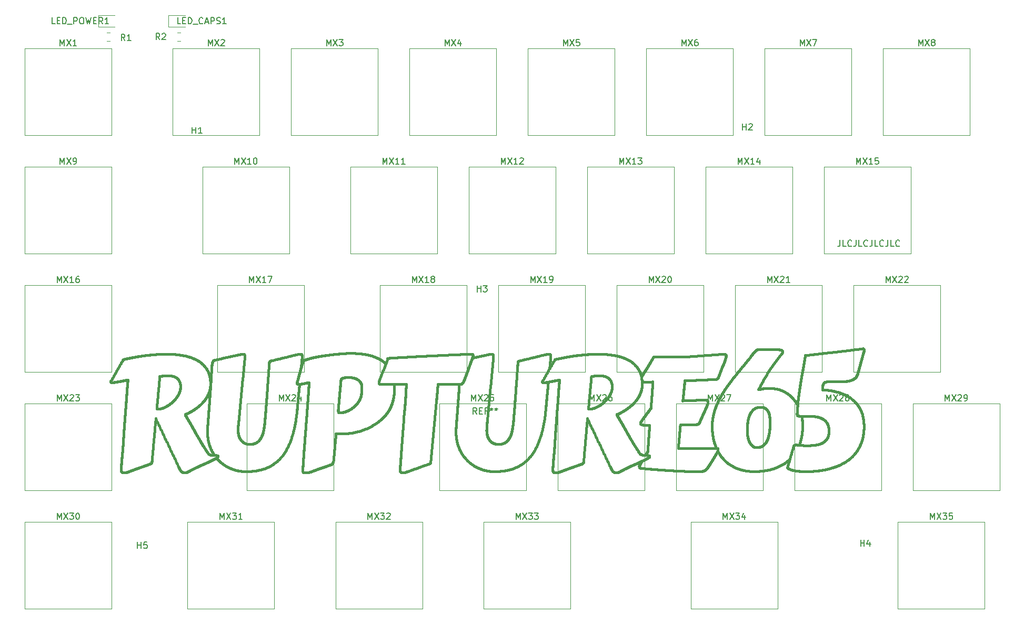
<source format=gto>
G04 #@! TF.GenerationSoftware,KiCad,Pcbnew,(5.1.5)-3*
G04 #@! TF.CreationDate,2020-09-19T12:38:58+02:00*
G04 #@! TF.ProjectId,split65left,73706c69-7436-4356-9c65-66742e6b6963,rev?*
G04 #@! TF.SameCoordinates,Original*
G04 #@! TF.FileFunction,Legend,Top*
G04 #@! TF.FilePolarity,Positive*
%FSLAX46Y46*%
G04 Gerber Fmt 4.6, Leading zero omitted, Abs format (unit mm)*
G04 Created by KiCad (PCBNEW (5.1.5)-3) date 2020-09-19 12:38:58*
%MOMM*%
%LPD*%
G04 APERTURE LIST*
%ADD10C,0.150000*%
%ADD11C,0.400000*%
%ADD12C,0.120000*%
G04 APERTURE END LIST*
D10*
X132921952Y-57999380D02*
X132921952Y-58713666D01*
X132874333Y-58856523D01*
X132779095Y-58951761D01*
X132636238Y-58999380D01*
X132541000Y-58999380D01*
X133874333Y-58999380D02*
X133398142Y-58999380D01*
X133398142Y-57999380D01*
X134779095Y-58904142D02*
X134731476Y-58951761D01*
X134588619Y-58999380D01*
X134493380Y-58999380D01*
X134350523Y-58951761D01*
X134255285Y-58856523D01*
X134207666Y-58761285D01*
X134160047Y-58570809D01*
X134160047Y-58427952D01*
X134207666Y-58237476D01*
X134255285Y-58142238D01*
X134350523Y-58047000D01*
X134493380Y-57999380D01*
X134588619Y-57999380D01*
X134731476Y-58047000D01*
X134779095Y-58094619D01*
X135493380Y-57999380D02*
X135493380Y-58713666D01*
X135445761Y-58856523D01*
X135350523Y-58951761D01*
X135207666Y-58999380D01*
X135112428Y-58999380D01*
X136445761Y-58999380D02*
X135969571Y-58999380D01*
X135969571Y-57999380D01*
X137350523Y-58904142D02*
X137302904Y-58951761D01*
X137160047Y-58999380D01*
X137064809Y-58999380D01*
X136921952Y-58951761D01*
X136826714Y-58856523D01*
X136779095Y-58761285D01*
X136731476Y-58570809D01*
X136731476Y-58427952D01*
X136779095Y-58237476D01*
X136826714Y-58142238D01*
X136921952Y-58047000D01*
X137064809Y-57999380D01*
X137160047Y-57999380D01*
X137302904Y-58047000D01*
X137350523Y-58094619D01*
X138064809Y-57999380D02*
X138064809Y-58713666D01*
X138017190Y-58856523D01*
X137921952Y-58951761D01*
X137779095Y-58999380D01*
X137683857Y-58999380D01*
X139017190Y-58999380D02*
X138541000Y-58999380D01*
X138541000Y-57999380D01*
X139921952Y-58904142D02*
X139874333Y-58951761D01*
X139731476Y-58999380D01*
X139636238Y-58999380D01*
X139493380Y-58951761D01*
X139398142Y-58856523D01*
X139350523Y-58761285D01*
X139302904Y-58570809D01*
X139302904Y-58427952D01*
X139350523Y-58237476D01*
X139398142Y-58142238D01*
X139493380Y-58047000D01*
X139636238Y-57999380D01*
X139731476Y-57999380D01*
X139874333Y-58047000D01*
X139921952Y-58094619D01*
X140636238Y-57999380D02*
X140636238Y-58713666D01*
X140588619Y-58856523D01*
X140493380Y-58951761D01*
X140350523Y-58999380D01*
X140255285Y-58999380D01*
X141588619Y-58999380D02*
X141112428Y-58999380D01*
X141112428Y-57999380D01*
X142493380Y-58904142D02*
X142445761Y-58951761D01*
X142302904Y-58999380D01*
X142207666Y-58999380D01*
X142064809Y-58951761D01*
X141969571Y-58856523D01*
X141921952Y-58761285D01*
X141874333Y-58570809D01*
X141874333Y-58427952D01*
X141921952Y-58237476D01*
X141969571Y-58142238D01*
X142064809Y-58047000D01*
X142207666Y-57999380D01*
X142302904Y-57999380D01*
X142445761Y-58047000D01*
X142493380Y-58094619D01*
D11*
X17399000Y-92648000D02*
X17402267Y-92614217D01*
X17412143Y-92511627D02*
X17415460Y-92477016D01*
X17415460Y-92477016D02*
X17418790Y-92442199D01*
X17402267Y-92614217D02*
X17405546Y-92580227D01*
X17408838Y-92546030D02*
X17412143Y-92511627D01*
X17418790Y-92442199D02*
X17422132Y-92407174D01*
X17422132Y-92407174D02*
X17425486Y-92371943D01*
X17425486Y-92371943D02*
X17428852Y-92336505D01*
X17405546Y-92580227D02*
X17408838Y-92546030D01*
X17395746Y-92681576D02*
X17399000Y-92648000D01*
X17428852Y-92336505D02*
X17432231Y-92300860D01*
X17432231Y-92300860D02*
X17435621Y-92265008D01*
X17435621Y-92265008D02*
X17439023Y-92228949D01*
X17439023Y-92228949D02*
X17442437Y-92192683D01*
X17442437Y-92192683D02*
X17445863Y-92156210D01*
X17445863Y-92156210D02*
X17449300Y-92119530D01*
X17504149Y-91487342D02*
X17507486Y-91444146D01*
X17449300Y-92119530D02*
X17452749Y-92082644D01*
X17470115Y-91894657D02*
X17473573Y-91855942D01*
X17480452Y-91777168D02*
X17483874Y-91737109D01*
X17456209Y-92045550D02*
X17459680Y-92008250D01*
X17487283Y-91696601D02*
X17490681Y-91655646D01*
X17463163Y-91970743D02*
X17466645Y-91932924D01*
X17494066Y-91614242D02*
X17497439Y-91572390D01*
X17459680Y-92008250D02*
X17463163Y-91970743D01*
X17490681Y-91655646D02*
X17494066Y-91614242D01*
X17477019Y-91816779D02*
X17480452Y-91777168D01*
X17497439Y-91572390D02*
X17500800Y-91530090D01*
X17500800Y-91530090D02*
X17504149Y-91487342D01*
X17483874Y-91737109D02*
X17487283Y-91696601D01*
X17473573Y-91855942D02*
X17477019Y-91816779D01*
X17466645Y-91932924D02*
X17470115Y-91894657D01*
X17452749Y-92082644D02*
X17456209Y-92045550D01*
X17392506Y-92714945D02*
X17395746Y-92681576D01*
X17246606Y-94880503D02*
X17246879Y-94847210D01*
X17246879Y-94847210D02*
X17247212Y-94814100D01*
X17247212Y-94814100D02*
X17247606Y-94781174D01*
X17253873Y-94493069D02*
X17254873Y-94461968D01*
X17252057Y-94555816D02*
X17252935Y-94524352D01*
X17254873Y-94461968D02*
X17255932Y-94431049D01*
X17248060Y-94748432D02*
X17248575Y-94715872D01*
X17247606Y-94781174D02*
X17248060Y-94748432D01*
X17251239Y-94587462D02*
X17252057Y-94555816D01*
X17255932Y-94431049D02*
X17257053Y-94400311D01*
X17248575Y-94715872D02*
X17249150Y-94683496D01*
X17249150Y-94683496D02*
X17249786Y-94651302D01*
X17249786Y-94651302D02*
X17250482Y-94619291D01*
X17250482Y-94619291D02*
X17251239Y-94587462D01*
X17252935Y-94524352D02*
X17253873Y-94493069D01*
X17257053Y-94400311D02*
X17258234Y-94369754D01*
X17266591Y-94190206D02*
X17268196Y-94160911D01*
X17263563Y-94249334D02*
X17265046Y-94219680D01*
X17268196Y-94160911D02*
X17269861Y-94131796D01*
X17258234Y-94369754D02*
X17259475Y-94339378D01*
X17259475Y-94339378D02*
X17260777Y-94309183D01*
X17269861Y-94131796D02*
X17271587Y-94102861D01*
X17271587Y-94102861D02*
X17273373Y-94074105D01*
X17273373Y-94074105D02*
X17275220Y-94045528D01*
X17279069Y-93988794D02*
X17281048Y-93960374D01*
X17283065Y-93931869D02*
X17285121Y-93903280D01*
X17281048Y-93960374D02*
X17283065Y-93931869D01*
X17260777Y-94309183D02*
X17262140Y-94279168D01*
X17285121Y-93903280D02*
X17287214Y-93874605D01*
X17289345Y-93845846D02*
X17291514Y-93817002D01*
X17262140Y-94279168D02*
X17263563Y-94249334D01*
X17275220Y-94045528D02*
X17277128Y-94017129D01*
X17277128Y-94017129D02*
X17279069Y-93988794D01*
X17287214Y-93874605D02*
X17289345Y-93845846D01*
X17265046Y-94219680D02*
X17266591Y-94190206D01*
X17246249Y-95030085D02*
X17246122Y-95015518D01*
X17246243Y-94947642D02*
X17246395Y-94913980D01*
X17246395Y-94913980D02*
X17246606Y-94880503D01*
X17246152Y-94981488D02*
X17246243Y-94947642D01*
X17246122Y-95015518D02*
X17246152Y-94981488D01*
X17360577Y-95326544D02*
X17353074Y-95320389D01*
X17332091Y-95300176D02*
X17325605Y-95292856D01*
X17418091Y-95362932D02*
X17409574Y-95358277D01*
X17325605Y-95292856D02*
X17319373Y-95285245D01*
X17319373Y-95285245D02*
X17313396Y-95277343D01*
X17307673Y-95269150D02*
X17302205Y-95260666D01*
X17302205Y-95260666D02*
X17296991Y-95251892D01*
X17384528Y-95343305D02*
X17376347Y-95337979D01*
X17392792Y-95348463D02*
X17384528Y-95343305D01*
X17338831Y-95307205D02*
X17332091Y-95300176D01*
X17292031Y-95242827D02*
X17287326Y-95233472D01*
X17287326Y-95233472D02*
X17282875Y-95223827D01*
X17376347Y-95337979D02*
X17368335Y-95332407D01*
X17353074Y-95320389D02*
X17345825Y-95313942D01*
X17345825Y-95313942D02*
X17338831Y-95307205D01*
X17409574Y-95358277D02*
X17401141Y-95353454D01*
X17296991Y-95251892D02*
X17292031Y-95242827D01*
X17313396Y-95277343D02*
X17307673Y-95269150D01*
X17401141Y-95353454D02*
X17392792Y-95348463D01*
X17368335Y-95332407D02*
X17360577Y-95326544D01*
X17282875Y-95223827D02*
X17278678Y-95213891D01*
X17246631Y-95044364D02*
X17246249Y-95030085D01*
X17252353Y-95111422D02*
X17250700Y-95098588D01*
X17274736Y-95203665D02*
X17271048Y-95193149D01*
X17249301Y-95085466D02*
X17248157Y-95072054D01*
X17247267Y-95058353D02*
X17246631Y-95044364D01*
X17278678Y-95213891D02*
X17274736Y-95203665D01*
X17264435Y-95171247D02*
X17261510Y-95159861D01*
X17261510Y-95159861D02*
X17258839Y-95148185D01*
X17256423Y-95136220D02*
X17254261Y-95123966D01*
X17254261Y-95123966D02*
X17252353Y-95111422D01*
X17271048Y-95193149D02*
X17267614Y-95182343D01*
X17248157Y-95072054D02*
X17247267Y-95058353D01*
X17267614Y-95182343D02*
X17264435Y-95171247D01*
X17258839Y-95148185D02*
X17256423Y-95136220D01*
X17250700Y-95098588D02*
X17249301Y-95085466D01*
X17470965Y-95387330D02*
X17461941Y-95383685D01*
X17435378Y-95371738D02*
X17426692Y-95367419D01*
X17426692Y-95367419D02*
X17418091Y-95362932D01*
X17453002Y-95379871D02*
X17444148Y-95375888D01*
X17507910Y-95400225D02*
X17498546Y-95397255D01*
X17498546Y-95397255D02*
X17489268Y-95394115D01*
X17489268Y-95394115D02*
X17480074Y-95390807D01*
X17480074Y-95390807D02*
X17470965Y-95387330D01*
X17461941Y-95383685D02*
X17453002Y-95379871D01*
X17444148Y-95375888D02*
X17435378Y-95371738D01*
X17293721Y-93788073D02*
X17295965Y-93759060D01*
X17307747Y-93612721D02*
X17310215Y-93583199D01*
X17300566Y-93700779D02*
X17302923Y-93671511D01*
X17312720Y-93553592D02*
X17315262Y-93523900D01*
X17315262Y-93523900D02*
X17317840Y-93494123D01*
X17305316Y-93642158D02*
X17307747Y-93612721D01*
X17302923Y-93671511D02*
X17305316Y-93642158D01*
X17317840Y-93494123D02*
X17320455Y-93464262D01*
X17323107Y-93434316D02*
X17325795Y-93404285D01*
X17310215Y-93583199D02*
X17312720Y-93553592D01*
X17320455Y-93464262D02*
X17323107Y-93434316D01*
X17325795Y-93404285D02*
X17328519Y-93374169D01*
X17328519Y-93374169D02*
X17331280Y-93343969D01*
X17295965Y-93759060D02*
X17298247Y-93729962D01*
X17298247Y-93729962D02*
X17300566Y-93700779D01*
X17334077Y-93313684D02*
X17336910Y-93283314D01*
X17336910Y-93283314D02*
X17339779Y-93252859D01*
X17331280Y-93343969D02*
X17334077Y-93313684D01*
X17370193Y-92942736D02*
X17373340Y-92910815D01*
X17351613Y-93130192D02*
X17354660Y-93099313D01*
X17339779Y-93252859D02*
X17342684Y-93222320D01*
X17360835Y-93037257D02*
X17363940Y-93005957D01*
X17363940Y-93005957D02*
X17367060Y-92974450D01*
X17367060Y-92974450D02*
X17370193Y-92942736D01*
X17373340Y-92910815D02*
X17376501Y-92878687D01*
X17376501Y-92878687D02*
X17379675Y-92846353D01*
X17379675Y-92846353D02*
X17382863Y-92813811D01*
X17382863Y-92813811D02*
X17386064Y-92781063D01*
X17342684Y-93222320D02*
X17345624Y-93191695D01*
X17345624Y-93191695D02*
X17348601Y-93160986D01*
X17348601Y-93160986D02*
X17351613Y-93130192D01*
X17354660Y-93099313D02*
X17357743Y-93068350D01*
X17386064Y-92781063D02*
X17389278Y-92748107D01*
X17357743Y-93068350D02*
X17360835Y-93037257D01*
X17389278Y-92748107D02*
X17392506Y-92714945D01*
X17291514Y-93817002D02*
X17293721Y-93788073D01*
X17633695Y-89467149D02*
X17637971Y-89401533D01*
X17637971Y-89401533D02*
X17642270Y-89336074D01*
X17646594Y-89270772D02*
X17650942Y-89205625D01*
X17650942Y-89205625D02*
X17655315Y-89140636D01*
X17655315Y-89140636D02*
X17659711Y-89075803D01*
X17642270Y-89336074D02*
X17646594Y-89270772D01*
X17659711Y-89075803D02*
X17664132Y-89011126D01*
X17677539Y-88818034D02*
X17682057Y-88753983D01*
X17682057Y-88753983D02*
X17686599Y-88690088D01*
X17673046Y-88882242D02*
X17677539Y-88818034D01*
X17664132Y-89011126D02*
X17668577Y-88946605D01*
X17686599Y-88690088D02*
X17691165Y-88626350D01*
X17668577Y-88946605D02*
X17673046Y-88882242D01*
X17600364Y-89997704D02*
X17604446Y-89930837D01*
X17612682Y-89797572D02*
X17616836Y-89731175D01*
X17621014Y-89664934D02*
X17625217Y-89598849D01*
X17629444Y-89532920D02*
X17633695Y-89467149D01*
X17596307Y-90064728D02*
X17600364Y-89997704D01*
X17604446Y-89930837D02*
X17608551Y-89864127D01*
X17608551Y-89864127D02*
X17612682Y-89797572D01*
X17616836Y-89731175D02*
X17621014Y-89664934D01*
X17625217Y-89598849D02*
X17629444Y-89532920D01*
X17520712Y-91266879D02*
X17523988Y-91221442D01*
X17536972Y-91035213D02*
X17540187Y-90987536D01*
X17533744Y-91082443D02*
X17536972Y-91035213D01*
X17552929Y-90792344D02*
X17556084Y-90742426D01*
X17556084Y-90742426D02*
X17559227Y-90692060D01*
X17517423Y-91311868D02*
X17520712Y-91266879D01*
X17540187Y-90987536D02*
X17543391Y-90939410D01*
X17543391Y-90939410D02*
X17546582Y-90890836D01*
X17559227Y-90692060D02*
X17562358Y-90641245D01*
X17546582Y-90890836D02*
X17549761Y-90841814D01*
X17562358Y-90641245D02*
X17565476Y-90589983D01*
X17549761Y-90841814D02*
X17552929Y-90792344D01*
X17530504Y-91129224D02*
X17533744Y-91082443D01*
X17514123Y-91356409D02*
X17517423Y-91311868D01*
X17523988Y-91221442D02*
X17527252Y-91175557D01*
X17527252Y-91175557D02*
X17530504Y-91129224D01*
X17565476Y-90589983D02*
X17568583Y-90538272D01*
X17568583Y-90538272D02*
X17572471Y-90470153D01*
X17572471Y-90470153D02*
X17576383Y-90402191D01*
X17580319Y-90334386D02*
X17584280Y-90266736D01*
X17576383Y-90402191D02*
X17580319Y-90334386D01*
X17584280Y-90266736D02*
X17588264Y-90199244D01*
X17588264Y-90199244D02*
X17592273Y-90131907D01*
X17592273Y-90131907D02*
X17596307Y-90064728D01*
X17507486Y-91444146D02*
X17510810Y-91400501D01*
X17510810Y-91400501D02*
X17514123Y-91356409D01*
X21958766Y-93972307D02*
X21951464Y-93975263D01*
X22038459Y-93932111D02*
X22031271Y-93936538D01*
X21971078Y-93967154D02*
X21965304Y-93969604D01*
X21951464Y-93975263D02*
X21943400Y-93978471D01*
X22008471Y-93949310D02*
X22000459Y-93953398D01*
X21934571Y-93981933D02*
X21924980Y-93985647D01*
X21891626Y-93998311D02*
X21878983Y-94003039D01*
X22045441Y-93927600D02*
X22038459Y-93932111D01*
X21992241Y-93957401D02*
X21983817Y-93961319D01*
X21983817Y-93961319D02*
X21980335Y-93963011D01*
X21924980Y-93985647D02*
X21914625Y-93989615D01*
X21851407Y-94013255D02*
X21836475Y-94018744D01*
X21820780Y-94024487D02*
X21804324Y-94030484D01*
X21787104Y-94036734D02*
X21769123Y-94043239D01*
X21750379Y-94049998D02*
X21730874Y-94057011D01*
X21943400Y-93978471D02*
X21934571Y-93981933D01*
X21865576Y-94008020D02*
X21851407Y-94013255D01*
X21878983Y-94003039D02*
X21865576Y-94008020D01*
X21980335Y-93963011D02*
X21976088Y-93964956D01*
X22071312Y-93908706D02*
X22065153Y-93913556D01*
X21976088Y-93964956D02*
X21971078Y-93967154D01*
X22016277Y-93945138D02*
X22008471Y-93949310D01*
X22023877Y-93940880D02*
X22016277Y-93945138D01*
X21903507Y-93993836D02*
X21891626Y-93998311D01*
X22052218Y-93923003D02*
X22045441Y-93927600D01*
X22031271Y-93936538D02*
X22023877Y-93940880D01*
X21804324Y-94030484D02*
X21787104Y-94036734D01*
X22065153Y-93913556D02*
X22058789Y-93918322D01*
X21769123Y-94043239D02*
X21750379Y-94049998D01*
X21730874Y-94057011D02*
X21710606Y-94064279D01*
X21710606Y-94064279D02*
X21689577Y-94071801D01*
X21914625Y-93989615D02*
X21903507Y-93993836D01*
X22058789Y-93918322D02*
X22052218Y-93923003D01*
X21689577Y-94071801D02*
X21667785Y-94079578D01*
X21836475Y-94018744D02*
X21820780Y-94024487D01*
X21965304Y-93969604D02*
X21958766Y-93972307D01*
X22000459Y-93953398D02*
X21992241Y-93957401D01*
X21667785Y-94079578D02*
X21645232Y-94087610D01*
X21621918Y-94095896D02*
X21597842Y-94104437D01*
X21175109Y-94253674D02*
X21144527Y-94264477D01*
X20987621Y-94319933D02*
X20955440Y-94331313D01*
X21573004Y-94113233D02*
X21547406Y-94122285D01*
X21144527Y-94264477D02*
X21113679Y-94275376D01*
X20010403Y-94667090D02*
X19974686Y-94679880D01*
X19974686Y-94679880D02*
X19938993Y-94692669D01*
X21597842Y-94104437D02*
X21573004Y-94113233D01*
X21235474Y-94232356D02*
X21205425Y-94242967D01*
X21019535Y-94308649D02*
X20987621Y-94319933D01*
X20890279Y-94354363D02*
X20857299Y-94366034D01*
X20824053Y-94377801D02*
X20790540Y-94389665D01*
X21051183Y-94297462D02*
X21019535Y-94308649D01*
X21466274Y-94150906D02*
X21438356Y-94160754D01*
X20440900Y-94513611D02*
X20404892Y-94526401D01*
X20368909Y-94539190D02*
X20332949Y-94551980D01*
X21294773Y-94211421D02*
X21265257Y-94221841D01*
X21205425Y-94242967D02*
X21175109Y-94253674D01*
X20512844Y-94488080D02*
X20476933Y-94500821D01*
X21521046Y-94131591D02*
X21493925Y-94141153D01*
X21353006Y-94190868D02*
X21324022Y-94201097D01*
X20225216Y-94590350D02*
X20189353Y-94603140D01*
X20081911Y-94641510D02*
X20046145Y-94654300D01*
X19938993Y-94692669D02*
X19903324Y-94705459D01*
X20857299Y-94366034D02*
X20824053Y-94377801D01*
X20790540Y-94389665D02*
X20756760Y-94401626D01*
X21082564Y-94286370D02*
X21051183Y-94297462D01*
X19903324Y-94705459D02*
X19867680Y-94718249D01*
X20722715Y-94413684D02*
X20688402Y-94425840D01*
X21324022Y-94201097D02*
X21294773Y-94211421D01*
X21410173Y-94170697D02*
X21381722Y-94180735D01*
X20618978Y-94450443D02*
X20583866Y-94462891D01*
X20922993Y-94342790D02*
X20890279Y-94354363D01*
X21645232Y-94087610D02*
X21621918Y-94095896D01*
X20756760Y-94401626D02*
X20722715Y-94413684D01*
X20653823Y-94438093D02*
X20618978Y-94450443D01*
X21493925Y-94141153D02*
X21466274Y-94150906D01*
X21547406Y-94122285D02*
X21521046Y-94131591D01*
X20583866Y-94462891D02*
X20548488Y-94475437D01*
X20688402Y-94425840D02*
X20653823Y-94438093D01*
X20332949Y-94551980D02*
X20297014Y-94564770D01*
X20261103Y-94577560D02*
X20225216Y-94590350D01*
X20404892Y-94526401D02*
X20368909Y-94539190D01*
X21113679Y-94275376D02*
X21082564Y-94286370D01*
X20189353Y-94603140D02*
X20153515Y-94615930D01*
X21438356Y-94160754D02*
X21410173Y-94170697D01*
X20117701Y-94628720D02*
X20081911Y-94641510D01*
X20548488Y-94475437D02*
X20512844Y-94488080D01*
X20476933Y-94500821D02*
X20440900Y-94513611D01*
X20297014Y-94564770D02*
X20261103Y-94577560D01*
X20046145Y-94654300D02*
X20010403Y-94667090D01*
X20955440Y-94331313D02*
X20922993Y-94342790D01*
X21265257Y-94221841D02*
X21235474Y-94232356D01*
X20153515Y-94615930D02*
X20117701Y-94628720D01*
X21381722Y-94180735D02*
X21353006Y-94190868D01*
X18473954Y-95226358D02*
X18464585Y-95230240D01*
X19101723Y-94995176D02*
X19070357Y-95006604D01*
X18573471Y-95189205D02*
X18552527Y-95196999D01*
X19796463Y-94743829D02*
X19760891Y-94756619D01*
X18363534Y-95269724D02*
X18352695Y-95273739D01*
X19654320Y-94794989D02*
X19618845Y-94807779D01*
X19512566Y-94846148D02*
X19477187Y-94858938D01*
X18616919Y-95173073D02*
X18594935Y-95181230D01*
X18352695Y-95273739D02*
X18341723Y-95277766D01*
X18319379Y-95285856D02*
X18308008Y-95289920D01*
X18308008Y-95289920D02*
X18296504Y-95293995D01*
X19725343Y-94769409D02*
X19689820Y-94782199D01*
X18639424Y-95164734D02*
X18616919Y-95173073D01*
X19583395Y-94820569D02*
X19547968Y-94833359D01*
X19832059Y-94731039D02*
X19796463Y-94743829D01*
X19232413Y-94947650D02*
X19198957Y-94959804D01*
X19166024Y-94971777D02*
X19133612Y-94983567D01*
X19867680Y-94718249D02*
X19832059Y-94731039D01*
X19689820Y-94782199D02*
X19654320Y-94794989D01*
X19406504Y-94884518D02*
X19371198Y-94897308D01*
X19300893Y-94922797D02*
X19266392Y-94935315D01*
X19070357Y-95006604D02*
X19039512Y-95017849D01*
X18893116Y-95071353D02*
X18865401Y-95081508D01*
X18785386Y-95110885D02*
X18759757Y-95120314D01*
X18921352Y-95061015D02*
X18893116Y-95071353D01*
X18979388Y-95039796D02*
X18950109Y-95050496D01*
X18532104Y-95204611D02*
X18512201Y-95212042D01*
X18492817Y-95219291D02*
X18473954Y-95226358D01*
X18865401Y-95081508D02*
X18838208Y-95091482D01*
X18455082Y-95234133D02*
X18445445Y-95238039D01*
X18395252Y-95257751D02*
X18384813Y-95261730D01*
X18374240Y-95265721D02*
X18363534Y-95269724D01*
X19039512Y-95017849D02*
X19009189Y-95028913D01*
X18341723Y-95277766D02*
X18330617Y-95281805D01*
X18662449Y-95156213D02*
X18639424Y-95164734D01*
X19547968Y-94833359D02*
X19512566Y-94846148D01*
X19198957Y-94959804D02*
X19166024Y-94971777D01*
X19133612Y-94983567D02*
X19101723Y-94995176D01*
X18811537Y-95101275D02*
X18785386Y-95110885D01*
X18734649Y-95129561D02*
X18710061Y-95138627D01*
X18435674Y-95241958D02*
X18425769Y-95245888D01*
X18384813Y-95261730D02*
X18374240Y-95265721D01*
X18330617Y-95281805D02*
X18319379Y-95285856D01*
X19371198Y-94897308D02*
X19335917Y-94910098D01*
X18759757Y-95120314D02*
X18734649Y-95129561D01*
X18464585Y-95230240D02*
X18455082Y-95234133D01*
X18710061Y-95138627D02*
X18685995Y-95147511D01*
X18425769Y-95245888D02*
X18415731Y-95249830D01*
X19441833Y-94871728D02*
X19406504Y-94884518D01*
X18838208Y-95091482D02*
X18811537Y-95101275D01*
X19266392Y-94935315D02*
X19232413Y-94947650D01*
X19477187Y-94858938D02*
X19441833Y-94871728D01*
X19335917Y-94910098D02*
X19300893Y-94922797D01*
X19618845Y-94807779D02*
X19583395Y-94820569D01*
X19009189Y-95028913D02*
X18979388Y-95039796D01*
X18950109Y-95050496D02*
X18921352Y-95061015D01*
X18685995Y-95147511D02*
X18662449Y-95156213D01*
X18445445Y-95238039D02*
X18435674Y-95241958D01*
X18415731Y-95249830D02*
X18405558Y-95253785D01*
X18594935Y-95181230D02*
X18573471Y-95189205D01*
X18405558Y-95253785D02*
X18395252Y-95257751D01*
X19760891Y-94756619D02*
X19725343Y-94769409D01*
X18552527Y-95196999D02*
X18532104Y-95204611D01*
X18512201Y-95212042D02*
X18492817Y-95219291D01*
X17852535Y-95413487D02*
X17839206Y-95415157D01*
X17772743Y-95421512D02*
X17759487Y-95422382D01*
X17719791Y-95424192D02*
X17706583Y-95424527D01*
X17680204Y-95424795D02*
X17669379Y-95424710D01*
X17616554Y-95421728D02*
X17606248Y-95420622D01*
X17669379Y-95424710D02*
X17658641Y-95424454D01*
X17606248Y-95420622D02*
X17596028Y-95419345D01*
X18148141Y-95343847D02*
X18134920Y-95348080D01*
X17626946Y-95422665D02*
X17616554Y-95421728D01*
X18212269Y-95322864D02*
X18199707Y-95327036D01*
X17999952Y-95386353D02*
X17986490Y-95389481D01*
X17706583Y-95424527D02*
X17693388Y-95424728D01*
X17585894Y-95417899D02*
X17575846Y-95416282D01*
X17986490Y-95389481D02*
X17973040Y-95392478D01*
X17812585Y-95418099D02*
X17799292Y-95419370D01*
X18174187Y-95335417D02*
X18161230Y-95339626D01*
X18284868Y-95298083D02*
X18273099Y-95302183D01*
X18161230Y-95339626D02*
X18148141Y-95343847D01*
X17733011Y-95423722D02*
X17719791Y-95424192D01*
X17919361Y-95403141D02*
X17905972Y-95405475D01*
X17693388Y-95424728D02*
X17680204Y-95424795D01*
X18187013Y-95331221D02*
X18174187Y-95335417D01*
X17759487Y-95422382D02*
X17746243Y-95423119D01*
X17892594Y-95407677D02*
X17879229Y-95409747D01*
X18296504Y-95293995D02*
X18284868Y-95298083D01*
X18134920Y-95348080D02*
X18121568Y-95352325D01*
X17637425Y-95423432D02*
X17626946Y-95422665D01*
X18013426Y-95383092D02*
X17999952Y-95386353D01*
X17825889Y-95416695D02*
X17812585Y-95418099D01*
X17647990Y-95424028D02*
X17637425Y-95423432D01*
X17575846Y-95416282D02*
X17565884Y-95414497D01*
X17959602Y-95395342D02*
X17946176Y-95398074D01*
X17746243Y-95423119D02*
X17733011Y-95423722D01*
X17786012Y-95420508D02*
X17772743Y-95421512D01*
X18053922Y-95372520D02*
X18040411Y-95376176D01*
X18094526Y-95360764D02*
X18080979Y-95364814D01*
X17596028Y-95419345D02*
X17585894Y-95417899D01*
X17565884Y-95414497D02*
X17556008Y-95412541D01*
X17556008Y-95412541D02*
X17546217Y-95410417D01*
X18108085Y-95356582D02*
X18094526Y-95360764D01*
X17973040Y-95392478D02*
X17959602Y-95395342D01*
X18067444Y-95368733D02*
X18053922Y-95372520D01*
X18121568Y-95352325D02*
X18108085Y-95356582D01*
X17865876Y-95411683D02*
X17852535Y-95413487D01*
X18249164Y-95310419D02*
X18236998Y-95314555D01*
X18236998Y-95314555D02*
X18224700Y-95318703D01*
X17905972Y-95405475D02*
X17892594Y-95407677D01*
X18273099Y-95302183D02*
X18261198Y-95306295D01*
X18080979Y-95364814D02*
X18067444Y-95368733D01*
X17839206Y-95415157D02*
X17825889Y-95416695D01*
X17799292Y-95419370D02*
X17786012Y-95420508D01*
X18261198Y-95306295D02*
X18249164Y-95310419D01*
X17658641Y-95424454D02*
X17647990Y-95424028D01*
X17546217Y-95410417D02*
X17536512Y-95408122D01*
X17536512Y-95408122D02*
X17526893Y-95405659D01*
X17526893Y-95405659D02*
X17517359Y-95403027D01*
X17517359Y-95403027D02*
X17507910Y-95400225D01*
X18224700Y-95318703D02*
X18212269Y-95322864D01*
X18040411Y-95376176D02*
X18026913Y-95379700D01*
X18026913Y-95379700D02*
X18013426Y-95383092D01*
X17879229Y-95409747D02*
X17865876Y-95411683D01*
X17932763Y-95400674D02*
X17919361Y-95403141D01*
X18199707Y-95327036D02*
X18187013Y-95331221D01*
X17946176Y-95398074D02*
X17932763Y-95400674D01*
X22194657Y-93576846D02*
X22193863Y-93583817D01*
X22155024Y-93780714D02*
X22153154Y-93787307D01*
X22189338Y-93618501D02*
X22188322Y-93625403D01*
X22162158Y-93754201D02*
X22160427Y-93760849D01*
X22149208Y-93800433D02*
X22146961Y-93806895D01*
X22168735Y-93727470D02*
X22167143Y-93734173D01*
X22138986Y-93825771D02*
X22135916Y-93831893D01*
X22125469Y-93849752D02*
X22121575Y-93855535D01*
X22185054Y-93646038D02*
X22183892Y-93652893D01*
X22186180Y-93639172D02*
X22185054Y-93646038D01*
X22177539Y-93686981D02*
X22176161Y-93693762D01*
X22165517Y-93740862D02*
X22163855Y-93747538D01*
X22158660Y-93767485D02*
X22156859Y-93774106D01*
X22141850Y-93819564D02*
X22138986Y-93825771D01*
X22117476Y-93861234D02*
X22113170Y-93866848D01*
X22135916Y-93831893D02*
X22132639Y-93837931D01*
X22193032Y-93590776D02*
X22192164Y-93597725D01*
X22121575Y-93855535D02*
X22117476Y-93861234D01*
X22113170Y-93866848D02*
X22108658Y-93872377D01*
X22103941Y-93877821D02*
X22099017Y-93883180D01*
X22160427Y-93760849D02*
X22158660Y-93767485D01*
X22129157Y-93843884D02*
X22125469Y-93849752D01*
X22178882Y-93680189D02*
X22177539Y-93686981D01*
X22108658Y-93872377D02*
X22103941Y-93877821D01*
X22183892Y-93652893D02*
X22182694Y-93659735D01*
X22180189Y-93673383D02*
X22178882Y-93680189D01*
X22093888Y-93888455D02*
X22088553Y-93893645D01*
X22153154Y-93787307D02*
X22151249Y-93793887D01*
X22151249Y-93793887D02*
X22149208Y-93800433D01*
X22191259Y-93604662D02*
X22190317Y-93611587D01*
X22132639Y-93837931D02*
X22129157Y-93843884D01*
X22083012Y-93898750D02*
X22077265Y-93903770D01*
X22146961Y-93806895D02*
X22144509Y-93813272D01*
X22192164Y-93597725D02*
X22191259Y-93604662D01*
X22190317Y-93611587D02*
X22189338Y-93618501D01*
X22167143Y-93734173D02*
X22165517Y-93740862D01*
X22163855Y-93747538D02*
X22162158Y-93754201D01*
X22193863Y-93583817D02*
X22193032Y-93590776D01*
X22188322Y-93625403D02*
X22187269Y-93632293D01*
X22156859Y-93774106D02*
X22155024Y-93780714D01*
X22144509Y-93813272D02*
X22141850Y-93819564D01*
X22099017Y-93883180D02*
X22093888Y-93888455D01*
X22171812Y-93714026D02*
X22170291Y-93720755D01*
X22088553Y-93893645D02*
X22083012Y-93898750D01*
X22077265Y-93903770D02*
X22071312Y-93908706D01*
X22173297Y-93707284D02*
X22171812Y-93714026D01*
X22170291Y-93720755D02*
X22168735Y-93727470D01*
X22176161Y-93693762D02*
X22174747Y-93700529D01*
X22187269Y-93632293D02*
X22186180Y-93639172D01*
X22181459Y-93666565D02*
X22180189Y-93673383D01*
X22174747Y-93700529D02*
X22173297Y-93707284D01*
X22182694Y-93659735D02*
X22181459Y-93666565D01*
X116785567Y-94880570D02*
X116699665Y-94853274D01*
X116364657Y-94732961D02*
X116283054Y-94700102D01*
X114512862Y-93596333D02*
X114452764Y-93541601D01*
X114335039Y-93429704D02*
X114277411Y-93372539D01*
X116614623Y-94824865D02*
X116530441Y-94795343D01*
X114220608Y-93314563D02*
X114164627Y-93255776D01*
X114055138Y-93135770D02*
X114001629Y-93074551D01*
X117883465Y-95121280D02*
X117787244Y-95107346D01*
X116530441Y-94795343D02*
X116447119Y-94764709D01*
X118478851Y-95181481D02*
X118377470Y-95174234D01*
X118684192Y-95192632D02*
X118581091Y-95187614D01*
X117980546Y-95134100D02*
X117883465Y-95121280D01*
X117503741Y-95058862D02*
X117410959Y-95040472D01*
X117597382Y-95076137D02*
X117503741Y-95058862D01*
X118581091Y-95187614D02*
X118478851Y-95181481D01*
X118177288Y-95156396D02*
X118078487Y-95145805D01*
X116872329Y-94906753D02*
X116785567Y-94880570D01*
X115811208Y-94481976D02*
X115735462Y-94442676D01*
X115586440Y-94361636D02*
X115513164Y-94319897D01*
X115440712Y-94277345D02*
X115369084Y-94233980D01*
X115298279Y-94189803D02*
X115228298Y-94144813D01*
X118276949Y-95165872D02*
X118177288Y-95156396D01*
X114890746Y-93907682D02*
X114825706Y-93857820D01*
X114635529Y-93703362D02*
X114573784Y-93650253D01*
X114393489Y-93486058D02*
X114335039Y-93429704D01*
X114277411Y-93372539D02*
X114220608Y-93314563D01*
X115369084Y-94233980D02*
X115298279Y-94189803D01*
X116043389Y-94594998D02*
X115965172Y-94558137D01*
X115887778Y-94520463D02*
X115811208Y-94481976D01*
X115735462Y-94442676D02*
X115660539Y-94402562D01*
X115159140Y-94099012D02*
X115090806Y-94052397D01*
X114164627Y-93255776D02*
X114109471Y-93196178D01*
X114001629Y-93074551D02*
X113948955Y-93012600D01*
X115513164Y-94319897D02*
X115440712Y-94277345D01*
X114825706Y-93857820D02*
X114761490Y-93807146D01*
X113948955Y-93012600D02*
X113897129Y-92949995D01*
X117048433Y-94955779D02*
X116959951Y-94931823D01*
X117319038Y-95020969D02*
X117227976Y-95000353D01*
X115090806Y-94052397D02*
X115023296Y-94004971D01*
X114698098Y-93755660D02*
X114635529Y-93703362D01*
X115023296Y-94004971D02*
X114956609Y-93956732D01*
X114452764Y-93541601D02*
X114393489Y-93486058D01*
X116959951Y-94931823D02*
X116872329Y-94906753D01*
X114109471Y-93196178D02*
X114055138Y-93135770D01*
X113897129Y-92949995D02*
X113846151Y-92886736D01*
X117410959Y-95040472D02*
X117319038Y-95020969D01*
X116202312Y-94666130D02*
X116122430Y-94631045D01*
X116447119Y-94764709D02*
X116364657Y-94732961D01*
X114573784Y-93650253D02*
X114512862Y-93596333D01*
X118078487Y-95145805D02*
X117980546Y-95134100D01*
X117137775Y-94978623D02*
X117048433Y-94955779D01*
X116699665Y-94853274D02*
X116614623Y-94824865D01*
X116122430Y-94631045D02*
X116043389Y-94594998D01*
X116283054Y-94700102D02*
X116202312Y-94666130D01*
X118788152Y-95196535D02*
X118684192Y-95192632D01*
X117691883Y-95092299D02*
X117597382Y-95076137D01*
X117227976Y-95000353D02*
X117137775Y-94978623D01*
X115965172Y-94558137D02*
X115887778Y-94520463D01*
X115660539Y-94402562D02*
X115586440Y-94361636D01*
X115228298Y-94144813D02*
X115159140Y-94099012D01*
X114956609Y-93956732D02*
X114890746Y-93907682D01*
X114761490Y-93807146D02*
X114698098Y-93755660D01*
X118377470Y-95174234D02*
X118276949Y-95165872D01*
X117787244Y-95107346D02*
X117691883Y-95092299D01*
X112324763Y-88236166D02*
X112322734Y-88143965D01*
X112574699Y-90181832D02*
X112554818Y-90096826D01*
X112321402Y-87885833D02*
X112322274Y-87813275D01*
X112500043Y-89839847D02*
X112483407Y-89753533D01*
X112877024Y-91172305D02*
X112847242Y-91092695D01*
X112483407Y-89753533D02*
X112467584Y-89666892D01*
X112322274Y-87813275D02*
X112323727Y-87740909D01*
X113383001Y-92218172D02*
X113341349Y-92147718D01*
X112939133Y-91329563D02*
X112907655Y-91251261D01*
X112818307Y-91012431D02*
X112790220Y-90931513D01*
X112438370Y-89492630D02*
X112424981Y-89405008D01*
X112361685Y-88872409D02*
X112353976Y-88782498D01*
X112331255Y-88419585D02*
X112327603Y-88328039D01*
X113513044Y-92425608D02*
X113468849Y-92357117D01*
X113300545Y-92076611D02*
X113260589Y-92004849D01*
X113796021Y-92822822D02*
X113746739Y-92758255D01*
X113425501Y-92287971D02*
X113383001Y-92218172D01*
X112736590Y-90767715D02*
X112711028Y-90684999D01*
X112554818Y-90096826D02*
X112535748Y-90011493D01*
X112412403Y-89317059D02*
X112400636Y-89228783D01*
X112347079Y-88692261D02*
X112340992Y-88601696D01*
X112340992Y-88601696D02*
X112335718Y-88510804D01*
X112327603Y-88328039D02*
X112324763Y-88236166D01*
X112321517Y-88051438D02*
X112321111Y-87958584D01*
X112321111Y-87958584D02*
X112321402Y-87885833D01*
X113468849Y-92357117D02*
X113425501Y-92287971D01*
X112847242Y-91092695D02*
X112818307Y-91012431D01*
X112535748Y-90011493D02*
X112517490Y-89925833D01*
X113004633Y-91484205D02*
X112971459Y-91407211D01*
X113698304Y-92693034D02*
X113650717Y-92627158D01*
X112353976Y-88782498D02*
X112347079Y-88692261D01*
X113746739Y-92758255D02*
X113698304Y-92693034D01*
X112762981Y-90849941D02*
X112736590Y-90767715D01*
X113846151Y-92886736D02*
X113796021Y-92822822D01*
X112907655Y-91251261D02*
X112877024Y-91172305D01*
X112686278Y-90601955D02*
X112662339Y-90518584D01*
X113650717Y-92627158D02*
X113603979Y-92560629D01*
X112616896Y-90350862D02*
X112595392Y-90266510D01*
X112711028Y-90684999D02*
X112686278Y-90601955D01*
X112595392Y-90266510D02*
X112574699Y-90181832D01*
X112662339Y-90518584D02*
X112639212Y-90434887D01*
X112517490Y-89925833D02*
X112500043Y-89839847D01*
X112467584Y-89666892D02*
X112452571Y-89579924D01*
X112790220Y-90931513D02*
X112762981Y-90849941D01*
X113260589Y-92004849D02*
X113221480Y-91932433D01*
X113341349Y-92147718D02*
X113300545Y-92076611D01*
X112639212Y-90434887D02*
X112616896Y-90350862D01*
X112452571Y-89579924D02*
X112438370Y-89492630D01*
X112424981Y-89405008D02*
X112412403Y-89317059D01*
X112400636Y-89228783D02*
X112389681Y-89140180D01*
X112389681Y-89140180D02*
X112379538Y-89051250D01*
X112379538Y-89051250D02*
X112370206Y-88961993D01*
X112370206Y-88961993D02*
X112361685Y-88872409D01*
X113558087Y-92493446D02*
X113513044Y-92425608D01*
X113603979Y-92560629D02*
X113558087Y-92493446D01*
X112971459Y-91407211D02*
X112939133Y-91329563D01*
X112335718Y-88510804D02*
X112331255Y-88419585D01*
X112322734Y-88143965D02*
X112321517Y-88051438D01*
X113326337Y-83854102D02*
X113356731Y-83791716D01*
X112331576Y-87524969D02*
X112335354Y-87453374D01*
X112992782Y-84613968D02*
X113018380Y-84549852D01*
X112378084Y-86957610D02*
X112386514Y-86887557D01*
X112426047Y-86609276D02*
X112437383Y-86540187D01*
X112339715Y-87381972D02*
X112344656Y-87310763D01*
X112565573Y-85927066D02*
X112582723Y-85859906D01*
X113152365Y-84231440D02*
X113180361Y-84168191D01*
X113237552Y-84042124D02*
X113266747Y-83979306D01*
X112323727Y-87740909D02*
X112325762Y-87668736D01*
X113418719Y-83667373D02*
X113450269Y-83605417D01*
X112350179Y-87239747D02*
X112356283Y-87168924D01*
X112802386Y-85132115D02*
X112824787Y-85066838D01*
X112870787Y-84936721D02*
X112894386Y-84871881D01*
X113097572Y-84358372D02*
X113124768Y-84294834D01*
X113266747Y-83979306D02*
X113296342Y-83916632D01*
X112549004Y-85994420D02*
X112565573Y-85927066D01*
X112362969Y-87098293D02*
X112370236Y-87027855D01*
X112335354Y-87453374D02*
X112339715Y-87381972D01*
X112894386Y-84871881D02*
X112918386Y-84807185D01*
X112437383Y-86540187D02*
X112449301Y-86471292D01*
X112967583Y-84678229D02*
X112992782Y-84613968D01*
X113296342Y-83916632D02*
X113326337Y-83854102D01*
X112780385Y-85197537D02*
X112802386Y-85132115D01*
X112395525Y-86817698D02*
X112405118Y-86748031D01*
X112676377Y-85526833D02*
X112696379Y-85460682D01*
X112356283Y-87168924D02*
X112362969Y-87098293D01*
X112449301Y-86471292D02*
X112461800Y-86402589D01*
X112328378Y-87596756D02*
X112331576Y-87524969D01*
X112716781Y-85394677D02*
X112737583Y-85328818D01*
X112824787Y-85066838D02*
X112847587Y-85001707D01*
X112847587Y-85001707D02*
X112870787Y-84936721D01*
X112461800Y-86402589D02*
X112474881Y-86334079D01*
X112758784Y-85263104D02*
X112780385Y-85197537D01*
X113180361Y-84168191D02*
X113208757Y-84105085D01*
X113124768Y-84294834D02*
X113152365Y-84231440D01*
X113387525Y-83729473D02*
X113418719Y-83667373D01*
X113450269Y-83605417D02*
X113482135Y-83543570D01*
X113482135Y-83543570D02*
X113514316Y-83481833D01*
X112696379Y-85460682D02*
X112716781Y-85394677D01*
X112488543Y-86265761D02*
X112502786Y-86197637D01*
X112656774Y-85593130D02*
X112676377Y-85526833D01*
X112474881Y-86334079D02*
X112488543Y-86265761D01*
X112415291Y-86678557D02*
X112426047Y-86609276D01*
X112600455Y-85792938D02*
X112618767Y-85726162D01*
X112386514Y-86887557D02*
X112395525Y-86817698D01*
X112582723Y-85859906D02*
X112600455Y-85792938D01*
X112533017Y-86061966D02*
X112549004Y-85994420D01*
X112405118Y-86748031D02*
X112415291Y-86678557D01*
X112637571Y-85659573D02*
X112656774Y-85593130D01*
X112737583Y-85328818D02*
X112758784Y-85263104D01*
X112502786Y-86197637D02*
X112517611Y-86129705D01*
X112942785Y-84742635D02*
X112967583Y-84678229D01*
X113044377Y-84485881D02*
X113070775Y-84422054D01*
X112325762Y-87668736D02*
X112328378Y-87596756D01*
X113208757Y-84105085D02*
X113237552Y-84042124D01*
X112370236Y-87027855D02*
X112378084Y-86957610D01*
X112517611Y-86129705D02*
X112533017Y-86061966D01*
X112918386Y-84807185D02*
X112942785Y-84742635D01*
X112618767Y-85726162D02*
X112637571Y-85659573D01*
X113018380Y-84549852D02*
X113044377Y-84485881D01*
X113070775Y-84422054D02*
X113097572Y-84358372D01*
X113356731Y-83791716D02*
X113387525Y-83729473D01*
X112344656Y-87310763D02*
X112350179Y-87239747D01*
X115476781Y-80525914D02*
X115520334Y-80468953D01*
X115563985Y-80412063D02*
X115607732Y-80355245D01*
X115695518Y-80241823D02*
X115739556Y-80185219D01*
X115004087Y-81157242D02*
X115046575Y-81099486D01*
X115739556Y-80185219D02*
X115783690Y-80128685D01*
X115783690Y-80128685D02*
X115827922Y-80072223D01*
X113714013Y-83113712D02*
X113748398Y-83052741D01*
X116005788Y-79847094D02*
X116050414Y-79790987D01*
X116050414Y-79790987D02*
X116095075Y-79734940D01*
X115174619Y-80926656D02*
X115217494Y-80869191D01*
X115607732Y-80355245D02*
X115651576Y-80298498D01*
X115131841Y-80984194D02*
X115174619Y-80926656D01*
X115827922Y-80072223D02*
X115872251Y-80015832D01*
X115872251Y-80015832D02*
X115916677Y-79959512D01*
X114421177Y-81973825D02*
X114461545Y-81914910D01*
X114626058Y-81680322D02*
X114667673Y-81621909D01*
X114461545Y-81914910D02*
X114502228Y-81856102D01*
X115916677Y-79959512D02*
X115961199Y-79903262D01*
X115961199Y-79903262D02*
X116005788Y-79847094D01*
X114667673Y-81621909D02*
X114709386Y-81563569D01*
X113546812Y-83420206D02*
X113579622Y-83358688D01*
X113514316Y-83481833D02*
X113546812Y-83420206D01*
X114072034Y-82508900D02*
X114109568Y-82449016D01*
X114109568Y-82449016D02*
X114147417Y-82389239D01*
X114502228Y-81856102D02*
X114543226Y-81797402D01*
X114584539Y-81738809D02*
X114626058Y-81680322D01*
X113612747Y-83297280D02*
X113646188Y-83235981D01*
X113748398Y-83052741D02*
X113783098Y-82991879D01*
X114793102Y-81447110D02*
X114835105Y-81388990D01*
X114835105Y-81388990D02*
X114877205Y-81330944D01*
X114185581Y-82329571D02*
X114224059Y-82270011D01*
X114034815Y-82568893D02*
X114072034Y-82508900D01*
X113853443Y-82870483D02*
X113889087Y-82809947D01*
X113818113Y-82931127D02*
X113853443Y-82870483D01*
X113997910Y-82628994D02*
X114034815Y-82568893D01*
X114262853Y-82210558D02*
X114301962Y-82151214D01*
X114301962Y-82151214D02*
X114341385Y-82091976D01*
X114919402Y-81272970D02*
X114961696Y-81215069D01*
X113679943Y-83174792D02*
X113714013Y-83113712D01*
X113646188Y-83235981D02*
X113679943Y-83174792D01*
X114381123Y-82032847D02*
X114421177Y-81973825D01*
X114961696Y-81215069D02*
X115004087Y-81157242D01*
X115217494Y-80869191D02*
X115260467Y-80811798D01*
X115346702Y-80697229D02*
X115389965Y-80640052D01*
X115389965Y-80640052D02*
X115433324Y-80582947D01*
X113783098Y-82991879D02*
X113818113Y-82931127D01*
X115433324Y-80582947D02*
X115476781Y-80525914D01*
X114341385Y-82091976D02*
X114381123Y-82032847D01*
X115520334Y-80468953D02*
X115563985Y-80412063D01*
X113579622Y-83358688D02*
X113612747Y-83297280D01*
X113925047Y-82749521D02*
X113961321Y-82689203D01*
X114224059Y-82270011D02*
X114262853Y-82210558D01*
X114751195Y-81505303D02*
X114793102Y-81447110D01*
X115651576Y-80298498D02*
X115695518Y-80241823D01*
X114543226Y-81797402D02*
X114584539Y-81738809D01*
X113889087Y-82809947D02*
X113925047Y-82749521D01*
X114709386Y-81563569D02*
X114751195Y-81505303D01*
X114147417Y-82389239D02*
X114185581Y-82329571D01*
X114877205Y-81330944D02*
X114919402Y-81272970D01*
X113961321Y-82689203D02*
X113997910Y-82628994D01*
X115089159Y-81041804D02*
X115131841Y-80984194D01*
X115046575Y-81099486D02*
X115089159Y-81041804D01*
X115260467Y-80811798D02*
X115303536Y-80754478D01*
X115303536Y-80754478D02*
X115346702Y-80697229D01*
X116995941Y-78626723D02*
X117041366Y-78571948D01*
X118286832Y-77050768D02*
X118329090Y-76996503D01*
X118371178Y-76942237D02*
X118413096Y-76887972D01*
X118496425Y-76779441D02*
X118537834Y-76725176D01*
X116859884Y-78791411D02*
X116905200Y-78736455D01*
X118537834Y-76725176D02*
X118579075Y-76670912D01*
X118788939Y-76391846D02*
X118795159Y-76384053D01*
X116229279Y-79567163D02*
X116274086Y-79511359D01*
X116905200Y-78736455D02*
X116950552Y-78681559D01*
X117314677Y-78244570D02*
X117360357Y-78190219D01*
X116408725Y-79344309D02*
X116453677Y-79288747D01*
X116184508Y-79623028D02*
X116229279Y-79567163D01*
X117542510Y-77973187D02*
X117587650Y-77918937D01*
X116363809Y-79399932D02*
X116408725Y-79344309D01*
X117632621Y-77864684D02*
X117677422Y-77810431D01*
X116095075Y-79734940D02*
X116139773Y-79678954D01*
X116724155Y-78956645D02*
X116769362Y-78901506D01*
X117451721Y-78081683D02*
X117497200Y-78027436D01*
X117898884Y-77539142D02*
X117942667Y-77484881D01*
X118073001Y-77322093D02*
X118116106Y-77267829D01*
X118244405Y-77105034D02*
X118286832Y-77050768D01*
X118329090Y-76996503D02*
X118371178Y-76942237D01*
X118413096Y-76887972D02*
X118454845Y-76833706D01*
X118579075Y-76670912D02*
X118620145Y-76616648D01*
X118620145Y-76616648D02*
X118661046Y-76562385D01*
X118701778Y-76508122D02*
X118742340Y-76453861D01*
X117587650Y-77918937D02*
X117632621Y-77864684D01*
X117177858Y-78407986D02*
X117223428Y-78353454D01*
X117269035Y-78298981D02*
X117314677Y-78244570D01*
X117360357Y-78190219D02*
X117406072Y-78135928D01*
X117722053Y-77756175D02*
X117766515Y-77701919D01*
X118795159Y-76384053D02*
X118801390Y-76376222D01*
X118782732Y-76399600D02*
X118788939Y-76391846D01*
X117497200Y-78027436D02*
X117542510Y-77973187D01*
X117942667Y-77484881D02*
X117986281Y-77430619D01*
X118742340Y-76453861D02*
X118782732Y-76399600D01*
X116633851Y-79067103D02*
X116678985Y-79011844D01*
X116498666Y-79233245D02*
X116543691Y-79177804D01*
X117766515Y-77701919D02*
X117810808Y-77647661D01*
X118029726Y-77376356D02*
X118073001Y-77322093D01*
X117810808Y-77647661D02*
X117854930Y-77593402D01*
X118201808Y-77159299D02*
X118244405Y-77105034D01*
X116678985Y-79011844D02*
X116724155Y-78956645D01*
X118454845Y-76833706D02*
X118496425Y-76779441D01*
X118661046Y-76562385D02*
X118701778Y-76508122D01*
X116453677Y-79288747D02*
X116498666Y-79233245D01*
X117086827Y-78517234D02*
X117132324Y-78462580D01*
X116950552Y-78681559D02*
X116995941Y-78626723D01*
X118116106Y-77267829D02*
X118159042Y-77213564D01*
X116139773Y-79678954D02*
X116184508Y-79623028D01*
X116588753Y-79122423D02*
X116633851Y-79067103D01*
X116814605Y-78846429D02*
X116859884Y-78791411D01*
X117132324Y-78462580D02*
X117177858Y-78407986D01*
X117041366Y-78571948D02*
X117086827Y-78517234D01*
X116318929Y-79455615D02*
X116363809Y-79399932D01*
X116543691Y-79177804D02*
X116588753Y-79122423D01*
X117223428Y-78353454D02*
X117269035Y-78298981D01*
X117406072Y-78135928D02*
X117451721Y-78081683D01*
X117677422Y-77810431D02*
X117722053Y-77756175D01*
X117986281Y-77430619D02*
X118029726Y-77376356D01*
X117854930Y-77593402D02*
X117898884Y-77539142D01*
X118159042Y-77213564D02*
X118201808Y-77159299D01*
X116769362Y-78901506D02*
X116814605Y-78846429D01*
X116274086Y-79511359D02*
X116318929Y-79455615D01*
X119148523Y-75940842D02*
X119155965Y-75933059D01*
X118877112Y-76279309D02*
X118883501Y-76270990D01*
X118993978Y-76124075D02*
X119000621Y-76115248D01*
X119193723Y-75894854D02*
X119201384Y-75887355D01*
X119020769Y-76089052D02*
X119027557Y-76080415D01*
X118915627Y-76228847D02*
X118922089Y-76220309D01*
X119027557Y-76080415D02*
X119034382Y-76071826D01*
X119216814Y-75872500D02*
X119224578Y-75865173D01*
X118826437Y-76344519D02*
X118832729Y-76336498D01*
X118902741Y-76245814D02*
X118909178Y-76237349D01*
X118928563Y-76211735D02*
X118935049Y-76203125D01*
X119048141Y-76054788D02*
X119055075Y-76046341D01*
X119097442Y-75996653D02*
X119104630Y-75988538D01*
X119133746Y-75956551D02*
X119141116Y-75948673D01*
X118864371Y-76295835D02*
X118870736Y-76287590D01*
X118807634Y-76368353D02*
X118813889Y-76360446D01*
X118851678Y-76312212D02*
X118858018Y-76304042D01*
X118839033Y-76328440D02*
X118845350Y-76320345D01*
X118820157Y-76352501D02*
X118826437Y-76344519D01*
X118948056Y-76185795D02*
X118954579Y-76177077D01*
X119000621Y-76115248D02*
X119007301Y-76106469D01*
X119062045Y-76037941D02*
X119069052Y-76029589D01*
X119111855Y-75980470D02*
X119119116Y-75972449D01*
X119119116Y-75972449D02*
X119126413Y-75964476D01*
X119141116Y-75948673D02*
X119148523Y-75940842D01*
X119201384Y-75887355D02*
X119209081Y-75879904D01*
X119224578Y-75865173D02*
X119232366Y-75857920D01*
X119209081Y-75879904D02*
X119216814Y-75872500D01*
X118813889Y-76360446D02*
X118820157Y-76352501D01*
X118922089Y-76220309D02*
X118928563Y-76211735D01*
X119007301Y-76106469D02*
X119014017Y-76097737D01*
X118889902Y-76262635D02*
X118896315Y-76254243D01*
X119104630Y-75988538D02*
X119111855Y-75980470D01*
X119155965Y-75933059D02*
X119163444Y-75925323D01*
X118980788Y-76141846D02*
X118987371Y-76132950D01*
X118941546Y-76194478D02*
X118948056Y-76185795D01*
X118858018Y-76304042D02*
X118864371Y-76295835D01*
X118870736Y-76287590D02*
X118877112Y-76279309D01*
X118909178Y-76237349D02*
X118915627Y-76228847D01*
X118961113Y-76168323D02*
X118967659Y-76159533D01*
X119069052Y-76029589D02*
X119076095Y-76021284D01*
X119170960Y-75917634D02*
X119178511Y-75909994D01*
X118883501Y-76270990D02*
X118889902Y-76262635D01*
X119232366Y-75857920D02*
X119240178Y-75850740D01*
X118954579Y-76177077D02*
X118961113Y-76168323D01*
X118987371Y-76132950D02*
X118993978Y-76124075D01*
X118967659Y-76159533D02*
X118974218Y-76150707D01*
X119014017Y-76097737D02*
X119020769Y-76089052D01*
X119034382Y-76071826D02*
X119041244Y-76063283D01*
X118935049Y-76203125D02*
X118941546Y-76194478D01*
X118845350Y-76320345D02*
X118851678Y-76312212D01*
X118832729Y-76336498D02*
X118839033Y-76328440D01*
X118974218Y-76150707D02*
X118980788Y-76141846D01*
X119041244Y-76063283D02*
X119048141Y-76054788D01*
X119055075Y-76046341D02*
X119062045Y-76037941D01*
X119076095Y-76021284D02*
X119083174Y-76013026D01*
X119083174Y-76013026D02*
X119090290Y-76004816D01*
X119090290Y-76004816D02*
X119097442Y-75996653D01*
X119126413Y-75964476D02*
X119133746Y-75956551D01*
X118801390Y-76376222D02*
X118807634Y-76368353D01*
X119163444Y-75925323D02*
X119170960Y-75917634D01*
X118896315Y-76254243D02*
X118902741Y-76245814D01*
X119178511Y-75909994D02*
X119186099Y-75902400D01*
X119186099Y-75902400D02*
X119193723Y-75894854D01*
X119755093Y-75594156D02*
X119765763Y-75593763D01*
X119613338Y-75616199D02*
X119622991Y-75613601D01*
X119765763Y-75593763D02*
X119776506Y-75593526D01*
X119776506Y-75593526D02*
X119787322Y-75593448D01*
X119787322Y-75593448D02*
X119884603Y-75593448D01*
X119672346Y-75602973D02*
X119682435Y-75601320D01*
X119884603Y-75593448D02*
X119981884Y-75593448D01*
X119981884Y-75593448D02*
X120079165Y-75593448D01*
X119255874Y-75836600D02*
X119263759Y-75829640D01*
X119240178Y-75850740D02*
X119248014Y-75843633D01*
X119335811Y-75770278D02*
X119343938Y-75764044D01*
X119368464Y-75745777D02*
X119376688Y-75739832D01*
X119384936Y-75733959D02*
X119393209Y-75728157D01*
X119443351Y-75694848D02*
X119451793Y-75689545D01*
X119538730Y-75642651D02*
X119547802Y-75638794D01*
X119511951Y-75655169D02*
X119520805Y-75650839D01*
X119575453Y-75628166D02*
X119584815Y-75624938D01*
X119303546Y-75795934D02*
X119311576Y-75789411D01*
X119460259Y-75684314D02*
X119468749Y-75679153D01*
X119529731Y-75646666D02*
X119538730Y-75642651D01*
X119556946Y-75635094D02*
X119566163Y-75631551D01*
X119401505Y-75722427D02*
X119409826Y-75716769D01*
X119434933Y-75700221D02*
X119443351Y-75694848D01*
X119594250Y-75621868D02*
X119603758Y-75618955D01*
X119652386Y-75606752D02*
X119662330Y-75604784D01*
X119692597Y-75599824D02*
X119702831Y-75598486D01*
X119248014Y-75843633D02*
X119255874Y-75836600D01*
X119271668Y-75822753D02*
X119279601Y-75815939D01*
X119520805Y-75650839D02*
X119529731Y-75646666D01*
X119682435Y-75601320D02*
X119692597Y-75599824D01*
X119723518Y-75596282D02*
X119733970Y-75595416D01*
X119632717Y-75611161D02*
X119642515Y-75608878D01*
X119477263Y-75674063D02*
X119485826Y-75669103D01*
X119311576Y-75789411D02*
X119319630Y-75782961D01*
X119468749Y-75679153D02*
X119477263Y-75674063D01*
X119713138Y-75597305D02*
X119723518Y-75596282D01*
X119279601Y-75815939D02*
X119287558Y-75809198D01*
X119360265Y-75751794D02*
X119368464Y-75745777D01*
X119327709Y-75776583D02*
X119335811Y-75770278D01*
X119409826Y-75716769D02*
X119418171Y-75711181D01*
X119287558Y-75809198D02*
X119295540Y-75802530D01*
X119451793Y-75689545D02*
X119460259Y-75684314D01*
X119485826Y-75669103D02*
X119494462Y-75664301D01*
X119584815Y-75624938D02*
X119594250Y-75621868D01*
X119603758Y-75618955D02*
X119613338Y-75616199D01*
X119343938Y-75764044D02*
X119352089Y-75757883D01*
X119426540Y-75705666D02*
X119434933Y-75700221D01*
X119622991Y-75613601D02*
X119632717Y-75611161D01*
X119662330Y-75604784D02*
X119672346Y-75602973D01*
X119393209Y-75728157D02*
X119401505Y-75722427D01*
X119566163Y-75631551D02*
X119575453Y-75628166D01*
X119547802Y-75638794D02*
X119556946Y-75635094D01*
X119702831Y-75598486D02*
X119713138Y-75597305D01*
X119263759Y-75829640D02*
X119271668Y-75822753D01*
X119319630Y-75782961D02*
X119327709Y-75776583D01*
X119418171Y-75711181D02*
X119426540Y-75705666D01*
X119733970Y-75595416D02*
X119744495Y-75594707D01*
X119744495Y-75594707D02*
X119755093Y-75594156D01*
X119352089Y-75757883D02*
X119360265Y-75751794D01*
X119503170Y-75659656D02*
X119511951Y-75655169D01*
X119295540Y-75802530D02*
X119303546Y-75795934D01*
X119494462Y-75664301D02*
X119503170Y-75659656D01*
X119642515Y-75608878D02*
X119652386Y-75606752D01*
X119376688Y-75739832D02*
X119384936Y-75733959D01*
X122024782Y-75593448D02*
X122122063Y-75593448D01*
X123221657Y-75620988D02*
X123237899Y-75624128D01*
X123285607Y-75634558D02*
X123301170Y-75638372D01*
X123301170Y-75638372D02*
X123316564Y-75642355D01*
X120273726Y-75593448D02*
X120371007Y-75593448D01*
X120371007Y-75593448D02*
X120468288Y-75593448D01*
X123253971Y-75627436D02*
X123269874Y-75630913D01*
X123013530Y-75596515D02*
X123031807Y-75597621D01*
X123269874Y-75630913D02*
X123285607Y-75634558D01*
X122900310Y-75593448D02*
X122919604Y-75593533D01*
X120662850Y-75593448D02*
X120760131Y-75593448D01*
X121343816Y-75593448D02*
X121441097Y-75593448D01*
X122705749Y-75593448D02*
X122803029Y-75593448D01*
X121830221Y-75593448D02*
X121927502Y-75593448D01*
X121927502Y-75593448D02*
X122024782Y-75593448D01*
X120857412Y-75593448D02*
X120954693Y-75593448D01*
X122803029Y-75593448D02*
X122900310Y-75593448D01*
X122957683Y-75594215D02*
X122976469Y-75594811D01*
X122995084Y-75595578D02*
X123013530Y-75596515D01*
X123067851Y-75600344D02*
X123085619Y-75601961D01*
X121635659Y-75593448D02*
X121732940Y-75593448D01*
X121538378Y-75593448D02*
X121635659Y-75593448D01*
X122938729Y-75593789D02*
X122957683Y-75594215D01*
X123085619Y-75601961D02*
X123103217Y-75603746D01*
X123205246Y-75618018D02*
X123221657Y-75620988D01*
X123316564Y-75642355D02*
X123331788Y-75646505D01*
X123331788Y-75646505D02*
X123346843Y-75650824D01*
X123346843Y-75650824D02*
X123361728Y-75655311D01*
X120079165Y-75593448D02*
X120176446Y-75593448D01*
X123361728Y-75655311D02*
X123376444Y-75659966D01*
X121441097Y-75593448D02*
X121538378Y-75593448D01*
X122122063Y-75593448D02*
X122219344Y-75593448D01*
X123376444Y-75659966D02*
X123390990Y-75664789D01*
X123390990Y-75664789D02*
X123405367Y-75669780D01*
X123405367Y-75669780D02*
X123419574Y-75674938D01*
X120954693Y-75593448D02*
X121051974Y-75593448D01*
X123171914Y-75612584D02*
X123188665Y-75615216D01*
X123120646Y-75605702D02*
X123137905Y-75607826D01*
X123419574Y-75674938D02*
X123433611Y-75680264D01*
X123433611Y-75680264D02*
X123447346Y-75685787D01*
X122316625Y-75593448D02*
X122413906Y-75593448D01*
X123447346Y-75685787D02*
X123460644Y-75691504D01*
X123188665Y-75615216D02*
X123205246Y-75618018D01*
X123460644Y-75691504D02*
X123473507Y-75697414D01*
X120468288Y-75593448D02*
X120565569Y-75593448D01*
X120176446Y-75593448D02*
X120273726Y-75593448D01*
X120760131Y-75593448D02*
X120857412Y-75593448D01*
X121051974Y-75593448D02*
X121149254Y-75593448D01*
X122219344Y-75593448D02*
X122316625Y-75593448D01*
X120565569Y-75593448D02*
X120662850Y-75593448D01*
X122976469Y-75594811D02*
X122995084Y-75595578D01*
X123103217Y-75603746D02*
X123120646Y-75605702D01*
X121732940Y-75593448D02*
X121830221Y-75593448D01*
X122511187Y-75593448D02*
X122608468Y-75593448D01*
X122608468Y-75593448D02*
X122705749Y-75593448D01*
X121246535Y-75593448D02*
X121343816Y-75593448D01*
X121149254Y-75593448D02*
X121246535Y-75593448D01*
X122413906Y-75593448D02*
X122511187Y-75593448D01*
X123049914Y-75598898D02*
X123067851Y-75600344D01*
X123137905Y-75607826D02*
X123154994Y-75610120D01*
X123154994Y-75610120D02*
X123171914Y-75612584D01*
X123237899Y-75624128D02*
X123253971Y-75627436D01*
X122919604Y-75593533D02*
X122938729Y-75593789D01*
X123031807Y-75597621D02*
X123049914Y-75598898D01*
X123535737Y-76262354D02*
X123525854Y-76276285D01*
X123624103Y-76104551D02*
X123618871Y-76117041D01*
X123586896Y-76181291D02*
X123579339Y-76194501D01*
X123551337Y-75744214D02*
X123560711Y-75751674D01*
X123593848Y-75783455D02*
X123601043Y-75791885D01*
X123485934Y-75703518D02*
X123497924Y-75709817D01*
X123646171Y-75876473D02*
X123649005Y-75886841D01*
X123563061Y-76221282D02*
X123554340Y-76234853D01*
X123504925Y-76304507D02*
X123493879Y-76318799D01*
X123493879Y-76318799D02*
X123482445Y-76333210D01*
X123390391Y-76442372D02*
X123322741Y-76522630D01*
X123509479Y-75716308D02*
X123520597Y-75722994D01*
X123652009Y-76008958D02*
X123649877Y-76020487D01*
X123644451Y-76043905D02*
X123641157Y-76055794D01*
X123600849Y-76155231D02*
X123594066Y-76168201D01*
X123554340Y-76234853D02*
X123545232Y-76248543D01*
X123642901Y-75866299D02*
X123646171Y-75876473D01*
X123531280Y-75729873D02*
X123541526Y-75736947D01*
X123473507Y-75697414D02*
X123485934Y-75703518D01*
X123641157Y-76055794D02*
X123637475Y-76067803D01*
X123601043Y-75791885D02*
X123607801Y-75800509D01*
X123628948Y-76092182D02*
X123624103Y-76104551D01*
X123545232Y-76248543D02*
X123535737Y-76262354D01*
X123653753Y-75997549D02*
X123652009Y-76008958D01*
X123569649Y-75759329D02*
X123578152Y-75767177D01*
X123656635Y-75941585D02*
X123656853Y-75953116D01*
X123520597Y-75722994D02*
X123531280Y-75729873D01*
X123607801Y-75800509D02*
X123614123Y-75809326D01*
X123656660Y-75964044D02*
X123656078Y-75975092D01*
X123649877Y-76020487D02*
X123647358Y-76032136D01*
X123647358Y-76032136D02*
X123644451Y-76043905D01*
X123579339Y-76194501D02*
X123571393Y-76207831D01*
X123614123Y-75809326D02*
X123620010Y-75818337D01*
X123655109Y-75986261D02*
X123653753Y-75997549D01*
X123515583Y-76290336D02*
X123504925Y-76304507D01*
X123594066Y-76168201D02*
X123586896Y-76181291D01*
X123470624Y-76347741D02*
X123458416Y-76362393D01*
X123458416Y-76362393D02*
X123390391Y-76442372D01*
X123322741Y-76522630D02*
X123255467Y-76603167D01*
X123656853Y-75953116D02*
X123656660Y-75964044D01*
X123625460Y-75827542D02*
X123630474Y-75836941D01*
X123655981Y-75930249D02*
X123656635Y-75941585D01*
X123620010Y-75818337D02*
X123625460Y-75827542D01*
X123586218Y-75775219D02*
X123593848Y-75783455D01*
X123651403Y-75897402D02*
X123653365Y-75908157D01*
X123560711Y-75751674D02*
X123569649Y-75759329D01*
X123649005Y-75886841D02*
X123651403Y-75897402D01*
X123639195Y-75856319D02*
X123642901Y-75866299D01*
X123578152Y-75767177D02*
X123586218Y-75775219D01*
X123654891Y-75919106D02*
X123655981Y-75930249D01*
X123656078Y-75975092D02*
X123655109Y-75986261D01*
X123630474Y-75836941D02*
X123635052Y-75846533D01*
X123633405Y-76079932D02*
X123628948Y-76092182D01*
X123613251Y-76129651D02*
X123607244Y-76142381D01*
X123571393Y-76207831D02*
X123563061Y-76221282D01*
X123525854Y-76276285D02*
X123515583Y-76290336D01*
X123541526Y-75736947D02*
X123551337Y-75744214D01*
X123635052Y-75846533D02*
X123639195Y-75856319D01*
X123637475Y-76067803D02*
X123633405Y-76079932D01*
X123653365Y-75908157D02*
X123654891Y-75919106D01*
X123618871Y-76117041D02*
X123613251Y-76129651D01*
X123607244Y-76142381D02*
X123600849Y-76155231D01*
X123482445Y-76333210D02*
X123470624Y-76347741D01*
X123497924Y-75709817D02*
X123509479Y-75716308D01*
X120545724Y-80609039D02*
X120493553Y-80702663D01*
X120441612Y-80796566D02*
X120389902Y-80890747D01*
X120236150Y-81174962D02*
X120185360Y-81270257D01*
X121134793Y-79597507D02*
X121080091Y-79688077D01*
X120084470Y-81461685D02*
X120034370Y-81557817D01*
X120185360Y-81270257D02*
X120134800Y-81365831D01*
X123122045Y-76765075D02*
X123055897Y-76846448D01*
X119836271Y-81945138D02*
X119787322Y-82042666D01*
X119815191Y-82035003D02*
X119842987Y-82027483D01*
X120917365Y-79961450D02*
X120863583Y-80053130D01*
X120389902Y-80890747D02*
X120338421Y-80985207D01*
X120971377Y-79870048D02*
X120917365Y-79961450D01*
X120134800Y-81365831D02*
X120084470Y-81461685D01*
X120034370Y-81557817D02*
X119984500Y-81654228D01*
X121929439Y-78358783D02*
X121870425Y-78445448D01*
X121638124Y-78794893D02*
X121580987Y-78882951D01*
X121870425Y-78445448D02*
X121811787Y-78532391D01*
X119984500Y-81654228D02*
X119934860Y-81750919D01*
X119842987Y-82027483D02*
X119870711Y-82020106D01*
X121580987Y-78882951D02*
X121524226Y-78971288D01*
X122477462Y-77591333D02*
X122415069Y-77675491D01*
X122415069Y-77675491D02*
X122353051Y-77759928D01*
X121695636Y-78707114D02*
X121638124Y-78794893D01*
X121811787Y-78532391D02*
X121753524Y-78619613D01*
X121411757Y-79148811D02*
X121355904Y-79237997D01*
X121355904Y-79237997D02*
X121300281Y-79327459D01*
X123055897Y-76846448D02*
X122990124Y-76928098D01*
X120650757Y-80422624D02*
X120598125Y-80515692D01*
X120863583Y-80053130D02*
X120810031Y-80145087D01*
X120703618Y-80329834D02*
X120650757Y-80422624D01*
X122291409Y-77844643D02*
X122230142Y-77929636D01*
X122540231Y-77507454D02*
X122477462Y-77591333D01*
X122859706Y-77092236D02*
X122795060Y-77174722D01*
X122924727Y-77010028D02*
X122859706Y-77092236D01*
X122603375Y-77423853D02*
X122540231Y-77507454D01*
X122169250Y-78014908D02*
X122108734Y-78100459D01*
X122108734Y-78100459D02*
X122048594Y-78186288D01*
X121244888Y-79417198D02*
X121189726Y-79507214D01*
X123188568Y-76683982D02*
X123122045Y-76765075D01*
X123255467Y-76603167D02*
X123188568Y-76683982D01*
X121988829Y-78272396D02*
X121929439Y-78358783D01*
X121189726Y-79507214D02*
X121134793Y-79597507D01*
X120598125Y-80515692D02*
X120545724Y-80609039D01*
X120493553Y-80702663D02*
X120441612Y-80796566D01*
X120338421Y-80985207D02*
X120287170Y-81079945D01*
X122990124Y-76928098D02*
X122924727Y-77010028D01*
X119934860Y-81750919D02*
X119885451Y-81847889D01*
X122048594Y-78186288D02*
X121988829Y-78272396D01*
X119885451Y-81847889D02*
X119836271Y-81945138D01*
X122730789Y-77257487D02*
X122666894Y-77340531D01*
X120287170Y-81079945D02*
X120236150Y-81174962D01*
X122230142Y-77929636D02*
X122169250Y-78014908D01*
X121467840Y-79059903D02*
X121411757Y-79148811D01*
X119787322Y-82042666D02*
X119815191Y-82035003D01*
X121753524Y-78619613D02*
X121695636Y-78707114D01*
X122795060Y-77174722D02*
X122730789Y-77257487D01*
X121524226Y-78971288D02*
X121467840Y-79059903D01*
X122353051Y-77759928D02*
X122291409Y-77844643D01*
X121300281Y-79327459D02*
X121244888Y-79417198D01*
X122666894Y-77340531D02*
X122603375Y-77423853D01*
X121025619Y-79778924D02*
X120971377Y-79870048D01*
X121080091Y-79688077D02*
X121025619Y-79778924D01*
X120810031Y-80145087D02*
X120756709Y-80237321D01*
X120756709Y-80237321D02*
X120703618Y-80329834D01*
X120824517Y-81849772D02*
X120850823Y-81847402D01*
X120251211Y-81931953D02*
X120277844Y-81926741D01*
X121091942Y-81830385D02*
X121119218Y-81828975D01*
X120357309Y-81911973D02*
X120383652Y-81907341D01*
X119925940Y-82005783D02*
X119953446Y-81998838D01*
X120383652Y-81907341D02*
X120409922Y-81902855D01*
X119870711Y-82020106D02*
X119898362Y-82012873D01*
X119980879Y-81992036D02*
X120008239Y-81985378D01*
X120462245Y-81894318D02*
X120488297Y-81890268D01*
X120643084Y-81869034D02*
X120668712Y-81865997D01*
X120772194Y-81854799D02*
X120798307Y-81852238D01*
X120062741Y-81972495D02*
X120089884Y-81966270D01*
X120277844Y-81926741D02*
X120304405Y-81921673D01*
X120514276Y-81886364D02*
X120540183Y-81882606D01*
X120798307Y-81852238D02*
X120824517Y-81849772D01*
X121010697Y-81835192D02*
X121037682Y-81833494D01*
X120720259Y-81860208D02*
X120746178Y-81857456D01*
X120694437Y-81863055D02*
X120720259Y-81860208D01*
X121037682Y-81833494D02*
X121064763Y-81831891D01*
X121064763Y-81831891D02*
X121091942Y-81830385D01*
X121119218Y-81828975D02*
X121146590Y-81827662D01*
X121174059Y-81826446D02*
X121201625Y-81825326D01*
X120304405Y-81921673D02*
X120330894Y-81916751D01*
X119953446Y-81998838D02*
X119980879Y-81992036D01*
X120668712Y-81865997D02*
X120694437Y-81863055D01*
X121201625Y-81825326D02*
X121229288Y-81824304D01*
X120850823Y-81847402D02*
X120877226Y-81845128D01*
X121229288Y-81824304D02*
X121257048Y-81823378D01*
X120035526Y-81978865D02*
X120062741Y-81972495D01*
X120197726Y-81942814D02*
X120224505Y-81937311D01*
X119898362Y-82012873D02*
X119925940Y-82005783D01*
X120116953Y-81960189D02*
X120143950Y-81954253D01*
X120540183Y-81882606D02*
X120566017Y-81878993D01*
X121146590Y-81827662D02*
X121174059Y-81826446D01*
X120903727Y-81842949D02*
X120930324Y-81840866D01*
X120409922Y-81902855D02*
X120436120Y-81898513D01*
X120089884Y-81966270D02*
X120116953Y-81960189D01*
X120143950Y-81954253D02*
X120170874Y-81948461D01*
X120224505Y-81937311D02*
X120251211Y-81931953D01*
X120008239Y-81985378D02*
X120035526Y-81978865D01*
X120170874Y-81948461D02*
X120197726Y-81942814D01*
X120330894Y-81916751D02*
X120357309Y-81911973D01*
X120436120Y-81898513D02*
X120462245Y-81894318D01*
X120488297Y-81890268D02*
X120514276Y-81886364D01*
X120566017Y-81878993D02*
X120591779Y-81875527D01*
X120591779Y-81875527D02*
X120617468Y-81872207D01*
X120617468Y-81872207D02*
X120643084Y-81869034D01*
X120746178Y-81857456D02*
X120772194Y-81854799D01*
X120877226Y-81845128D02*
X120903727Y-81842949D01*
X120930324Y-81840866D02*
X120957018Y-81838879D01*
X120957018Y-81838879D02*
X120983809Y-81836987D01*
X120983809Y-81836987D02*
X121010697Y-81835192D01*
X111621439Y-84259713D02*
X111619223Y-84267377D01*
X111646389Y-83954953D02*
X111648206Y-83966132D01*
X111653656Y-84026024D02*
X111654020Y-84038802D01*
X111654104Y-84058087D02*
X111653995Y-84064376D01*
X111559185Y-83787327D02*
X111565847Y-83793177D01*
X111653814Y-84070712D02*
X111653559Y-84077095D01*
X111651815Y-84103103D02*
X111651198Y-84109723D01*
X111644839Y-84157395D02*
X111643640Y-84164395D01*
X111652360Y-84096530D02*
X111651815Y-84103103D01*
X111619223Y-84267377D02*
X111616934Y-84275088D01*
X111616934Y-84275088D02*
X111616934Y-84275088D01*
X119105193Y-95201553D02*
X118998653Y-95200995D01*
X111623135Y-83875113D02*
X111626889Y-83884160D01*
X111633672Y-83903054D02*
X111636700Y-83912901D01*
X111652203Y-84001268D02*
X111653051Y-84013513D01*
X111653995Y-84064376D02*
X111653814Y-84070712D01*
X118998653Y-95200995D02*
X118892973Y-95199323D01*
X118892973Y-95199323D02*
X118788152Y-95196535D01*
X111644330Y-83944040D02*
X111646389Y-83954953D01*
X111636700Y-83912901D02*
X111639486Y-83923014D01*
X111649744Y-84123107D02*
X111648908Y-84129869D01*
X111650507Y-84116391D02*
X111649744Y-84123107D01*
X111629578Y-84229530D02*
X111627652Y-84237005D01*
X111619138Y-83866332D02*
X111623135Y-83875113D01*
X111595520Y-83826424D02*
X111600728Y-83833872D01*
X111605694Y-83841588D02*
X111610418Y-83849569D01*
X111630402Y-83893474D02*
X111633672Y-83903054D01*
X111648000Y-84136680D02*
X111647019Y-84143537D01*
X111654020Y-84038802D02*
X111654141Y-84051846D01*
X111626889Y-83884160D02*
X111630402Y-83893474D01*
X111643640Y-84164395D02*
X111642368Y-84171443D01*
X111631431Y-84222103D02*
X111629578Y-84229530D01*
X111614899Y-83857817D02*
X111619138Y-83866332D01*
X111641024Y-84178538D02*
X111639607Y-84185680D01*
X111639607Y-84185680D02*
X111638117Y-84192870D01*
X111653051Y-84013513D02*
X111653656Y-84026024D01*
X111653559Y-84077095D02*
X111653232Y-84083526D01*
X111633212Y-84214724D02*
X111631431Y-84222103D01*
X111645965Y-84150443D02*
X111644839Y-84157395D01*
X111600728Y-83833872D02*
X111605694Y-83841588D01*
X111590070Y-83819242D02*
X111595520Y-83826424D01*
X111649780Y-83977577D02*
X111651113Y-83989289D01*
X111610418Y-83849569D02*
X111614899Y-83857817D01*
X111654141Y-84051846D02*
X111654104Y-84058087D01*
X111572266Y-83799294D02*
X111578443Y-83805677D01*
X111642029Y-83933394D02*
X111644330Y-83944040D01*
X111565847Y-83793177D02*
X111572266Y-83799294D01*
X111652833Y-84090004D02*
X111652360Y-84096530D01*
X111651198Y-84109723D02*
X111650507Y-84116391D01*
X111584377Y-83812326D02*
X111590070Y-83819242D01*
X111648908Y-84129869D02*
X111648000Y-84136680D01*
X111647019Y-84143537D02*
X111645965Y-84150443D01*
X111642368Y-84171443D02*
X111641024Y-84178538D01*
X111636555Y-84200107D02*
X111634919Y-84207392D01*
X111653232Y-84083526D02*
X111652833Y-84090004D01*
X111638117Y-84192870D02*
X111636555Y-84200107D01*
X111639486Y-83923014D02*
X111642029Y-83933394D01*
X111648206Y-83966132D02*
X111649780Y-83977577D01*
X111627652Y-84237005D02*
X111625654Y-84244527D01*
X111578443Y-83805677D02*
X111584377Y-83812326D01*
X111651113Y-83989289D02*
X111652203Y-84001268D01*
X111634919Y-84207392D02*
X111633212Y-84214724D01*
X111625654Y-84244527D02*
X111623583Y-84252096D01*
X111623583Y-84252096D02*
X111621439Y-84259713D01*
X114505517Y-76934451D02*
X114499703Y-76954605D01*
X114467922Y-76398050D02*
X114471598Y-76401386D01*
X114489796Y-76419342D02*
X114493399Y-76423187D01*
X114500569Y-76431133D02*
X114504136Y-76435233D01*
X114507691Y-76439417D02*
X114511234Y-76443686D01*
X114525283Y-76461612D02*
X114528717Y-76466323D01*
X114549700Y-76502694D02*
X114552262Y-76508375D01*
X114561418Y-76532307D02*
X114563435Y-76538593D01*
X114521789Y-76457003D02*
X114525283Y-76461612D01*
X114581094Y-76672452D02*
X114575280Y-76692605D01*
X114569467Y-76712759D02*
X114563653Y-76732913D01*
X114557839Y-76753067D02*
X114552026Y-76773221D01*
X114482553Y-76411905D02*
X114486181Y-76415581D01*
X114499703Y-76954605D02*
X114493890Y-76974759D01*
X114504136Y-76435233D02*
X114507691Y-76439417D01*
X114579731Y-76631332D02*
X114580222Y-76639314D01*
X114580222Y-76639314D02*
X114580603Y-76647417D01*
X114559293Y-76526143D02*
X114561418Y-76532307D01*
X114540399Y-76813528D02*
X114534585Y-76833682D01*
X114493890Y-76974759D02*
X114488076Y-76994912D01*
X114535257Y-76476109D02*
X114538364Y-76481184D01*
X114532042Y-76471156D02*
X114535257Y-76476109D01*
X114570411Y-76564948D02*
X114571883Y-76571840D01*
X114571883Y-76571840D02*
X114573245Y-76578853D01*
X114580603Y-76647417D02*
X114580876Y-76655641D01*
X114563435Y-76538593D02*
X114565343Y-76545001D01*
X114541361Y-76486380D02*
X114544250Y-76491697D01*
X114552262Y-76508375D02*
X114554715Y-76514176D01*
X114493399Y-76423187D02*
X114496990Y-76427118D01*
X114581039Y-76663985D02*
X114581094Y-76672452D01*
X114574499Y-76585986D02*
X114575644Y-76593241D01*
X114568831Y-76558178D02*
X114570411Y-76564948D01*
X114567141Y-76551529D02*
X114568831Y-76558178D01*
X114577606Y-76608114D02*
X114578423Y-76615733D01*
X114576679Y-76600617D02*
X114577606Y-76608114D01*
X114486181Y-76415581D02*
X114489796Y-76419342D01*
X114511234Y-76443686D02*
X114514764Y-76448041D01*
X114557058Y-76520099D02*
X114559293Y-76526143D01*
X114547030Y-76497135D02*
X114549700Y-76502694D01*
X114544250Y-76491697D02*
X114547030Y-76497135D01*
X114475262Y-76404808D02*
X114478914Y-76408314D01*
X114496990Y-76427118D02*
X114500569Y-76431133D01*
X114528717Y-76466323D02*
X114532042Y-76471156D01*
X114518283Y-76452480D02*
X114521789Y-76457003D01*
X114579132Y-76623472D02*
X114579731Y-76631332D01*
X114554715Y-76514176D02*
X114557058Y-76520099D01*
X114575280Y-76692605D02*
X114569467Y-76712759D01*
X114578423Y-76615733D02*
X114579132Y-76623472D01*
X114563653Y-76732913D02*
X114557839Y-76753067D01*
X114538364Y-76481184D02*
X114541361Y-76486380D01*
X114552026Y-76773221D02*
X114546212Y-76793374D01*
X114575644Y-76593241D02*
X114576679Y-76600617D01*
X114546212Y-76793374D02*
X114540399Y-76813528D01*
X114534585Y-76833682D02*
X114528771Y-76853836D01*
X114514764Y-76448041D02*
X114518283Y-76452480D01*
X114580876Y-76655641D02*
X114581039Y-76663985D01*
X114471598Y-76401386D02*
X114475262Y-76404808D01*
X114573245Y-76578853D02*
X114574499Y-76585986D01*
X114528771Y-76853836D02*
X114522958Y-76873990D01*
X114565343Y-76545001D02*
X114567141Y-76551529D01*
X114478914Y-76408314D02*
X114482553Y-76411905D01*
X114522958Y-76873990D02*
X114517144Y-76894143D01*
X114517144Y-76894143D02*
X114511331Y-76914297D01*
X114511331Y-76914297D02*
X114505517Y-76934451D01*
X114372773Y-77386071D02*
X114367020Y-77403397D01*
X114229420Y-77781226D02*
X114222068Y-77799884D01*
X114191934Y-77875122D02*
X114184219Y-77894082D01*
X114152825Y-77970387D02*
X114144856Y-77989550D01*
X114476449Y-77035220D02*
X114470635Y-77055374D01*
X114470635Y-77055374D02*
X114464822Y-77075528D01*
X114176443Y-77913107D02*
X114168619Y-77932166D01*
X114278847Y-77652315D02*
X114272004Y-77670550D01*
X114168619Y-77932166D02*
X114160746Y-77951259D01*
X114318380Y-77544182D02*
X114311973Y-77562053D01*
X114453195Y-77115835D02*
X114447381Y-77135989D01*
X114412499Y-77256912D02*
X114406686Y-77277066D01*
X114285618Y-77634142D02*
X114278847Y-77652315D01*
X114384061Y-77351601D02*
X114378454Y-77368806D01*
X114378454Y-77368806D02*
X114372773Y-77386071D01*
X114441567Y-77156143D02*
X114435754Y-77176297D01*
X114298940Y-77597976D02*
X114292315Y-77616029D01*
X114258100Y-77707199D02*
X114251039Y-77725615D01*
X114251039Y-77725615D02*
X114243905Y-77744092D01*
X114343281Y-77473305D02*
X114337165Y-77490934D01*
X114395059Y-77317373D02*
X114389596Y-77334457D01*
X114400872Y-77297220D02*
X114395059Y-77317373D01*
X114330976Y-77508623D02*
X114324714Y-77526372D01*
X114305493Y-77579985D02*
X114298940Y-77597976D01*
X114222068Y-77799884D02*
X114214643Y-77818603D01*
X114199576Y-77856221D02*
X114191934Y-77875122D01*
X114144856Y-77989550D02*
X114136838Y-78008747D01*
X114136838Y-78008747D02*
X114128772Y-78027979D01*
X114488076Y-76994912D02*
X114482263Y-77015066D01*
X114128772Y-78027979D02*
X114120657Y-78047247D01*
X114406686Y-77277066D02*
X114400872Y-77297220D01*
X114367020Y-77403397D02*
X114361194Y-77420783D01*
X114120657Y-78047247D02*
X114112494Y-78066549D01*
X114112494Y-78066549D02*
X114104282Y-78085886D01*
X114104282Y-78085886D02*
X114096022Y-78105259D01*
X114435754Y-77176297D02*
X114429940Y-77196451D01*
X114324714Y-77526372D02*
X114318380Y-77544182D01*
X114096022Y-78105259D02*
X114087713Y-78124667D01*
X114087713Y-78124667D02*
X114079356Y-78144111D01*
X114079356Y-78144111D02*
X114070951Y-78163590D01*
X114355296Y-77438230D02*
X114349325Y-77455737D01*
X114070951Y-78163590D02*
X114062497Y-78183105D01*
X114207146Y-77837382D02*
X114199576Y-77856221D01*
X114062497Y-78183105D02*
X114053994Y-78202655D01*
X114464822Y-77075528D02*
X114459008Y-77095682D01*
X114482263Y-77015066D02*
X114476449Y-77035220D01*
X114447381Y-77135989D02*
X114441567Y-77156143D01*
X114429940Y-77196451D02*
X114424127Y-77216604D01*
X114361194Y-77420783D02*
X114355296Y-77438230D01*
X114459008Y-77095682D02*
X114453195Y-77115835D01*
X114292315Y-77616029D02*
X114285618Y-77634142D01*
X114243905Y-77744092D02*
X114236699Y-77762628D01*
X114389596Y-77334457D02*
X114384061Y-77351601D01*
X114236699Y-77762628D02*
X114229420Y-77781226D01*
X114265088Y-77688844D02*
X114258100Y-77707199D01*
X114418313Y-77236758D02*
X114412499Y-77256912D01*
X114424127Y-77216604D02*
X114418313Y-77236758D01*
X114349325Y-77455737D02*
X114343281Y-77473305D01*
X114337165Y-77490934D02*
X114330976Y-77508623D01*
X114214643Y-77818603D02*
X114207146Y-77837382D01*
X114184219Y-77894082D02*
X114176443Y-77913107D01*
X114160746Y-77951259D02*
X114152825Y-77970387D01*
X114311973Y-77562053D02*
X114305493Y-77579985D01*
X114272004Y-77670550D02*
X114265088Y-77688844D01*
X113354715Y-79985068D02*
X113349168Y-79997773D01*
X113433877Y-79779239D02*
X113416824Y-79824197D01*
X113337928Y-80022595D02*
X113332236Y-80034713D01*
X113308982Y-80081235D02*
X113303047Y-80092377D01*
X113303047Y-80092377D02*
X113297064Y-80103326D01*
X113291032Y-80114079D02*
X113284952Y-80124638D01*
X113284952Y-80124638D02*
X113278823Y-80135002D01*
X113278823Y-80135002D02*
X113272647Y-80145172D01*
X114036844Y-78241864D02*
X114028196Y-78261522D01*
X114053994Y-78202655D02*
X114045443Y-78222242D01*
X113948187Y-78440083D02*
X113939054Y-78460107D01*
X113911367Y-78520401D02*
X113894314Y-78565359D01*
X113877261Y-78610318D02*
X113860208Y-78655276D01*
X113757888Y-78925027D02*
X113740835Y-78969986D01*
X113570303Y-79419571D02*
X113553250Y-79464529D01*
X113621462Y-79284695D02*
X113604409Y-79329654D01*
X113502090Y-79599405D02*
X113485037Y-79644363D01*
X113984231Y-78360357D02*
X113975293Y-78380234D01*
X113723782Y-79014944D02*
X113706729Y-79059903D01*
X113587356Y-79374612D02*
X113570303Y-79419571D01*
X113536196Y-79509488D02*
X113519143Y-79554446D01*
X113843154Y-78700235D02*
X113826101Y-78745193D01*
X113774941Y-78880069D02*
X113757888Y-78925027D01*
X113467983Y-79689322D02*
X113450930Y-79734280D01*
X113365664Y-79959073D02*
X113360214Y-79972168D01*
X113343572Y-80010282D02*
X113337928Y-80022595D01*
X114045443Y-78222242D02*
X114036844Y-78241864D01*
X114019500Y-78281217D02*
X114010756Y-78300947D01*
X113604409Y-79329654D02*
X113587356Y-79374612D01*
X113332236Y-80034713D02*
X113326495Y-80046636D01*
X113320706Y-80058364D02*
X113314868Y-80069897D01*
X113399771Y-79869156D02*
X113382717Y-79914114D01*
X113689675Y-79104861D02*
X113672622Y-79149820D01*
X113975293Y-78380234D02*
X113966306Y-78400147D01*
X113706729Y-79059903D02*
X113689675Y-79104861D01*
X113297064Y-80103326D02*
X113291032Y-80114079D01*
X114010756Y-78300947D02*
X114001962Y-78320714D01*
X113920645Y-78500266D02*
X113911367Y-78520401D01*
X113957270Y-78420097D02*
X113948187Y-78440083D01*
X113826101Y-78745193D02*
X113809048Y-78790152D01*
X114001962Y-78320714D02*
X113993121Y-78340517D01*
X113740835Y-78969986D02*
X113723782Y-79014944D01*
X113672622Y-79149820D02*
X113655569Y-79194778D01*
X113485037Y-79644363D02*
X113467983Y-79689322D01*
X113450930Y-79734280D02*
X113433877Y-79779239D01*
X113939054Y-78460107D02*
X113929874Y-78480168D01*
X113791995Y-78835110D02*
X113774941Y-78880069D01*
X113416824Y-79824197D02*
X113399771Y-79869156D01*
X113360214Y-79972168D02*
X113354715Y-79985068D01*
X113860208Y-78655276D02*
X113843154Y-78700235D01*
X113519143Y-79554446D02*
X113502090Y-79599405D01*
X113553250Y-79464529D02*
X113536196Y-79509488D01*
X113349168Y-79997773D02*
X113343572Y-80010282D01*
X114028196Y-78261522D02*
X114019500Y-78281217D01*
X113966306Y-78400147D02*
X113957270Y-78420097D01*
X113809048Y-78790152D02*
X113791995Y-78835110D01*
X113326495Y-80046636D02*
X113320706Y-80058364D01*
X113314868Y-80069897D02*
X113308982Y-80081235D01*
X113929874Y-78480168D02*
X113920645Y-78500266D01*
X113638516Y-79239737D02*
X113621462Y-79284695D01*
X113993121Y-78340517D02*
X113984231Y-78360357D01*
X113655569Y-79194778D02*
X113638516Y-79239737D01*
X113382717Y-79914114D02*
X113365664Y-79959073D01*
X113894314Y-78565359D02*
X113877261Y-78610318D01*
X112211083Y-80419970D02*
X112148569Y-80422037D01*
X113167227Y-80281534D02*
X113160008Y-80288413D01*
X112963169Y-80375785D02*
X112947230Y-80379179D01*
X112022269Y-80426351D02*
X111958483Y-80428596D01*
X112896507Y-80388193D02*
X112878630Y-80390807D01*
X113116648Y-80319918D02*
X113106523Y-80325639D01*
X112878630Y-80390807D02*
X112860269Y-80393227D01*
X111958483Y-80428596D02*
X111894273Y-80430902D01*
X113221487Y-80219546D02*
X113214874Y-80227971D01*
X113135446Y-80307896D02*
X113126289Y-80314003D01*
X113095913Y-80331167D02*
X113084819Y-80336501D01*
X112822093Y-80397482D02*
X112802278Y-80399316D01*
X112636814Y-80407153D02*
X112577267Y-80408807D01*
X112334840Y-80416013D02*
X112273174Y-80417962D01*
X113181082Y-80267195D02*
X113174179Y-80274461D01*
X113241035Y-80193110D02*
X113234567Y-80202116D01*
X113194744Y-80252085D02*
X113187938Y-80259737D01*
X113208212Y-80236202D02*
X113201503Y-80244240D01*
X113228051Y-80210928D02*
X113221487Y-80219546D01*
X113061177Y-80346589D02*
X113048629Y-80351342D01*
X112947230Y-80379179D02*
X112930807Y-80382378D01*
X112781979Y-80400956D02*
X112761195Y-80402399D01*
X112517297Y-80410520D02*
X112456902Y-80412292D01*
X112456902Y-80412292D02*
X112396083Y-80414123D01*
X112273174Y-80417962D02*
X112211083Y-80419970D01*
X111894273Y-80430902D02*
X111829639Y-80433267D01*
X111829639Y-80433267D02*
X111764581Y-80435693D01*
X111764581Y-80435693D02*
X111699099Y-80438178D01*
X113234567Y-80202116D02*
X113228051Y-80210928D01*
X113106523Y-80325639D02*
X113095913Y-80331167D01*
X112930807Y-80382378D02*
X112913899Y-80385383D01*
X113152305Y-80295101D02*
X113144118Y-80301595D01*
X113266421Y-80155148D02*
X113260147Y-80164930D01*
X112577267Y-80408807D02*
X112517297Y-80410520D01*
X113272647Y-80145172D02*
X113266421Y-80155148D01*
X113073240Y-80341642D02*
X113061177Y-80346589D01*
X113187938Y-80259737D02*
X113181082Y-80267195D01*
X113174179Y-80274461D02*
X113167227Y-80281534D01*
X113126289Y-80314003D02*
X113116648Y-80319918D01*
X113035597Y-80355901D02*
X113022080Y-80360267D01*
X112993594Y-80368415D02*
X112978624Y-80372197D01*
X113260147Y-80164930D02*
X113253825Y-80174517D01*
X113160008Y-80288413D02*
X113152305Y-80295101D01*
X112761195Y-80402399D02*
X112739927Y-80403648D01*
X113048629Y-80351342D02*
X113035597Y-80355901D01*
X112978624Y-80372197D02*
X112963169Y-80375785D01*
X113022080Y-80360267D02*
X113008079Y-80364438D01*
X112913899Y-80385383D02*
X112896507Y-80388193D01*
X112860269Y-80393227D02*
X112841423Y-80395452D01*
X113084819Y-80336501D02*
X113073240Y-80341642D01*
X113201503Y-80244240D02*
X113194744Y-80252085D01*
X113214874Y-80227971D02*
X113208212Y-80236202D01*
X113008079Y-80364438D02*
X112993594Y-80368415D01*
X112841423Y-80395452D02*
X112822093Y-80397482D01*
X112802278Y-80399316D02*
X112781979Y-80400956D01*
X112739927Y-80403648D02*
X112718175Y-80404700D01*
X112718175Y-80404700D02*
X112695938Y-80405557D01*
X112695938Y-80405557D02*
X112636814Y-80407153D01*
X112396083Y-80414123D02*
X112334840Y-80416013D01*
X113247454Y-80183911D02*
X113241035Y-80193110D01*
X113253825Y-80174517D02*
X113247454Y-80183911D01*
X113144118Y-80301595D02*
X113135446Y-80307896D01*
X112148569Y-80422037D02*
X112085631Y-80424164D01*
X112085631Y-80424164D02*
X112022269Y-80426351D01*
X110737845Y-80479319D02*
X110666005Y-80482715D01*
X108211818Y-80582276D02*
X108119691Y-80585395D01*
X107933438Y-80591592D02*
X107930385Y-80602393D01*
X108394074Y-80575995D02*
X108303279Y-80579142D01*
X107924572Y-80623593D02*
X107921810Y-80633991D01*
X107919146Y-80644255D02*
X107916578Y-80654385D01*
X107911733Y-80674242D02*
X107909456Y-80683969D01*
X111228858Y-80457261D02*
X111159985Y-80460229D01*
X107897829Y-80739513D02*
X107896231Y-80748301D01*
X111633194Y-80440723D02*
X111566864Y-80443328D01*
X110950822Y-80469499D02*
X110880254Y-80472711D01*
X111297307Y-80454353D02*
X111228858Y-80457261D01*
X108119691Y-80585395D02*
X108026897Y-80588501D01*
X111020967Y-80466348D02*
X110950822Y-80469499D01*
X109595261Y-80530546D02*
X109513792Y-80533875D01*
X111432933Y-80448720D02*
X111365332Y-80451506D01*
X109513792Y-80533875D02*
X109431656Y-80537192D01*
X109181254Y-80547069D02*
X109096454Y-80550335D01*
X108026897Y-80588501D02*
X107933438Y-80591592D01*
X109096454Y-80550335D02*
X109010988Y-80553589D01*
X110298506Y-80500035D02*
X110223033Y-80503472D01*
X111500111Y-80445994D02*
X111432933Y-80448720D01*
X110223033Y-80503472D02*
X110146893Y-80506898D01*
X109431656Y-80537192D02*
X109348855Y-80540497D01*
X109265387Y-80543789D02*
X109181254Y-80547069D01*
X108838058Y-80560057D02*
X108750593Y-80563271D01*
X108750593Y-80563271D02*
X108662463Y-80566473D01*
X107927430Y-80613060D02*
X107924572Y-80623593D01*
X107921810Y-80633991D02*
X107919146Y-80644255D01*
X107916578Y-80654385D02*
X107914107Y-80664381D01*
X110070086Y-80510312D02*
X109992614Y-80513714D01*
X110373314Y-80496586D02*
X110298506Y-80500035D01*
X110447456Y-80493126D02*
X110373314Y-80496586D01*
X109835671Y-80520483D02*
X109756201Y-80523849D01*
X109914476Y-80517105D02*
X109835671Y-80520483D01*
X108573666Y-80569660D02*
X108484203Y-80572835D01*
X111699099Y-80438178D02*
X111633194Y-80440723D01*
X108484203Y-80572835D02*
X108394074Y-80575995D01*
X107930385Y-80602393D02*
X107927430Y-80613060D01*
X107914107Y-80664381D02*
X107911733Y-80674242D01*
X109676064Y-80527204D02*
X109595261Y-80530546D01*
X107907276Y-80693562D02*
X107905193Y-80703021D01*
X107905193Y-80703021D02*
X107903207Y-80712345D01*
X107903207Y-80712345D02*
X107901317Y-80721536D01*
X107901317Y-80721536D02*
X107899525Y-80730592D01*
X110880254Y-80472711D02*
X110809261Y-80475984D01*
X107909456Y-80683969D02*
X107907276Y-80693562D01*
X109756201Y-80523849D02*
X109676064Y-80527204D01*
X107899525Y-80730592D02*
X107897829Y-80739513D01*
X111365332Y-80451506D02*
X111297307Y-80454353D01*
X110593740Y-80486172D02*
X110520931Y-80489655D01*
X109992614Y-80513714D02*
X109914476Y-80517105D01*
X108924856Y-80556829D02*
X108838058Y-80560057D01*
X110809261Y-80475984D02*
X110737845Y-80479319D01*
X111090688Y-80463258D02*
X111020967Y-80466348D01*
X110666005Y-80482715D02*
X110593740Y-80486172D01*
X109348855Y-80540497D02*
X109265387Y-80543789D01*
X110146893Y-80506898D02*
X110070086Y-80510312D01*
X109010988Y-80553589D02*
X108924856Y-80556829D01*
X110520931Y-80489655D02*
X110447456Y-80493126D01*
X108662463Y-80566473D02*
X108573666Y-80569660D01*
X108303279Y-80579142D02*
X108211818Y-80582276D01*
X111566864Y-80443328D02*
X111500111Y-80445994D01*
X111159985Y-80460229D02*
X111090688Y-80463258D01*
X107847396Y-81380691D02*
X107845458Y-81398520D01*
X107884022Y-80857231D02*
X107883877Y-80864005D01*
X107877627Y-81024124D02*
X107876828Y-81036908D01*
X107835769Y-81487662D02*
X107833831Y-81505490D01*
X107874139Y-81077512D02*
X107873146Y-81091798D01*
X107883441Y-80900004D02*
X107883223Y-80908282D01*
X107873146Y-81091798D02*
X107872104Y-81106459D01*
X107831893Y-81523318D02*
X107829955Y-81541147D01*
X107888673Y-80798207D02*
X107887752Y-80806055D01*
X107883731Y-80884573D02*
X107883610Y-80892101D01*
X107882956Y-80916936D02*
X107882641Y-80925965D01*
X107869876Y-81136908D02*
X107868689Y-81152695D01*
X107860550Y-81255305D02*
X107859023Y-81273721D01*
X107851272Y-81345035D02*
X107849334Y-81362863D01*
X107884603Y-80843281D02*
X107884264Y-80850323D01*
X107892016Y-80773858D02*
X107890804Y-80782109D01*
X107885572Y-80828793D02*
X107885039Y-80836104D01*
X107886929Y-80813769D02*
X107886202Y-80821348D01*
X107889690Y-80790225D02*
X107888673Y-80798207D01*
X107881866Y-80945150D02*
X107881406Y-80955305D01*
X107876828Y-81036908D02*
X107875980Y-81050067D01*
X107867453Y-81168858D02*
X107866169Y-81185397D01*
X107857086Y-81291549D02*
X107855148Y-81309378D01*
X107855148Y-81309378D02*
X107853210Y-81327206D01*
X107849334Y-81362863D02*
X107847396Y-81380691D01*
X107837707Y-81469833D02*
X107835769Y-81487662D01*
X107833831Y-81505490D02*
X107831893Y-81523318D01*
X107829955Y-81541147D02*
X107828018Y-81558975D01*
X107890804Y-80782109D02*
X107889690Y-80790225D01*
X107883223Y-80908282D02*
X107882956Y-80916936D01*
X107875980Y-81050067D02*
X107875084Y-81063602D01*
X107883828Y-80870645D02*
X107883804Y-80877421D01*
X107859023Y-81273721D02*
X107857086Y-81291549D01*
X107845458Y-81398520D02*
X107843521Y-81416348D01*
X107879080Y-80999683D02*
X107878378Y-81011716D01*
X107882278Y-80935370D02*
X107881866Y-80945150D01*
X107885039Y-80836104D02*
X107884603Y-80843281D01*
X107884264Y-80850323D02*
X107884022Y-80857231D01*
X107883610Y-80892101D02*
X107883441Y-80900004D01*
X107880897Y-80965837D02*
X107880340Y-80976743D01*
X107866169Y-81185397D02*
X107864837Y-81202311D01*
X107896231Y-80748301D02*
X107894729Y-80756954D01*
X107883877Y-80864005D02*
X107883828Y-80870645D01*
X107841583Y-81434176D02*
X107839645Y-81452005D01*
X107881406Y-80955305D02*
X107880897Y-80965837D01*
X107878378Y-81011716D02*
X107877627Y-81024124D01*
X107880340Y-80976743D02*
X107879734Y-80988025D01*
X107875084Y-81063602D02*
X107874139Y-81077512D01*
X107872104Y-81106459D02*
X107871014Y-81121496D01*
X107882641Y-80925965D02*
X107882278Y-80935370D01*
X107886202Y-80821348D02*
X107885572Y-80828793D01*
X107887752Y-80806055D02*
X107886929Y-80813769D01*
X107879734Y-80988025D02*
X107879080Y-80999683D01*
X107871014Y-81121496D02*
X107869876Y-81136908D01*
X107868689Y-81152695D02*
X107867453Y-81168858D01*
X107864837Y-81202311D02*
X107863456Y-81219600D01*
X107863456Y-81219600D02*
X107862027Y-81237265D01*
X107862027Y-81237265D02*
X107860550Y-81255305D01*
X107853210Y-81327206D02*
X107851272Y-81345035D01*
X107893324Y-80765473D02*
X107892016Y-80773858D01*
X107894729Y-80756954D02*
X107893324Y-80765473D01*
X107883804Y-80877421D02*
X107883731Y-80884573D01*
X107843521Y-81416348D02*
X107841583Y-81434176D01*
X107839645Y-81452005D02*
X107837707Y-81469833D01*
X107795437Y-81869110D02*
X107793814Y-81894111D01*
X107786838Y-81995316D02*
X107784973Y-82020917D01*
X107709808Y-82818007D02*
X107706489Y-82848540D01*
X107706489Y-82848540D02*
X107703122Y-82879485D01*
X107792143Y-81919232D02*
X107790423Y-81944473D01*
X107696243Y-82942611D02*
X107692730Y-82974792D01*
X107689169Y-83007385D02*
X107685560Y-83040389D01*
X107818328Y-81648117D02*
X107816390Y-81665945D01*
X107790423Y-81944473D02*
X107788655Y-81969834D01*
X107772764Y-82177049D02*
X107770560Y-82203491D01*
X107810577Y-81719430D02*
X107808639Y-81737259D01*
X107820266Y-81630288D02*
X107818328Y-81648117D01*
X107761258Y-82310461D02*
X107758812Y-82337504D01*
X107812515Y-81701602D02*
X107810577Y-81719430D01*
X107756317Y-82364667D02*
X107753773Y-82391950D01*
X107824142Y-81594632D02*
X107822204Y-81612460D01*
X107797012Y-81844229D02*
X107795437Y-81869110D01*
X107766006Y-82256736D02*
X107763656Y-82283539D01*
X107740329Y-82530167D02*
X107737495Y-82558171D01*
X107728702Y-82642902D02*
X107725674Y-82671386D01*
X107713078Y-82787885D02*
X107709808Y-82818007D01*
X107826080Y-81576803D02*
X107824142Y-81594632D01*
X107699707Y-82910843D02*
X107696243Y-82942611D01*
X107692730Y-82974792D02*
X107689169Y-83007385D01*
X107685560Y-83040389D02*
X107681902Y-83073805D01*
X107678196Y-83107633D02*
X107674442Y-83141873D01*
X107758812Y-82337504D02*
X107756317Y-82364667D01*
X107779086Y-82098443D02*
X107777028Y-82124525D01*
X107774920Y-82150727D02*
X107772764Y-82177049D01*
X107770560Y-82203491D02*
X107768307Y-82230054D01*
X107751181Y-82419353D02*
X107748541Y-82446877D01*
X107674442Y-83141873D02*
X107670639Y-83176524D01*
X107670639Y-83176524D02*
X107666787Y-83211587D01*
X107763656Y-82283539D02*
X107761258Y-82310461D01*
X107737495Y-82558171D02*
X107734612Y-82586294D01*
X107722598Y-82699991D02*
X107719473Y-82728877D01*
X107800887Y-81808572D02*
X107798950Y-81826401D01*
X107806701Y-81755087D02*
X107804763Y-81772915D01*
X107748541Y-82446877D02*
X107745852Y-82474520D01*
X107731681Y-82614538D02*
X107728702Y-82642902D01*
X107745852Y-82474520D02*
X107743115Y-82502283D01*
X107716300Y-82758175D02*
X107713078Y-82787885D01*
X107798950Y-81826401D02*
X107797012Y-81844229D01*
X107703122Y-82879485D02*
X107699707Y-82910843D01*
X107681902Y-83073805D02*
X107678196Y-83107633D01*
X107808639Y-81737259D02*
X107806701Y-81755087D01*
X107783059Y-82046639D02*
X107781097Y-82072481D01*
X107788655Y-81969834D02*
X107786838Y-81995316D01*
X107725674Y-82671386D02*
X107722598Y-82699991D01*
X107822204Y-81612460D02*
X107820266Y-81630288D01*
X107802825Y-81790744D02*
X107800887Y-81808572D01*
X107793814Y-81894111D02*
X107792143Y-81919232D01*
X107781097Y-82072481D02*
X107779086Y-82098443D01*
X107784973Y-82020917D02*
X107783059Y-82046639D01*
X107814453Y-81683774D02*
X107812515Y-81701602D01*
X107804763Y-81772915D02*
X107802825Y-81790744D01*
X107777028Y-82124525D02*
X107774920Y-82150727D01*
X107768307Y-82230054D02*
X107766006Y-82256736D01*
X107753773Y-82391950D02*
X107751181Y-82419353D01*
X107734612Y-82586294D02*
X107731681Y-82614538D01*
X107743115Y-82502283D02*
X107740329Y-82530167D01*
X107719473Y-82728877D02*
X107716300Y-82758175D01*
X107828018Y-81558975D02*
X107826080Y-81576803D01*
X107816390Y-81665945D02*
X107814453Y-81683774D01*
X109233691Y-83762674D02*
X109268918Y-83761263D01*
X107716899Y-83823957D02*
X107756220Y-83822410D01*
X108415403Y-83796124D02*
X108453633Y-83794574D01*
X109303939Y-83759864D02*
X109338754Y-83758477D01*
X108567962Y-83789916D02*
X108605950Y-83788360D01*
X107951914Y-83814681D02*
X107990871Y-83813136D01*
X108605950Y-83788360D02*
X108643877Y-83786803D01*
X109338754Y-83758477D02*
X109373363Y-83757103D01*
X107621223Y-83624462D02*
X107616790Y-83664467D01*
X107666787Y-83211587D02*
X107662887Y-83247062D01*
X107873818Y-83817771D02*
X107912896Y-83816226D01*
X108029768Y-83811591D02*
X108068604Y-83810046D01*
X108719551Y-83783685D02*
X108757297Y-83782123D01*
X108981339Y-83772890D02*
X109018007Y-83771394D01*
X107638076Y-83827054D02*
X107677518Y-83825505D01*
X107634231Y-83506918D02*
X107629943Y-83545688D01*
X107603201Y-83786952D02*
X107598574Y-83828604D01*
X107612309Y-83704883D02*
X107607779Y-83745712D01*
X107658939Y-83282949D02*
X107654942Y-83319248D01*
X107625607Y-83584869D02*
X107621223Y-83624462D01*
X108146094Y-83806955D02*
X108184749Y-83805410D01*
X108453633Y-83794574D02*
X108491803Y-83793022D01*
X108794983Y-83780560D02*
X108832607Y-83778995D01*
X109054469Y-83769911D02*
X109090725Y-83768439D01*
X109090725Y-83768439D02*
X109126776Y-83766980D01*
X109162620Y-83765532D02*
X109198259Y-83764097D01*
X109198259Y-83764097D02*
X109233691Y-83762674D01*
X109373363Y-83757103D02*
X109407766Y-83755740D01*
X107629943Y-83545688D02*
X107625607Y-83584869D01*
X107990871Y-83813136D02*
X108029768Y-83811591D01*
X108491803Y-83793022D02*
X108529913Y-83791470D01*
X107795480Y-83820863D02*
X107834679Y-83819317D01*
X107650897Y-83355958D02*
X107646803Y-83393081D01*
X109018007Y-83771394D02*
X109054469Y-83769911D01*
X107654942Y-83319248D02*
X107650897Y-83355958D01*
X108107379Y-83808501D02*
X108146094Y-83806955D01*
X107598574Y-83828604D02*
X107638076Y-83827054D01*
X107662887Y-83247062D02*
X107658939Y-83282949D01*
X107677518Y-83825505D02*
X107716899Y-83823957D01*
X107912896Y-83816226D02*
X107951914Y-83814681D01*
X108223342Y-83803864D02*
X108261876Y-83802317D01*
X107646803Y-83393081D02*
X107642661Y-83430615D01*
X107756220Y-83822410D02*
X107795480Y-83820863D01*
X108338760Y-83799222D02*
X108377112Y-83797674D01*
X108184749Y-83805410D02*
X108223342Y-83803864D01*
X108377112Y-83797674D02*
X108415403Y-83796124D01*
X108261876Y-83802317D02*
X108300348Y-83800770D01*
X108529913Y-83791470D02*
X108567962Y-83789916D01*
X108643877Y-83786803D02*
X108681745Y-83785245D01*
X108068604Y-83810046D02*
X108107379Y-83808501D01*
X107607779Y-83745712D02*
X107603201Y-83786952D01*
X107616790Y-83664467D02*
X107612309Y-83704883D01*
X108300348Y-83800770D02*
X108338760Y-83799222D01*
X108681745Y-83785245D02*
X108719551Y-83783685D01*
X108757297Y-83782123D02*
X108794983Y-83780560D01*
X108832607Y-83778995D02*
X108870099Y-83777450D01*
X108870099Y-83777450D02*
X108907385Y-83775918D01*
X108907385Y-83775918D02*
X108944465Y-83774398D01*
X108944465Y-83774398D02*
X108981339Y-83772890D01*
X107638470Y-83468560D02*
X107634231Y-83506918D01*
X107642661Y-83430615D02*
X107638470Y-83468560D01*
X107834679Y-83819317D02*
X107873818Y-83817771D01*
X109126776Y-83766980D02*
X109162620Y-83765532D01*
X109268918Y-83761263D02*
X109303939Y-83759864D01*
X110111672Y-83728828D02*
X110141024Y-83727744D01*
X110255891Y-83723529D02*
X110283972Y-83722506D01*
X110999651Y-83698116D02*
X111018066Y-83697596D01*
X111018066Y-83697596D02*
X111036058Y-83697098D01*
X110170123Y-83726672D02*
X110198967Y-83725612D01*
X111070770Y-83696174D02*
X111087490Y-83695747D01*
X111087490Y-83695747D02*
X111103787Y-83695343D01*
X109740474Y-83742781D02*
X109772612Y-83741551D01*
X110198967Y-83725612D02*
X110227556Y-83724565D01*
X109543320Y-83750411D02*
X109576694Y-83749109D01*
X109867791Y-83737936D02*
X109899106Y-83736755D01*
X109708129Y-83744022D02*
X109740474Y-83742781D01*
X110447116Y-83716619D02*
X110473417Y-83715681D01*
X109836271Y-83739129D02*
X109867791Y-83737936D01*
X110576075Y-83712047D02*
X110601104Y-83711169D01*
X109642823Y-83746541D02*
X109675579Y-83745276D01*
X110082065Y-83729924D02*
X110111672Y-83728828D01*
X110525255Y-83713840D02*
X110550792Y-83712938D01*
X110625879Y-83710303D02*
X110650399Y-83709449D01*
X109407766Y-83755740D02*
X109441963Y-83754390D01*
X109475955Y-83753051D02*
X109509740Y-83751725D01*
X109609861Y-83747819D02*
X109642823Y-83746541D01*
X110769184Y-83705362D02*
X110792178Y-83704580D01*
X110858871Y-83702404D02*
X110880254Y-83701723D01*
X110880254Y-83701723D02*
X110901213Y-83701065D01*
X110901213Y-83701065D02*
X110921748Y-83700430D01*
X110601104Y-83711169D02*
X110625879Y-83710303D01*
X110366689Y-83719508D02*
X110393752Y-83718533D01*
X110420562Y-83717570D02*
X110447116Y-83716619D01*
X110473417Y-83715681D02*
X110499463Y-83714754D01*
X110674664Y-83708608D02*
X110698676Y-83707778D01*
X110792178Y-83704580D02*
X110814833Y-83703833D01*
X110941860Y-83699817D02*
X110961547Y-83699227D01*
X110550792Y-83712938D02*
X110576075Y-83712047D01*
X110961547Y-83699227D02*
X110980811Y-83698660D01*
X110980811Y-83698660D02*
X110999651Y-83698116D01*
X109509740Y-83751725D02*
X109543320Y-83750411D01*
X109930215Y-83735586D02*
X109961094Y-83734430D01*
X110022088Y-83732153D02*
X110052204Y-83731032D01*
X110698676Y-83707778D02*
X110722433Y-83706960D01*
X110722433Y-83706960D02*
X110745935Y-83706155D01*
X110837064Y-83703107D02*
X110858871Y-83702404D01*
X110052204Y-83731032D02*
X110082065Y-83729924D01*
X111036058Y-83697098D02*
X111053626Y-83696624D01*
X111053626Y-83696624D02*
X111070770Y-83696174D01*
X109899106Y-83736755D02*
X109930215Y-83735586D01*
X110311799Y-83721494D02*
X110339371Y-83720495D01*
X110227556Y-83724565D02*
X110255891Y-83723529D01*
X110814833Y-83703833D02*
X110837064Y-83703107D01*
X109675579Y-83745276D02*
X109708129Y-83744022D01*
X109991718Y-83733285D02*
X110022088Y-83732153D01*
X110141024Y-83727744D02*
X110170123Y-83726672D01*
X110339371Y-83720495D02*
X110366689Y-83719508D01*
X110283972Y-83722506D02*
X110311799Y-83721494D01*
X109804544Y-83740334D02*
X109836271Y-83739129D01*
X109961094Y-83734430D02*
X109991718Y-83733285D01*
X110393752Y-83718533D02*
X110420562Y-83717570D01*
X109441963Y-83754390D02*
X109475955Y-83753051D01*
X110499463Y-83714754D02*
X110525255Y-83713840D01*
X110650399Y-83709449D02*
X110674664Y-83708608D01*
X110745935Y-83706155D02*
X110769184Y-83705362D01*
X110921748Y-83700430D02*
X110941860Y-83699817D01*
X109576694Y-83749109D02*
X109609861Y-83747819D01*
X109772612Y-83741551D02*
X109804544Y-83740334D01*
X111266277Y-83692379D02*
X111277062Y-83692291D01*
X111319374Y-83692469D02*
X111325697Y-83692832D01*
X111119659Y-83694964D02*
X111135107Y-83694608D01*
X111338486Y-83693995D02*
X111344954Y-83694794D01*
X111378019Y-83700971D02*
X111384777Y-83702643D01*
X111412295Y-83710782D02*
X111419295Y-83713180D01*
X111391584Y-83704459D02*
X111398439Y-83706421D01*
X111178909Y-83693684D02*
X111192662Y-83693424D01*
X111164733Y-83693968D02*
X111178909Y-83693684D01*
X111297361Y-83692191D02*
X111306875Y-83692178D01*
X111325697Y-83692832D02*
X111332067Y-83693341D01*
X111371309Y-83699445D02*
X111378019Y-83700971D01*
X111332067Y-83693341D02*
X111338486Y-83693995D01*
X111351470Y-83695739D02*
X111358035Y-83696829D01*
X111344954Y-83694794D02*
X111351470Y-83695739D01*
X111405343Y-83708529D02*
X111412295Y-83710782D01*
X111440588Y-83721246D02*
X111447782Y-83724226D01*
X111306875Y-83692178D02*
X111313100Y-83692251D01*
X111455025Y-83727350D02*
X111462316Y-83730621D01*
X111398439Y-83706421D02*
X111405343Y-83708529D01*
X111255067Y-83692492D02*
X111266277Y-83692379D01*
X111243434Y-83692629D02*
X111255067Y-83692492D01*
X111277062Y-83692291D02*
X111287424Y-83692228D01*
X111192662Y-83693424D02*
X111205991Y-83693189D01*
X111231377Y-83692791D02*
X111243434Y-83692629D01*
X111419295Y-83713180D02*
X111426344Y-83715723D01*
X111103787Y-83695343D02*
X111119659Y-83694964D01*
X111384777Y-83702643D02*
X111391584Y-83704459D01*
X111447782Y-83724226D02*
X111455025Y-83727350D01*
X111358035Y-83696829D02*
X111364648Y-83698064D01*
X111433442Y-83718412D02*
X111440588Y-83721246D01*
X111462316Y-83730621D02*
X111469656Y-83734036D01*
X111469656Y-83734036D02*
X111477044Y-83737597D01*
X111477044Y-83737597D02*
X111484480Y-83741303D01*
X111491965Y-83745155D02*
X111499499Y-83749151D01*
X111499499Y-83749151D02*
X111507081Y-83753294D01*
X111484480Y-83741303D02*
X111491965Y-83745155D01*
X111426344Y-83715723D02*
X111433442Y-83718412D01*
X111507081Y-83753294D02*
X111514711Y-83757581D01*
X111514711Y-83757581D02*
X111522390Y-83762014D01*
X111313100Y-83692251D02*
X111319374Y-83692469D01*
X111522390Y-83762014D02*
X111530117Y-83766592D01*
X111530117Y-83766592D02*
X111537748Y-83771376D01*
X111537748Y-83771376D02*
X111545136Y-83776427D01*
X111364648Y-83698064D02*
X111371309Y-83699445D01*
X111545136Y-83776427D02*
X111552282Y-83781744D01*
X111552282Y-83781744D02*
X111559185Y-83787327D01*
X111150132Y-83694276D02*
X111164733Y-83693968D01*
X111218896Y-83692977D02*
X111231377Y-83692791D01*
X111135107Y-83694608D02*
X111150132Y-83694276D01*
X111205991Y-83693189D02*
X111218896Y-83692977D01*
X111287424Y-83692228D02*
X111297361Y-83692191D01*
X101837419Y-87772466D02*
X101798668Y-87770679D01*
X101651051Y-87762553D02*
X101615994Y-87760276D01*
X101483153Y-87750191D02*
X101451790Y-87747425D01*
X100870079Y-87602715D02*
X100859717Y-87593756D01*
X101581675Y-87757902D02*
X101548096Y-87755429D01*
X100850070Y-87584505D02*
X100841138Y-87574963D01*
X100825417Y-87555003D02*
X100818628Y-87544586D01*
X102129365Y-87782234D02*
X102085442Y-87781132D01*
X101548096Y-87755429D02*
X101515255Y-87752859D01*
X102265294Y-87792480D02*
X102265445Y-87789342D01*
X101958106Y-87777240D02*
X101917138Y-87775747D01*
X102174026Y-87783238D02*
X102129365Y-87782234D01*
X101279126Y-87728773D02*
X101252934Y-87725322D01*
X101999812Y-87778635D02*
X101958106Y-87777240D01*
X101798668Y-87770679D02*
X101760655Y-87768795D01*
X102265566Y-87784952D02*
X102219427Y-87784144D01*
X101686847Y-87764731D02*
X101651051Y-87762553D01*
X101202768Y-87718125D02*
X101178793Y-87714380D01*
X101155557Y-87710537D02*
X101133047Y-87706517D01*
X101111252Y-87702207D02*
X101090172Y-87697606D01*
X100995489Y-87670254D02*
X100978696Y-87663913D01*
X102265536Y-87786832D02*
X102265566Y-87784952D01*
X100932605Y-87643145D02*
X100918671Y-87635641D01*
X100881155Y-87611383D02*
X100870079Y-87602715D01*
X100859717Y-87593756D02*
X100850070Y-87584505D01*
X100841138Y-87574963D02*
X100832920Y-87565129D01*
X101133047Y-87706517D02*
X101111252Y-87702207D01*
X101362133Y-87738540D02*
X101333725Y-87735382D01*
X101306056Y-87732127D02*
X101279126Y-87728773D01*
X101252934Y-87725322D02*
X101227482Y-87721773D01*
X101069806Y-87692716D02*
X101050155Y-87687536D01*
X100818628Y-87544586D02*
X100812554Y-87533877D01*
X100812554Y-87533877D02*
X100807195Y-87522876D01*
X101178793Y-87714380D02*
X101155557Y-87710537D01*
X100978696Y-87663913D02*
X100962618Y-87657281D01*
X100807195Y-87522876D02*
X100802550Y-87511583D01*
X102265082Y-87796248D02*
X102265294Y-87792480D01*
X101050155Y-87687536D02*
X101031218Y-87682066D01*
X100947254Y-87650358D02*
X100932605Y-87643145D01*
X100892946Y-87619760D02*
X100881155Y-87611383D01*
X101031218Y-87682066D02*
X101012996Y-87676305D01*
X100832920Y-87565129D02*
X100825417Y-87555003D01*
X101723382Y-87766812D02*
X101686847Y-87764731D01*
X100802550Y-87511583D02*
X100798620Y-87499997D01*
X100798620Y-87499997D02*
X100795404Y-87488120D01*
X101917138Y-87775747D02*
X101876909Y-87774156D01*
X101421165Y-87744561D02*
X101391280Y-87741599D01*
X101515255Y-87752859D02*
X101483153Y-87750191D01*
X100918671Y-87635641D02*
X100905451Y-87627846D01*
X102219427Y-87784144D02*
X102174026Y-87783238D01*
X101615994Y-87760276D02*
X101581675Y-87757902D01*
X101391280Y-87741599D02*
X101362133Y-87738540D01*
X101333725Y-87735382D02*
X101306056Y-87732127D01*
X101876909Y-87774156D02*
X101837419Y-87772466D01*
X102042258Y-87779933D02*
X101999812Y-87778635D01*
X101760655Y-87768795D02*
X101723382Y-87766812D01*
X101451790Y-87747425D02*
X101421165Y-87744561D01*
X101227482Y-87721773D02*
X101202768Y-87718125D01*
X101090172Y-87697606D02*
X101069806Y-87692716D01*
X100962618Y-87657281D02*
X100947254Y-87650358D01*
X101012996Y-87676305D02*
X100995489Y-87670254D01*
X100905451Y-87627846D02*
X100892946Y-87619760D01*
X102265445Y-87789342D02*
X102265536Y-87786832D01*
X102085442Y-87781132D02*
X102042258Y-87779933D01*
X101269679Y-86631775D02*
X101284619Y-86611016D01*
X100814977Y-87338855D02*
X100819367Y-87328414D01*
X100947745Y-87099044D02*
X100958458Y-87082499D01*
X100980840Y-87048499D02*
X100992316Y-87031223D01*
X101027688Y-86978439D02*
X101039793Y-86960526D01*
X100846588Y-87271126D02*
X100853086Y-87258651D01*
X101039793Y-86960526D02*
X101052056Y-86942454D01*
X101284619Y-86611016D02*
X101299716Y-86590101D01*
X100792497Y-87410168D02*
X100794078Y-87402441D01*
X100834646Y-87295059D02*
X100840441Y-87283262D01*
X100859935Y-87245837D02*
X100867136Y-87232684D01*
X101077055Y-86905835D02*
X101089790Y-86887287D01*
X101299716Y-86590101D02*
X101314970Y-86569028D01*
X101240272Y-86672820D02*
X101254897Y-86652376D01*
X100807249Y-87358718D02*
X100810937Y-87348956D01*
X100789863Y-87431315D02*
X100790390Y-87424605D01*
X100800927Y-87377224D02*
X100803913Y-87368141D01*
X100796010Y-87394375D02*
X100798293Y-87385969D01*
X100791268Y-87417556D02*
X100792497Y-87410168D01*
X100882590Y-87205360D02*
X100890844Y-87191189D01*
X100958458Y-87082499D02*
X100969522Y-87065616D01*
X100992316Y-87031223D02*
X101003949Y-87013787D01*
X101102683Y-86868581D02*
X101115734Y-86849716D01*
X101197342Y-86733206D02*
X101211494Y-86713235D01*
X101169509Y-86772675D02*
X101183347Y-86753019D01*
X101254897Y-86652376D02*
X101269679Y-86631775D01*
X101314970Y-86569028D02*
X101330382Y-86547798D01*
X101330382Y-86547798D02*
X101345952Y-86526411D01*
X100790390Y-87424605D02*
X100791268Y-87417556D01*
X100853086Y-87258651D02*
X100859935Y-87245837D01*
X100969522Y-87065616D02*
X100980840Y-87048499D01*
X100824109Y-87317635D02*
X100829202Y-87306517D01*
X100792903Y-87475950D02*
X100791117Y-87463488D01*
X101003949Y-87013787D02*
X101015740Y-86996193D01*
X100795404Y-87488120D02*
X100792903Y-87475950D01*
X100874687Y-87219192D02*
X100882590Y-87205360D01*
X100803913Y-87368141D02*
X100807249Y-87358718D01*
X100810937Y-87348956D02*
X100814977Y-87338855D01*
X100840441Y-87283262D02*
X100846588Y-87271126D01*
X100899449Y-87176680D02*
X100908406Y-87161831D01*
X100927373Y-87131115D02*
X100937383Y-87115249D01*
X100791117Y-87463488D02*
X100790045Y-87450733D01*
X100819367Y-87328414D02*
X100824109Y-87317635D01*
X101115734Y-86849716D02*
X101128941Y-86830693D01*
X100890844Y-87191189D02*
X100899449Y-87176680D01*
X100937383Y-87115249D02*
X100947745Y-87099044D01*
X100908406Y-87161831D02*
X100917714Y-87146643D01*
X101015740Y-86996193D02*
X101027688Y-86978439D01*
X101052056Y-86942454D02*
X101064477Y-86924224D01*
X100867136Y-87232684D02*
X100874687Y-87219192D01*
X100798293Y-87385969D02*
X100800927Y-87377224D01*
X100794078Y-87402441D02*
X100796010Y-87394375D01*
X100917714Y-87146643D02*
X100927373Y-87131115D01*
X101064477Y-86924224D02*
X101077055Y-86905835D01*
X101089790Y-86887287D02*
X101102683Y-86868581D01*
X101128941Y-86830693D02*
X101142307Y-86811512D01*
X101142307Y-86811512D02*
X101155829Y-86792172D01*
X101155829Y-86792172D02*
X101169509Y-86772675D01*
X101183347Y-86753019D02*
X101197342Y-86733206D01*
X100789688Y-87437686D02*
X100789863Y-87431315D01*
X100790045Y-87450733D02*
X100789688Y-87437686D01*
X100829202Y-87306517D02*
X100834646Y-87295059D01*
X101211494Y-86713235D02*
X101225804Y-86693106D01*
X101225804Y-86693106D02*
X101240272Y-86672820D01*
X101626537Y-86146988D02*
X101643633Y-86124079D01*
X101712621Y-86031837D02*
X101730019Y-86008625D01*
X101800218Y-85915171D02*
X101817919Y-85891656D01*
X102252129Y-85310486D02*
X102268013Y-85288574D01*
X101747478Y-85985352D02*
X101764997Y-85962019D01*
X102299382Y-85245111D02*
X102314867Y-85223560D01*
X102330219Y-85202129D02*
X102345437Y-85180818D01*
X101508563Y-86305657D02*
X101525235Y-86283172D01*
X101764997Y-85962019D02*
X101782578Y-85938625D01*
X101409805Y-86439297D02*
X101426113Y-86417175D01*
X101575613Y-86215353D02*
X101592527Y-86192625D01*
X101491952Y-86328082D02*
X101508563Y-86305657D01*
X101925398Y-85749296D02*
X101943523Y-85725357D01*
X101558760Y-86238020D02*
X101575613Y-86215353D01*
X101643633Y-86124079D02*
X101660789Y-86101109D01*
X101458911Y-86372750D02*
X101475401Y-86350446D01*
X101695283Y-86054988D02*
X101712621Y-86031837D01*
X101979858Y-85677404D02*
X101997874Y-85653571D01*
X102015757Y-85629858D02*
X102033507Y-85606265D01*
X101345952Y-86526411D02*
X101361679Y-86504868D01*
X101377563Y-86483168D02*
X101393605Y-86461311D01*
X101442482Y-86394993D02*
X101458911Y-86372750D01*
X102051123Y-85582792D02*
X102068607Y-85559439D01*
X102154024Y-85444477D02*
X102170708Y-85421845D01*
X102219960Y-85354669D02*
X102236111Y-85332517D01*
X102283764Y-85266783D02*
X102299382Y-85245111D01*
X102033507Y-85606265D02*
X102051123Y-85582792D01*
X101871386Y-85820749D02*
X101889330Y-85796991D01*
X101907334Y-85773174D02*
X101925398Y-85749296D01*
X101943523Y-85725357D02*
X101961709Y-85701358D01*
X102085957Y-85536207D02*
X102103173Y-85513094D01*
X102314867Y-85223560D02*
X102330219Y-85202129D01*
X102345437Y-85180818D02*
X102360522Y-85159627D01*
X101997874Y-85653571D02*
X102015757Y-85629858D01*
X102170708Y-85421845D02*
X102187258Y-85399333D01*
X102375474Y-85138557D02*
X102390292Y-85117606D01*
X101393605Y-86461311D02*
X101409805Y-86439297D01*
X102103173Y-85513094D02*
X102120257Y-85490102D01*
X102203676Y-85376941D02*
X102219960Y-85354669D01*
X102268013Y-85288574D02*
X102283764Y-85266783D01*
X102120257Y-85490102D02*
X102137207Y-85467229D01*
X102360522Y-85159627D02*
X102375474Y-85138557D01*
X101678005Y-86078079D02*
X101695283Y-86054988D01*
X102390292Y-85117606D02*
X102404978Y-85096775D01*
X102404978Y-85096775D02*
X102419530Y-85076065D01*
X101592527Y-86192625D02*
X101609502Y-86169837D01*
X101835681Y-85868081D02*
X101853503Y-85844445D01*
X101782578Y-85938625D02*
X101800218Y-85915171D01*
X102236111Y-85332517D02*
X102252129Y-85310486D01*
X101475401Y-86350446D02*
X101491952Y-86328082D01*
X101730019Y-86008625D02*
X101747478Y-85985352D01*
X101853503Y-85844445D02*
X101871386Y-85820749D01*
X101889330Y-85796991D02*
X101907334Y-85773174D01*
X101609502Y-86169837D02*
X101626537Y-86146988D01*
X101541967Y-86260626D02*
X101558760Y-86238020D01*
X101660789Y-86101109D02*
X101678005Y-86078079D01*
X101817919Y-85891656D02*
X101835681Y-85868081D01*
X101361679Y-86504868D02*
X101377563Y-86483168D01*
X101961709Y-85701358D02*
X101979858Y-85677404D01*
X102068607Y-85559439D02*
X102085957Y-85536207D01*
X102137207Y-85467229D02*
X102154024Y-85444477D01*
X102187258Y-85399333D02*
X102203676Y-85376941D01*
X101426113Y-86417175D02*
X101442482Y-86394993D01*
X101525235Y-86283172D02*
X101541967Y-86260626D01*
X102760885Y-80777627D02*
X102759722Y-80777627D01*
X102621746Y-83017801D02*
X102631436Y-82886026D01*
X102759722Y-80777627D02*
X102758560Y-80777627D01*
X102779489Y-80777627D02*
X102778326Y-80777627D01*
X102773675Y-80777627D02*
X102772512Y-80777627D01*
X102679882Y-82227151D02*
X102689572Y-82095376D01*
X102762048Y-80777627D02*
X102760885Y-80777627D01*
X102758560Y-80777627D02*
X102757397Y-80777627D01*
X102544232Y-84072000D02*
X102553921Y-83940225D01*
X102419530Y-85076065D02*
X102433949Y-85055475D01*
X102660504Y-82490701D02*
X102670193Y-82358926D01*
X102699261Y-81963601D02*
X102708950Y-81831827D01*
X102784139Y-80777627D02*
X102782977Y-80777627D01*
X102757397Y-80777627D02*
X102756234Y-80777627D01*
X102602368Y-83281350D02*
X102612057Y-83149576D01*
X102515164Y-84467325D02*
X102524853Y-84335550D01*
X102582989Y-83544900D02*
X102592678Y-83413125D01*
X102563610Y-83808450D02*
X102573300Y-83676675D01*
X102448235Y-85035004D02*
X102462387Y-85014654D01*
X102534542Y-84203775D02*
X102544232Y-84072000D01*
X102728329Y-81568277D02*
X102738018Y-81436502D01*
X102781814Y-80777627D02*
X102780651Y-80777627D01*
X102772512Y-80777627D02*
X102771350Y-80777627D01*
X102763210Y-80777627D02*
X102762048Y-80777627D01*
X102777163Y-80777627D02*
X102776000Y-80777627D01*
X102756234Y-80777627D02*
X102755071Y-80777627D01*
X102782977Y-80777627D02*
X102781814Y-80777627D01*
X102771350Y-80777627D02*
X102770187Y-80777627D01*
X102524853Y-84335550D02*
X102534542Y-84203775D01*
X102689572Y-82095376D02*
X102699261Y-81963601D01*
X102755071Y-80777627D02*
X102753909Y-80777627D01*
X102641125Y-82754251D02*
X102650814Y-82622476D01*
X102476406Y-84994424D02*
X102486096Y-84862649D01*
X102770187Y-80777627D02*
X102769024Y-80777627D01*
X102462387Y-85014654D02*
X102476406Y-84994424D01*
X102718640Y-81700052D02*
X102728329Y-81568277D01*
X102592678Y-83413125D02*
X102602368Y-83281350D01*
X102433949Y-85055475D02*
X102448235Y-85035004D01*
X102612057Y-83149576D02*
X102621746Y-83017801D01*
X102670193Y-82358926D02*
X102679882Y-82227151D01*
X102747708Y-81304727D02*
X102757397Y-81172952D01*
X102486096Y-84862649D02*
X102495785Y-84730874D01*
X102631436Y-82886026D02*
X102641125Y-82754251D01*
X102776776Y-80909402D02*
X102786465Y-80777627D01*
X102738018Y-81436502D02*
X102747708Y-81304727D01*
X102786465Y-80777627D02*
X102785302Y-80777627D01*
X102757397Y-81172952D02*
X102767086Y-81041177D01*
X102778326Y-80777627D02*
X102777163Y-80777627D01*
X102776000Y-80777627D02*
X102774838Y-80777627D01*
X102708950Y-81831827D02*
X102718640Y-81700052D01*
X102573300Y-83676675D02*
X102582989Y-83544900D01*
X102553921Y-83940225D02*
X102563610Y-83808450D01*
X102767086Y-81041177D02*
X102776776Y-80909402D01*
X102774838Y-80777627D02*
X102773675Y-80777627D01*
X102769024Y-80777627D02*
X102767861Y-80777627D01*
X102767861Y-80777627D02*
X102766699Y-80777627D01*
X102780651Y-80777627D02*
X102779489Y-80777627D01*
X102766699Y-80777627D02*
X102765536Y-80777627D01*
X102765536Y-80777627D02*
X102764373Y-80777627D01*
X102505474Y-84599099D02*
X102515164Y-84467325D01*
X102495785Y-84730874D02*
X102505474Y-84599099D01*
X102650814Y-82622476D02*
X102660504Y-82490701D01*
X102764373Y-80777627D02*
X102763210Y-80777627D01*
X102785302Y-80777627D02*
X102784139Y-80777627D01*
X101939230Y-80802069D02*
X101927058Y-80802155D01*
X102615933Y-80783441D02*
X102599703Y-80784113D01*
X102504360Y-80787892D02*
X102488809Y-80788479D01*
X102457997Y-80789618D02*
X102442736Y-80790169D01*
X102427572Y-80790708D02*
X102412505Y-80791235D01*
X102353206Y-80793221D02*
X102338624Y-80793687D01*
X102239248Y-80796628D02*
X102225404Y-80797010D01*
X102170756Y-80798402D02*
X102157276Y-80798716D01*
X102367886Y-80792743D02*
X102353206Y-80793221D01*
X101927058Y-80802155D02*
X101914958Y-80802229D01*
X101914958Y-80802229D02*
X101902931Y-80802291D01*
X101902931Y-80802291D02*
X101890977Y-80802342D01*
X102732253Y-80778396D02*
X102715345Y-80779153D01*
X102681820Y-80780631D02*
X102665203Y-80781352D01*
X102567534Y-80785421D02*
X102551595Y-80786057D01*
X102535753Y-80786681D02*
X102520008Y-80787292D01*
X102442736Y-80790169D02*
X102427572Y-80790708D01*
X102184309Y-80798075D02*
X102170756Y-80798402D01*
X101988645Y-80801605D02*
X101976182Y-80801739D01*
X102665203Y-80781352D02*
X102648683Y-80782060D01*
X102309750Y-80794584D02*
X102295458Y-80795014D01*
X102324138Y-80794142D02*
X102309750Y-80794584D01*
X102104082Y-80799838D02*
X102090965Y-80800085D01*
X102749258Y-80777627D02*
X102732253Y-80778396D01*
X102090965Y-80800085D02*
X102077920Y-80800320D01*
X102752746Y-80777627D02*
X102751583Y-80777627D01*
X102698534Y-80779898D02*
X102681820Y-80780631D01*
X102281263Y-80795431D02*
X102267165Y-80795837D01*
X102488809Y-80788479D02*
X102473354Y-80789055D01*
X102715345Y-80779153D02*
X102698534Y-80779898D01*
X102583570Y-80784773D02*
X102567534Y-80785421D01*
X102225404Y-80797010D02*
X102211633Y-80797379D01*
X102750421Y-80777627D02*
X102749258Y-80777627D01*
X102157276Y-80798716D02*
X102143868Y-80799017D01*
X102130534Y-80799304D02*
X102117271Y-80799577D01*
X102520008Y-80787292D02*
X102504360Y-80787892D01*
X102412505Y-80791235D02*
X102397535Y-80791750D01*
X102599703Y-80784113D02*
X102583570Y-80784773D01*
X102253164Y-80796231D02*
X102239248Y-80796628D01*
X102753909Y-80777627D02*
X102752746Y-80777627D01*
X102473354Y-80789055D02*
X102457997Y-80789618D01*
X102267165Y-80795837D02*
X102253164Y-80796231D01*
X102751583Y-80777627D02*
X102750421Y-80777627D01*
X102382662Y-80792252D02*
X102367886Y-80792743D01*
X102338624Y-80793687D02*
X102324138Y-80794142D01*
X102632259Y-80782757D02*
X102615933Y-80783441D01*
X102211633Y-80797379D02*
X102197935Y-80797734D01*
X102197935Y-80797734D02*
X102184309Y-80798075D01*
X102117271Y-80799577D02*
X102104082Y-80799838D01*
X102295458Y-80795014D02*
X102281263Y-80795431D01*
X102064949Y-80800541D02*
X102052050Y-80800750D01*
X102052050Y-80800750D02*
X102039224Y-80800946D01*
X102039224Y-80800946D02*
X102026470Y-80801130D01*
X102026470Y-80801130D02*
X102013789Y-80801301D01*
X102397535Y-80791750D02*
X102382662Y-80792252D01*
X102013789Y-80801301D02*
X102001181Y-80801459D01*
X102648683Y-80782060D02*
X102632259Y-80782757D01*
X102077920Y-80800320D02*
X102064949Y-80800541D01*
X102001181Y-80801459D02*
X101988645Y-80801605D01*
X102143868Y-80799017D02*
X102130534Y-80799304D01*
X102551595Y-80786057D02*
X102535753Y-80786681D01*
X101976182Y-80801739D02*
X101963792Y-80801861D01*
X101963792Y-80801861D02*
X101951475Y-80801971D01*
X101951475Y-80801971D02*
X101939230Y-80802069D01*
X101416484Y-80791174D02*
X101388270Y-80789376D01*
X101186538Y-80770191D02*
X101164319Y-80767193D01*
X101770805Y-80802166D02*
X101735263Y-80801832D01*
X101232974Y-80775786D02*
X101209423Y-80773055D01*
X101632635Y-80800034D02*
X101599758Y-80799168D01*
X101333840Y-80785379D02*
X101307625Y-80783181D01*
X101666178Y-80800767D02*
X101632635Y-80800034D01*
X101209423Y-80773055D02*
X101186538Y-80770191D01*
X101164319Y-80767193D02*
X101142767Y-80764062D01*
X101142767Y-80764062D02*
X101121880Y-80760798D01*
X101307625Y-80783181D02*
X101282075Y-80780849D01*
X101867286Y-80802410D02*
X101855550Y-80802426D01*
X101879095Y-80802382D02*
X101867286Y-80802410D01*
X101388270Y-80789376D02*
X101360722Y-80787444D01*
X101445365Y-80792840D02*
X101416484Y-80791174D01*
X101474911Y-80794372D02*
X101445365Y-80792840D01*
X101599758Y-80799168D02*
X101567547Y-80798169D01*
X101505124Y-80795771D02*
X101474911Y-80794372D01*
X101121880Y-80760798D02*
X101101660Y-80757401D01*
X101807013Y-80802365D02*
X101770805Y-80802166D01*
X101843887Y-80802432D02*
X101807013Y-80802365D01*
X101282075Y-80780849D02*
X101257192Y-80778384D01*
X101890977Y-80802342D02*
X101879095Y-80802382D01*
X101855550Y-80802426D02*
X101843887Y-80802432D01*
X101536002Y-80797036D02*
X101505124Y-80795771D01*
X101700388Y-80801366D02*
X101666178Y-80800767D01*
X101257192Y-80778384D02*
X101232974Y-80775786D01*
X101735263Y-80801832D02*
X101700388Y-80801366D01*
X101567547Y-80798169D02*
X101536002Y-80797036D01*
X101360722Y-80787444D02*
X101333840Y-80785379D01*
X101104009Y-79747794D02*
X101116291Y-79727507D01*
X100947333Y-80015214D02*
X100957579Y-79997142D01*
X101128717Y-79707064D02*
X101141289Y-79686462D01*
X100989191Y-79941975D02*
X101000019Y-79923268D01*
X101000019Y-79923268D02*
X101010992Y-79904404D01*
X101154006Y-79665704D02*
X101166869Y-79644788D01*
X101033374Y-79866199D02*
X101044783Y-79846860D01*
X101166869Y-79644788D02*
X101179877Y-79623715D01*
X100957579Y-79997142D02*
X100967971Y-79978912D01*
X101056338Y-79827362D02*
X101068038Y-79807707D01*
X101116291Y-79727507D02*
X101128717Y-79707064D01*
X101141289Y-79686462D02*
X101154006Y-79665704D01*
X101179877Y-79623715D02*
X101193030Y-79602486D01*
X100967971Y-79978912D02*
X100978508Y-79960522D01*
X101193030Y-79602486D02*
X101206329Y-79581099D01*
X100978508Y-79960522D02*
X100989191Y-79941975D01*
X101010992Y-79904404D02*
X101022110Y-79885381D01*
X101022110Y-79885381D02*
X101033374Y-79866199D01*
X101044783Y-79846860D02*
X101056338Y-79827362D01*
X101068038Y-79807707D02*
X101079883Y-79787894D01*
X101079883Y-79787894D02*
X101091874Y-79767923D01*
X101091874Y-79767923D02*
X101104009Y-79747794D01*
X101206329Y-79581099D02*
X101219773Y-79559555D01*
X101519972Y-79084562D02*
X101534821Y-79061126D01*
X101594701Y-78966655D02*
X101609793Y-78942856D01*
X101670642Y-78846931D02*
X101685975Y-78822768D01*
X101624932Y-78918984D02*
X101640120Y-78895039D01*
X101747720Y-78725482D02*
X101763078Y-78701228D01*
X101823539Y-78605304D02*
X101838412Y-78581595D01*
X101417387Y-79246580D02*
X101431896Y-79223652D01*
X101640120Y-78895039D02*
X101655357Y-78871021D01*
X101331345Y-79382618D02*
X101345564Y-79360127D01*
X101475716Y-79154434D02*
X101490420Y-79131216D01*
X101402925Y-79269435D02*
X101417387Y-79246580D01*
X101867868Y-78534505D02*
X101882450Y-78511123D01*
X101461061Y-79177580D02*
X101475716Y-79154434D01*
X101534821Y-79061126D02*
X101549719Y-79037617D01*
X101374148Y-79314926D02*
X101388512Y-79292217D01*
X101579659Y-78990382D02*
X101594701Y-78966655D01*
X101925616Y-78441633D02*
X101939811Y-78418687D01*
X101939811Y-78418687D02*
X101953909Y-78395850D01*
X101274953Y-79471857D02*
X101288979Y-79449656D01*
X101303053Y-79427383D02*
X101317175Y-79405037D01*
X101359832Y-79337563D02*
X101374148Y-79314926D01*
X101882450Y-78511123D02*
X101896936Y-78487851D01*
X101953909Y-78395850D02*
X101967910Y-78373123D01*
X101838412Y-78581595D02*
X101853189Y-78557995D01*
X101808569Y-78629121D02*
X101823539Y-78605304D01*
X101793502Y-78653048D02*
X101808569Y-78629121D01*
X101732266Y-78749844D02*
X101747720Y-78725482D01*
X101967910Y-78373123D02*
X101981814Y-78350504D01*
X101778338Y-78677083D02*
X101793502Y-78653048D01*
X101219773Y-79559555D02*
X101233362Y-79537855D01*
X101981814Y-78350504D02*
X101995622Y-78327995D01*
X101995622Y-78327995D02*
X102009332Y-78305594D01*
X102009332Y-78305594D02*
X102022946Y-78283303D01*
X102022946Y-78283303D02*
X102036462Y-78261120D01*
X102036462Y-78261120D02*
X102049882Y-78239047D01*
X101317175Y-79405037D02*
X101331345Y-79382618D01*
X102049882Y-78239047D02*
X102063205Y-78217082D01*
X102063205Y-78217082D02*
X102076431Y-78195227D01*
X102076431Y-78195227D02*
X102089560Y-78173480D01*
X101247097Y-79515998D02*
X101260977Y-79493985D01*
X102089560Y-78173480D02*
X102102592Y-78151843D01*
X101564664Y-79014036D02*
X101579659Y-78990382D01*
X102102592Y-78151843D02*
X102115527Y-78130314D01*
X101233362Y-79537855D02*
X101247097Y-79515998D01*
X101490420Y-79131216D02*
X101505172Y-79107925D01*
X101701357Y-78798533D02*
X101716787Y-78774225D01*
X101655357Y-78871021D02*
X101670642Y-78846931D01*
X102115527Y-78130314D02*
X102128366Y-78108895D01*
X101388512Y-79292217D02*
X101402925Y-79269435D01*
X101609793Y-78942856D02*
X101624932Y-78918984D01*
X101716787Y-78774225D02*
X101732266Y-78749844D01*
X101896936Y-78487851D02*
X101911324Y-78464687D01*
X101505172Y-79107925D02*
X101519972Y-79084562D01*
X101446455Y-79200652D02*
X101461061Y-79177580D01*
X101260977Y-79493985D02*
X101274953Y-79471857D01*
X101549719Y-79037617D02*
X101564664Y-79014036D01*
X101288979Y-79449656D02*
X101303053Y-79427383D01*
X101685975Y-78822768D02*
X101701357Y-78798533D01*
X101763078Y-78701228D02*
X101778338Y-78677083D01*
X101911324Y-78464687D02*
X101925616Y-78441633D01*
X101853189Y-78557995D02*
X101867868Y-78534505D01*
X101345564Y-79360127D02*
X101359832Y-79337563D01*
X101431896Y-79223652D02*
X101446455Y-79200652D01*
X106973031Y-76759268D02*
X107135037Y-76759268D01*
X103084896Y-76759268D02*
X103246902Y-76759268D01*
X104218936Y-76759268D02*
X104380941Y-76759268D01*
X102166299Y-78045290D02*
X102178750Y-78024307D01*
X102271768Y-77866177D02*
X102295022Y-77826645D01*
X102504312Y-77470852D02*
X102527566Y-77431320D01*
X104704952Y-76759268D02*
X104866958Y-76759268D01*
X105028964Y-76759268D02*
X105190969Y-76759268D01*
X105676986Y-76759268D02*
X105838992Y-76759268D01*
X105838992Y-76759268D02*
X106000997Y-76759268D01*
X107135037Y-76759268D02*
X107297042Y-76759268D01*
X107297042Y-76759268D02*
X107459048Y-76759268D01*
X102783364Y-76996463D02*
X102806619Y-76956930D01*
X102853127Y-76877865D02*
X102876382Y-76838333D01*
X103570913Y-76759268D02*
X103732919Y-76759268D01*
X103894924Y-76759268D02*
X104056930Y-76759268D01*
X102481057Y-77510385D02*
X102504312Y-77470852D01*
X102141107Y-78087584D02*
X102153752Y-78066383D01*
X104866958Y-76759268D02*
X105028964Y-76759268D01*
X102876382Y-76838333D02*
X102899636Y-76798800D01*
X102295022Y-77826645D02*
X102318276Y-77787112D01*
X106163003Y-76759268D02*
X106325009Y-76759268D01*
X106325009Y-76759268D02*
X106487014Y-76759268D01*
X102760110Y-77035995D02*
X102783364Y-76996463D01*
X102202004Y-77984775D02*
X102225259Y-77945242D01*
X102643838Y-77233658D02*
X102667092Y-77194125D01*
X102128366Y-78108895D02*
X102141107Y-78087584D01*
X102318276Y-77787112D02*
X102341531Y-77747580D01*
X102690347Y-77154593D02*
X102713601Y-77115060D01*
X102806619Y-76956930D02*
X102829873Y-76917398D01*
X102829873Y-76917398D02*
X102853127Y-76877865D01*
X103408908Y-76759268D02*
X103570913Y-76759268D01*
X102341531Y-77747580D02*
X102364785Y-77708047D01*
X102736856Y-77075528D02*
X102760110Y-77035995D01*
X104380941Y-76759268D02*
X104542947Y-76759268D01*
X104056930Y-76759268D02*
X104218936Y-76759268D01*
X105190969Y-76759268D02*
X105352975Y-76759268D01*
X103246902Y-76759268D02*
X103408908Y-76759268D01*
X106649020Y-76759268D02*
X106811025Y-76759268D01*
X102667092Y-77194125D02*
X102690347Y-77154593D01*
X102388040Y-77668515D02*
X102411294Y-77628982D01*
X102620584Y-77273190D02*
X102643838Y-77233658D01*
X102364785Y-77708047D02*
X102388040Y-77668515D01*
X102248513Y-77905710D02*
X102271768Y-77866177D01*
X102550820Y-77391787D02*
X102574075Y-77352255D01*
X102178750Y-78024307D02*
X102202004Y-77984775D01*
X102527566Y-77431320D02*
X102550820Y-77391787D01*
X102457803Y-77549917D02*
X102481057Y-77510385D01*
X102225259Y-77945242D02*
X102248513Y-77905710D01*
X102597329Y-77312723D02*
X102620584Y-77273190D01*
X102713601Y-77115060D02*
X102736856Y-77075528D01*
X102411294Y-77628982D02*
X102434548Y-77589450D01*
X102922891Y-76759268D02*
X103084896Y-76759268D01*
X104542947Y-76759268D02*
X104704952Y-76759268D01*
X105352975Y-76759268D02*
X105514981Y-76759268D01*
X105514981Y-76759268D02*
X105676986Y-76759268D01*
X102153752Y-78066383D02*
X102166299Y-78045290D01*
X102434548Y-77589450D02*
X102457803Y-77549917D01*
X102899636Y-76798800D02*
X102922891Y-76759268D01*
X102574075Y-77352255D02*
X102597329Y-77312723D01*
X103732919Y-76759268D02*
X103894924Y-76759268D01*
X106000997Y-76759268D02*
X106163003Y-76759268D01*
X106487014Y-76759268D02*
X106649020Y-76759268D01*
X106811025Y-76759268D02*
X106973031Y-76759268D01*
X114251457Y-76314970D02*
X114253885Y-76315206D01*
X114261679Y-76315987D02*
X114264446Y-76316272D01*
X114264446Y-76316272D02*
X114267299Y-76316568D01*
X113266058Y-76382547D02*
X113457131Y-76368594D01*
X107945065Y-76759268D02*
X108107070Y-76759268D01*
X114267299Y-76316568D02*
X114270236Y-76316877D01*
X114270236Y-76316877D02*
X114273258Y-76317198D01*
X114273258Y-76317198D02*
X114276364Y-76317531D01*
X114225205Y-76312880D02*
X114226361Y-76312935D01*
X114030352Y-76326736D02*
X114221426Y-76312784D01*
X114223146Y-76312808D02*
X114224133Y-76312838D01*
X113839279Y-76340689D02*
X114030352Y-76326736D01*
X114240586Y-76313971D02*
X114242591Y-76314146D01*
X114249113Y-76314746D02*
X114251457Y-76314970D01*
X110591027Y-76577884D02*
X110782101Y-76563931D01*
X111546395Y-76508120D02*
X111737469Y-76494168D01*
X110782101Y-76563931D02*
X110973174Y-76549978D01*
X107783059Y-76759268D02*
X107945065Y-76759268D01*
X114233416Y-76313389D02*
X114235082Y-76313516D01*
X111737469Y-76494168D02*
X111928543Y-76480215D01*
X108871365Y-76703457D02*
X109062438Y-76689505D01*
X109062438Y-76689505D02*
X109253512Y-76675552D01*
X111355322Y-76522073D02*
X111546395Y-76508120D01*
X110973174Y-76549978D02*
X111164248Y-76536026D01*
X112310690Y-76452310D02*
X112501763Y-76438357D01*
X108107070Y-76759268D02*
X108298144Y-76745315D01*
X112501763Y-76438357D02*
X112692837Y-76424405D01*
X114224133Y-76312838D02*
X114225205Y-76312880D01*
X114221426Y-76312784D02*
X114222243Y-76312790D01*
X114227603Y-76313002D02*
X114228929Y-76313080D01*
X109444586Y-76661599D02*
X109635659Y-76647647D01*
X108680291Y-76717410D02*
X108871365Y-76703457D01*
X108489218Y-76731363D02*
X108680291Y-76717410D01*
X110017806Y-76619742D02*
X110208880Y-76605789D01*
X109826733Y-76633694D02*
X110017806Y-76619742D01*
X112883911Y-76410452D02*
X113074984Y-76396499D01*
X107621053Y-76759268D02*
X107783059Y-76759268D01*
X113074984Y-76396499D02*
X113266058Y-76382547D01*
X114222243Y-76312790D02*
X114223146Y-76312808D01*
X114228929Y-76313080D02*
X114230340Y-76313171D01*
X110399954Y-76591836D02*
X110591027Y-76577884D01*
X114230340Y-76313171D02*
X114231836Y-76313274D01*
X114235082Y-76313516D02*
X114236832Y-76313656D01*
X114238667Y-76313807D02*
X114240586Y-76313971D01*
X114246854Y-76314534D02*
X114249113Y-76314746D01*
X107459048Y-76759268D02*
X107621053Y-76759268D01*
X114242591Y-76314146D02*
X114244680Y-76314334D01*
X110208880Y-76605789D02*
X110399954Y-76591836D01*
X114253885Y-76315206D02*
X114256398Y-76315454D01*
X114256398Y-76315454D02*
X114258996Y-76315715D01*
X114258996Y-76315715D02*
X114261679Y-76315987D01*
X109635659Y-76647647D02*
X109826733Y-76633694D01*
X112119616Y-76466263D02*
X112310690Y-76452310D01*
X114226361Y-76312935D02*
X114227603Y-76313002D01*
X111164248Y-76536026D02*
X111355322Y-76522073D01*
X114236832Y-76313656D02*
X114238667Y-76313807D01*
X111928543Y-76480215D02*
X112119616Y-76466263D01*
X109253512Y-76675552D02*
X109444586Y-76661599D01*
X112692837Y-76424405D02*
X112883911Y-76410452D01*
X108298144Y-76745315D02*
X108489218Y-76731363D01*
X113648205Y-76354641D02*
X113839279Y-76340689D01*
X113457131Y-76368594D02*
X113648205Y-76354641D01*
X114231836Y-76313274D02*
X114233416Y-76313389D01*
X114244680Y-76314334D02*
X114246854Y-76314534D01*
X114453098Y-76385550D02*
X114456822Y-76388548D01*
X114339660Y-76329286D02*
X114343324Y-76330377D01*
X114407461Y-76356192D02*
X114411331Y-76358172D01*
X114422867Y-76364622D02*
X114426688Y-76366941D01*
X114361824Y-76336547D02*
X114365561Y-76337923D01*
X114426688Y-76366941D02*
X114430497Y-76369345D01*
X114310786Y-76322261D02*
X114314353Y-76322973D01*
X114354388Y-76333937D02*
X114358100Y-76335218D01*
X114369309Y-76339346D02*
X114373070Y-76340818D01*
X114438079Y-76374408D02*
X114441852Y-76377066D01*
X114456822Y-76388548D02*
X114460534Y-76391631D01*
X114332369Y-76327245D02*
X114336008Y-76328242D01*
X114300158Y-76320409D02*
X114303688Y-76320979D01*
X114325126Y-76325394D02*
X114328741Y-76326296D01*
X114279556Y-76317877D02*
X114282832Y-76318234D01*
X114307231Y-76321596D02*
X114310786Y-76322261D01*
X114317932Y-76323733D02*
X114321523Y-76324539D01*
X114380628Y-76343902D02*
X114384425Y-76345515D01*
X114411331Y-76358172D02*
X114415188Y-76360237D01*
X114445613Y-76379810D02*
X114449361Y-76382638D01*
X114460534Y-76391631D02*
X114464234Y-76394798D01*
X114464234Y-76394798D02*
X114467922Y-76398050D01*
X114415188Y-76360237D02*
X114419034Y-76362387D01*
X114303688Y-76320979D02*
X114307231Y-76321596D01*
X114365561Y-76337923D02*
X114369309Y-76339346D01*
X114347000Y-76331516D02*
X114350688Y-76332703D01*
X114286193Y-76318603D02*
X114289639Y-76318985D01*
X114282832Y-76318234D02*
X114286193Y-76318603D01*
X114376843Y-76342336D02*
X114380628Y-76343902D01*
X114328741Y-76326296D02*
X114332369Y-76327245D01*
X114276364Y-76317531D02*
X114279556Y-76317877D01*
X114336008Y-76328242D02*
X114339660Y-76329286D01*
X114358100Y-76335218D02*
X114361824Y-76336547D01*
X114289639Y-76318985D02*
X114293133Y-76319412D01*
X114343324Y-76330377D02*
X114347000Y-76331516D01*
X114388234Y-76347176D02*
X114392055Y-76348884D01*
X114384425Y-76345515D02*
X114388234Y-76347176D01*
X114392055Y-76348884D02*
X114395888Y-76350640D01*
X114399734Y-76352443D02*
X114403591Y-76354294D01*
X114373070Y-76340818D02*
X114376843Y-76342336D01*
X114395888Y-76350640D02*
X114399734Y-76352443D01*
X114314353Y-76322973D02*
X114317932Y-76323733D01*
X114321523Y-76324539D02*
X114325126Y-76325394D01*
X114403591Y-76354294D02*
X114407461Y-76356192D01*
X114419034Y-76362387D02*
X114422867Y-76364622D01*
X114430497Y-76369345D02*
X114434294Y-76371834D01*
X114434294Y-76371834D02*
X114438079Y-76374408D01*
X114296639Y-76319887D02*
X114300158Y-76320409D01*
X114293133Y-76319412D02*
X114296639Y-76319887D01*
X114350688Y-76332703D02*
X114354388Y-76333937D01*
X114441852Y-76377066D02*
X114445613Y-76379810D01*
X114449361Y-76382638D02*
X114453098Y-76385550D01*
X102264809Y-87800644D02*
X102265082Y-87796248D01*
X102180379Y-88842021D02*
X102183134Y-88804511D01*
X102255756Y-87915013D02*
X102256816Y-87902442D01*
X102201405Y-88561612D02*
X102203870Y-88529722D01*
X102213365Y-88409187D02*
X102215648Y-88380809D01*
X102147744Y-89298425D02*
X102153945Y-89211221D01*
X102185854Y-88767704D02*
X102188536Y-88731599D01*
X102234561Y-88157022D02*
X102236468Y-88135648D01*
X102261903Y-87840225D02*
X102262539Y-87832056D01*
X102171895Y-88958766D02*
X102174759Y-88919148D01*
X102263629Y-87817605D02*
X102264083Y-87811322D01*
X102153945Y-89211221D02*
X102157028Y-89167389D01*
X102160074Y-89124259D02*
X102163084Y-89081832D01*
X102163084Y-89081832D02*
X102166057Y-89040107D01*
X102191183Y-88696197D02*
X102193793Y-88661497D01*
X102246642Y-88020612D02*
X102248126Y-88003640D01*
X102232605Y-88179077D02*
X102234561Y-88157022D01*
X102196366Y-88627499D02*
X102198904Y-88594204D01*
X102183134Y-88804511D02*
X102185854Y-88767704D01*
X102250911Y-87971582D02*
X102252213Y-87956497D01*
X102129141Y-89560037D02*
X102135342Y-89472833D01*
X102215648Y-88380809D02*
X102217895Y-88353134D01*
X102252213Y-87956497D02*
X102253455Y-87942040D01*
X102245098Y-88038212D02*
X102246642Y-88020612D01*
X102206298Y-88498534D02*
X102208690Y-88468049D01*
X102236468Y-88135648D02*
X102238315Y-88114904D01*
X102193793Y-88661497D02*
X102196366Y-88627499D01*
X102217895Y-88353134D02*
X102220105Y-88326161D01*
X102177587Y-88880234D02*
X102180379Y-88842021D01*
X102240102Y-88094788D02*
X102241828Y-88075300D01*
X102248126Y-88003640D02*
X102249549Y-87987297D01*
X102166057Y-89040107D02*
X102168994Y-88999085D01*
X102220105Y-88326161D02*
X102222279Y-88299891D01*
X102243493Y-88056442D02*
X102245098Y-88038212D01*
X102249549Y-87987297D02*
X102250911Y-87971582D01*
X102257815Y-87890501D02*
X102258754Y-87879188D01*
X102258754Y-87879188D02*
X102259632Y-87868504D01*
X102256816Y-87902442D02*
X102257815Y-87890501D01*
X102260449Y-87858449D02*
X102261206Y-87849022D01*
X102238315Y-88114904D02*
X102240102Y-88094788D01*
X102224417Y-88274323D02*
X102226518Y-88249458D01*
X102261206Y-87849022D02*
X102261903Y-87840225D01*
X102222279Y-88299891D02*
X102224417Y-88274323D01*
X102211046Y-88438267D02*
X102213365Y-88409187D01*
X102241828Y-88075300D02*
X102243493Y-88056442D01*
X102203870Y-88529722D02*
X102206298Y-88498534D01*
X102254636Y-87928212D02*
X102255756Y-87915013D01*
X102230612Y-88201835D02*
X102232605Y-88179077D01*
X102208690Y-88468049D02*
X102211046Y-88438267D01*
X102135342Y-89472833D02*
X102141543Y-89385629D01*
X102168994Y-88999085D02*
X102171895Y-88958766D01*
X102226518Y-88249458D02*
X102228583Y-88225295D01*
X102262539Y-87832056D02*
X102263114Y-87824516D01*
X102263114Y-87824516D02*
X102263629Y-87817605D01*
X102174759Y-88919148D02*
X102177587Y-88880234D01*
X102264083Y-87811322D02*
X102264476Y-87805669D01*
X102198904Y-88594204D02*
X102201405Y-88561612D01*
X102141543Y-89385629D02*
X102147744Y-89298425D01*
X102228583Y-88225295D02*
X102230612Y-88201835D01*
X102157028Y-89167389D02*
X102160074Y-89124259D01*
X102253455Y-87942040D02*
X102254636Y-87928212D01*
X102259632Y-87868504D02*
X102260449Y-87858449D01*
X102264476Y-87805669D02*
X102264809Y-87800644D01*
X102188536Y-88731599D02*
X102191183Y-88696197D01*
X113210671Y-92013620D02*
X113206759Y-92019262D01*
X113164126Y-92083979D02*
X113157380Y-92094517D01*
X113101339Y-92183544D02*
X113092074Y-92198443D01*
X113072598Y-92229876D02*
X113062388Y-92246411D01*
X113018398Y-92318008D02*
X113006711Y-92337130D01*
X113176674Y-92064534D02*
X113170557Y-92073984D01*
X113082493Y-92213887D02*
X113072598Y-92229876D01*
X112958749Y-92415908D02*
X112946455Y-92436176D01*
X112934041Y-92456672D02*
X112921505Y-92477398D01*
X113229238Y-91823077D02*
X113229238Y-91838193D01*
X113229238Y-91732385D02*
X113229238Y-91747500D01*
X113229238Y-91792846D02*
X113229238Y-91807962D01*
X113229238Y-91928885D02*
X113229238Y-91944000D01*
X113197990Y-92032177D02*
X113193133Y-92039450D01*
X113170557Y-92073984D02*
X113164126Y-92083979D01*
X113157380Y-92094517D02*
X113150319Y-92105601D01*
X113150319Y-92105601D02*
X113142943Y-92117229D01*
X113229238Y-91671924D02*
X113229238Y-91687039D01*
X113229238Y-91959115D02*
X113229238Y-91974231D01*
X113127246Y-92142120D02*
X113118925Y-92155383D01*
X113193133Y-92039450D02*
X113187962Y-92047267D01*
X113229238Y-91853308D02*
X113229238Y-91868423D01*
X113229238Y-91913769D02*
X113229238Y-91928885D01*
X113092074Y-92198443D02*
X113082493Y-92213887D01*
X113206759Y-92019262D02*
X113202532Y-92025447D01*
X113214268Y-92008522D02*
X113210671Y-92013620D01*
X113217551Y-92003968D02*
X113214268Y-92008522D01*
X113062388Y-92246411D02*
X113051863Y-92263492D01*
X113227531Y-91991184D02*
X113225508Y-91993565D01*
X113220518Y-91999957D02*
X113217551Y-92003968D01*
X113110290Y-92169191D02*
X113101339Y-92183544D01*
X113142943Y-92117229D02*
X113135252Y-92129402D01*
X113229238Y-91989346D02*
X113227531Y-91991184D01*
X113229238Y-91687039D02*
X113229238Y-91702154D01*
X113229238Y-91974231D02*
X113229238Y-91989346D01*
X113051863Y-92263492D02*
X113041023Y-92281118D01*
X113229238Y-91626578D02*
X113229238Y-91641693D01*
X113229238Y-91777731D02*
X113229238Y-91792846D01*
X113229238Y-91717270D02*
X113229238Y-91732385D01*
X113229238Y-91868423D02*
X113229238Y-91883539D01*
X113229238Y-91641693D02*
X113229238Y-91656808D01*
X113229238Y-91944000D02*
X113229238Y-91959115D01*
X113041023Y-92281118D02*
X113029868Y-92299290D01*
X112994902Y-92356481D02*
X112982972Y-92376061D01*
X112970921Y-92395870D02*
X112958749Y-92415908D01*
X113229238Y-91747500D02*
X113229238Y-91762616D01*
X113229238Y-91898654D02*
X113229238Y-91913769D01*
X113006711Y-92337130D02*
X112994902Y-92356481D01*
X112982972Y-92376061D02*
X112970921Y-92395870D01*
X113229238Y-91838193D02*
X113229238Y-91853308D01*
X113187962Y-92047267D02*
X113182475Y-92055628D01*
X113135252Y-92129402D02*
X113127246Y-92142120D01*
X112946455Y-92436176D02*
X112934041Y-92456672D01*
X113229238Y-91702154D02*
X113229238Y-91717270D01*
X113229238Y-91883539D02*
X113229238Y-91898654D01*
X113118925Y-92155383D02*
X113110290Y-92169191D01*
X113029868Y-92299290D02*
X113018398Y-92318008D01*
X113182475Y-92055628D02*
X113176674Y-92064534D01*
X113229238Y-91762616D02*
X113229238Y-91777731D01*
X113223170Y-91996489D02*
X113220518Y-91999957D01*
X113229238Y-91656808D02*
X113229238Y-91671924D01*
X113202532Y-92025447D02*
X113197990Y-92032177D01*
X113225508Y-91993565D02*
X113223170Y-91996489D01*
X113229238Y-91807962D02*
X113229238Y-91823077D01*
X111964151Y-94047675D02*
X111948200Y-94072292D01*
X112553214Y-93096279D02*
X112537590Y-93122665D01*
X112442828Y-93281231D02*
X112426865Y-93307701D01*
X112394793Y-93360677D02*
X112378685Y-93387183D01*
X112830365Y-92628892D02*
X112816860Y-92651450D01*
X112281016Y-93546476D02*
X112264569Y-93573067D01*
X112346322Y-93440233D02*
X112330068Y-93466775D01*
X112148079Y-93759544D02*
X112131243Y-93786233D01*
X112297415Y-93519897D02*
X112281016Y-93546476D01*
X112063418Y-93893106D02*
X112046450Y-93919685D01*
X111948200Y-94072292D02*
X111932418Y-94096582D01*
X112362528Y-93413702D02*
X112346322Y-93440233D01*
X112660317Y-92914715D02*
X112645359Y-92940023D01*
X112615080Y-92991326D02*
X112599759Y-93017321D01*
X112506196Y-93175472D02*
X112490427Y-93201893D01*
X112474609Y-93228327D02*
X112458743Y-93254773D01*
X112843748Y-92606563D02*
X112830365Y-92628892D01*
X112378685Y-93387183D02*
X112362528Y-93413702D01*
X112313766Y-93493330D02*
X112297415Y-93519897D01*
X112599759Y-93017321D02*
X112584316Y-93043545D01*
X112231528Y-93626286D02*
X112214935Y-93652913D01*
X112248072Y-93599671D02*
X112231528Y-93626286D01*
X112080447Y-93866369D02*
X112063418Y-93893106D01*
X112675154Y-92889636D02*
X112660317Y-92914715D01*
X112747521Y-92767679D02*
X112733290Y-92791613D01*
X112718938Y-92815775D02*
X112704464Y-92840166D01*
X112630280Y-92965560D02*
X112615080Y-92991326D01*
X112330068Y-93466775D02*
X112313766Y-93493330D01*
X112426865Y-93307701D02*
X112410853Y-93334183D01*
X112645359Y-92940023D02*
X112630280Y-92965560D01*
X112521917Y-93149062D02*
X112506196Y-93175472D01*
X112198293Y-93679553D02*
X112181604Y-93706205D01*
X112921505Y-92477398D02*
X112908848Y-92498352D01*
X112689870Y-92864787D02*
X112675154Y-92889636D01*
X112131243Y-93786233D02*
X112114360Y-93812933D01*
X112458743Y-93254773D02*
X112442828Y-93281231D01*
X112097428Y-93839645D02*
X112080447Y-93866369D01*
X112537590Y-93122665D02*
X112521917Y-93149062D01*
X112164865Y-93732869D02*
X112148079Y-93759544D01*
X112733290Y-92791613D02*
X112718938Y-92815775D01*
X112896071Y-92519536D02*
X112883172Y-92540949D01*
X112761631Y-92743975D02*
X112747521Y-92767679D01*
X112908848Y-92498352D02*
X112896071Y-92519536D01*
X112704464Y-92840166D02*
X112689870Y-92864787D01*
X112803235Y-92674238D02*
X112789488Y-92697255D01*
X112568789Y-93069906D02*
X112553214Y-93096279D01*
X112816860Y-92651450D02*
X112803235Y-92674238D01*
X112857011Y-92584462D02*
X112843748Y-92606563D01*
X112410853Y-93334183D02*
X112394793Y-93360677D01*
X112775620Y-92720500D02*
X112761631Y-92743975D01*
X112264569Y-93573067D02*
X112248072Y-93599671D01*
X112883172Y-92540949D02*
X112870152Y-92562591D01*
X112214935Y-93652913D02*
X112198293Y-93679553D01*
X112181604Y-93706205D02*
X112164865Y-93732869D01*
X112114360Y-93812933D02*
X112097428Y-93839645D01*
X112046450Y-93919685D02*
X112029651Y-93945937D01*
X112584316Y-93043545D02*
X112568789Y-93069906D01*
X112870152Y-92562591D02*
X112857011Y-92584462D01*
X112013021Y-93971862D02*
X111996562Y-93997460D01*
X112789488Y-92697255D02*
X112775620Y-92720500D01*
X112490427Y-93201893D02*
X112474609Y-93228327D01*
X112029651Y-93945937D02*
X112013021Y-93971862D01*
X111996562Y-93997460D02*
X111980271Y-94022731D01*
X111980271Y-94022731D02*
X111964151Y-94047675D01*
X111444137Y-94813744D02*
X111434968Y-94824154D01*
X111434968Y-94824154D02*
X111425727Y-94834382D01*
X111397567Y-94863977D02*
X111388035Y-94873478D01*
X111652397Y-94513707D02*
X111640176Y-94531130D01*
X111497622Y-94747469D02*
X111488889Y-94758969D01*
X111378431Y-94882798D02*
X111368754Y-94891937D01*
X111339286Y-94918261D02*
X111329318Y-94926673D01*
X111329318Y-94926673D02*
X111319277Y-94934903D01*
X111309170Y-94942975D02*
X111299002Y-94950912D01*
X111604531Y-94581436D02*
X111596743Y-94595298D01*
X111462256Y-94792379D02*
X111453232Y-94803152D01*
X111616243Y-94564994D02*
X111604531Y-94581436D01*
X111471206Y-94781424D02*
X111462256Y-94792379D01*
X111368754Y-94891937D02*
X111359004Y-94900893D01*
X111841290Y-94235454D02*
X111826696Y-94257455D01*
X111770013Y-94342188D02*
X111756266Y-94362554D01*
X111826696Y-94257455D02*
X111812271Y-94279129D01*
X111572944Y-94635793D02*
X111564866Y-94648928D01*
X111319277Y-94934903D02*
X111309170Y-94942975D01*
X111756266Y-94362554D02*
X111742689Y-94382593D01*
X111564866Y-94648928D02*
X111556714Y-94661882D01*
X111783929Y-94321495D02*
X111770013Y-94342188D01*
X111702975Y-94440747D02*
X111690076Y-94459478D01*
X111812271Y-94279129D02*
X111798015Y-94300476D01*
X111716043Y-94421689D02*
X111702975Y-94440747D01*
X111596743Y-94595298D02*
X111588883Y-94608978D01*
X111580950Y-94622476D02*
X111572944Y-94635793D01*
X111540194Y-94687243D02*
X111531825Y-94699652D01*
X111531825Y-94699652D02*
X111523383Y-94711879D01*
X111453232Y-94803152D02*
X111444137Y-94813744D01*
X111932418Y-94096582D02*
X111916806Y-94120545D01*
X111886091Y-94167490D02*
X111870988Y-94190471D01*
X111664787Y-94495958D02*
X111652397Y-94513707D01*
X111677347Y-94477881D02*
X111664787Y-94495958D01*
X111901364Y-94144181D02*
X111886091Y-94167490D01*
X111514869Y-94723924D02*
X111506281Y-94735787D01*
X111506281Y-94735787D02*
X111497622Y-94747469D01*
X111425727Y-94834382D02*
X111416413Y-94844429D01*
X111416413Y-94844429D02*
X111407026Y-94854294D01*
X111407026Y-94854294D02*
X111397567Y-94863977D01*
X111856054Y-94213126D02*
X111841290Y-94235454D01*
X111388035Y-94873478D02*
X111378431Y-94882798D01*
X111359004Y-94900893D02*
X111349181Y-94909668D01*
X111299002Y-94950912D02*
X111288774Y-94958716D01*
X111288774Y-94958716D02*
X111278485Y-94966386D01*
X111278485Y-94966386D02*
X111268136Y-94973922D01*
X111257726Y-94981324D02*
X111247255Y-94988593D01*
X111870988Y-94190471D02*
X111856054Y-94213126D01*
X111247255Y-94988593D02*
X111236724Y-94995727D01*
X111349181Y-94909668D02*
X111339286Y-94918261D01*
X111268136Y-94973922D02*
X111257726Y-94981324D01*
X111916806Y-94120545D02*
X111901364Y-94144181D01*
X111729281Y-94402304D02*
X111716043Y-94421689D01*
X111548491Y-94674653D02*
X111540194Y-94687243D01*
X111798015Y-94300476D02*
X111783929Y-94321495D01*
X111588883Y-94608978D02*
X111580950Y-94622476D01*
X111742689Y-94382593D02*
X111729281Y-94402304D01*
X111690076Y-94459478D02*
X111677347Y-94477881D01*
X111556714Y-94661882D02*
X111548491Y-94674653D01*
X111628125Y-94548226D02*
X111616243Y-94564994D01*
X111523383Y-94711879D02*
X111514869Y-94723924D01*
X111640176Y-94531130D02*
X111628125Y-94548226D01*
X111488889Y-94758969D02*
X111480084Y-94770287D01*
X111480084Y-94770287D02*
X111471206Y-94781424D01*
X110441672Y-95206317D02*
X110426696Y-95206906D01*
X111226133Y-95002729D02*
X111215480Y-95009597D01*
X110724413Y-95183289D02*
X110710981Y-95185275D01*
X111139219Y-95053947D02*
X111128083Y-95059751D01*
X111082930Y-95081644D02*
X111071491Y-95086787D01*
X111204768Y-95016332D02*
X111193994Y-95022933D01*
X110965811Y-95127139D02*
X110953759Y-95130966D01*
X110628864Y-95195158D02*
X110614924Y-95196466D01*
X110586825Y-95198792D02*
X110572666Y-95199809D01*
X110544131Y-95201553D02*
X110529748Y-95202301D01*
X110500729Y-95203730D02*
X110486092Y-95204410D01*
X111183160Y-95029402D02*
X111172266Y-95035737D01*
X110816401Y-95166672D02*
X110803478Y-95169336D01*
X110777414Y-95174375D02*
X110764272Y-95176748D01*
X110683899Y-95188957D02*
X110670250Y-95190653D01*
X110656527Y-95192251D02*
X110642732Y-95193753D01*
X110977795Y-95123182D02*
X110965811Y-95127139D01*
X111161311Y-95041940D02*
X111150295Y-95048010D01*
X111215480Y-95009597D02*
X111204768Y-95016332D01*
X110764272Y-95176748D02*
X110751059Y-95179025D01*
X111071491Y-95086787D02*
X111059991Y-95091797D01*
X110572666Y-95199809D02*
X110558435Y-95200730D01*
X110558435Y-95200730D02*
X110544131Y-95201553D01*
X110829252Y-95163910D02*
X110816401Y-95166672D01*
X111116885Y-95065423D02*
X111105628Y-95070962D01*
X110892414Y-95148649D02*
X110879927Y-95151895D01*
X111172266Y-95035737D02*
X111161311Y-95041940D01*
X111059991Y-95091797D02*
X111048430Y-95096676D01*
X111236724Y-94995727D02*
X111226133Y-95002729D01*
X110867367Y-95155044D02*
X110854735Y-95158096D01*
X110803478Y-95169336D02*
X110790482Y-95171904D01*
X110790482Y-95171904D02*
X110777414Y-95174375D01*
X111048430Y-95096676D02*
X111036809Y-95101423D01*
X110842029Y-95161052D02*
X110829252Y-95163910D01*
X110697477Y-95187164D02*
X110683899Y-95188957D01*
X110642732Y-95193753D02*
X110628864Y-95195158D01*
X110614924Y-95196466D02*
X110600910Y-95197677D01*
X110710981Y-95185275D02*
X110697477Y-95187164D01*
X110529748Y-95202301D02*
X110515281Y-95203027D01*
X110879927Y-95151895D02*
X110867367Y-95155044D01*
X111025127Y-95106038D02*
X111013385Y-95110521D01*
X110904828Y-95145307D02*
X110892414Y-95148649D01*
X111036809Y-95101423D02*
X111025127Y-95106038D01*
X111094309Y-95076369D02*
X111082930Y-95081644D01*
X110941636Y-95134697D02*
X110929439Y-95138330D01*
X111128083Y-95059751D02*
X111116885Y-95065423D01*
X110953759Y-95130966D02*
X110941636Y-95134697D01*
X110989719Y-95119093D02*
X110977795Y-95123182D01*
X111105628Y-95070962D02*
X111094309Y-95076369D01*
X110917170Y-95141867D02*
X110904828Y-95145307D01*
X110854735Y-95158096D02*
X110842029Y-95161052D01*
X111013385Y-95110521D02*
X111001582Y-95114873D01*
X110737772Y-95181206D02*
X110724413Y-95183289D01*
X110600910Y-95197677D02*
X110586825Y-95198792D01*
X110515281Y-95203027D02*
X110500729Y-95203730D01*
X110486092Y-95204410D02*
X110471370Y-95205069D01*
X111150295Y-95048010D02*
X111139219Y-95053947D01*
X111001582Y-95114873D02*
X110989719Y-95119093D01*
X110751059Y-95179025D02*
X110737772Y-95181206D01*
X110929439Y-95138330D02*
X110917170Y-95141867D01*
X110670250Y-95190653D02*
X110656527Y-95192251D01*
X110471370Y-95205069D02*
X110456564Y-95205704D01*
X110456564Y-95205704D02*
X110441672Y-95206317D01*
X111193994Y-95022933D02*
X111183160Y-95029402D01*
X107716397Y-95164346D02*
X107640826Y-95161221D01*
X107565267Y-95158048D02*
X107489721Y-95154826D01*
X107489721Y-95154826D02*
X107414186Y-95151556D01*
X107414186Y-95151556D02*
X107338664Y-95148238D01*
X110288096Y-95211170D02*
X110272272Y-95211526D01*
X107338664Y-95148238D02*
X107263154Y-95144871D01*
X110365944Y-95209035D02*
X110350544Y-95209509D01*
X107263154Y-95144871D02*
X107187656Y-95141455D01*
X107791882Y-95167383D02*
X107716397Y-95164346D01*
X109119563Y-95205717D02*
X109047347Y-95204404D01*
X109549043Y-95211562D02*
X109477917Y-95210831D01*
X109263450Y-95208053D02*
X109191597Y-95206934D01*
X108610237Y-95194501D02*
X108536750Y-95192514D01*
X107187656Y-95141455D02*
X107112170Y-95137991D01*
X110058847Y-95213943D02*
X110041836Y-95213955D01*
X108017250Y-95175924D02*
X107942309Y-95173172D01*
X110041836Y-95213955D02*
X109971982Y-95213907D01*
X110303835Y-95210790D02*
X110288096Y-95211170D01*
X109831729Y-95213515D02*
X109761330Y-95213173D01*
X108463081Y-95190431D02*
X108389230Y-95188252D01*
X110208129Y-95212710D02*
X110191881Y-95212945D01*
X110191881Y-95212945D02*
X110175549Y-95213156D01*
X108974950Y-95202995D02*
X108902371Y-95201489D01*
X108683543Y-95196392D02*
X108610237Y-95194501D01*
X107867187Y-95170325D02*
X107791882Y-95167383D01*
X110272272Y-95211526D02*
X110256364Y-95211858D01*
X110411635Y-95207473D02*
X110396490Y-95208017D01*
X110350544Y-95209509D02*
X110335059Y-95209960D01*
X107942309Y-95173172D02*
X107867187Y-95170325D01*
X107640826Y-95161221D02*
X107565267Y-95158048D01*
X110159131Y-95213343D02*
X110142629Y-95213505D01*
X110224292Y-95212450D02*
X110208129Y-95212710D01*
X110240370Y-95212166D02*
X110224292Y-95212450D01*
X110109371Y-95213755D02*
X110092614Y-95213842D01*
X110126042Y-95213642D02*
X110109371Y-95213755D01*
X109761330Y-95213173D02*
X109690749Y-95212734D01*
X110319490Y-95210387D02*
X110303835Y-95210790D01*
X109335120Y-95209076D02*
X109263450Y-95208053D01*
X110381259Y-95208538D02*
X110365944Y-95209035D01*
X110396490Y-95208017D02*
X110381259Y-95208538D01*
X110075773Y-95213905D02*
X110058847Y-95213943D01*
X109971982Y-95213907D02*
X109901946Y-95213760D01*
X109619987Y-95212197D02*
X109549043Y-95211562D01*
X108902371Y-95201489D02*
X108829610Y-95199886D01*
X108536750Y-95192514D02*
X108463081Y-95190431D01*
X110335059Y-95209960D02*
X110319490Y-95210387D01*
X109477917Y-95210831D02*
X109406609Y-95210002D01*
X110092614Y-95213842D02*
X110075773Y-95213905D01*
X108756667Y-95198187D02*
X108683543Y-95196392D01*
X110426696Y-95206906D02*
X110411635Y-95207473D01*
X109047347Y-95204404D02*
X108974950Y-95202995D01*
X110142629Y-95213505D02*
X110126042Y-95213642D01*
X108389230Y-95188252D02*
X108315197Y-95185978D01*
X109690749Y-95212734D02*
X109619987Y-95212197D01*
X108829610Y-95199886D02*
X108756667Y-95198187D01*
X108315197Y-95185978D02*
X108240983Y-95183607D01*
X108240983Y-95183607D02*
X108166587Y-95181142D01*
X110175549Y-95213156D02*
X110159131Y-95213343D01*
X109406609Y-95210002D02*
X109335120Y-95209076D01*
X110256364Y-95211858D02*
X110240370Y-95212166D01*
X109901946Y-95213760D02*
X109831729Y-95213515D01*
X108166587Y-95181142D02*
X108092009Y-95178580D01*
X108092009Y-95178580D02*
X108017250Y-95175924D01*
X109191597Y-95206934D02*
X109119563Y-95205717D01*
X104188566Y-94966472D02*
X104115066Y-94961258D01*
X105830762Y-95071692D02*
X105755494Y-95067356D01*
X103241573Y-94895855D02*
X103169490Y-94890168D01*
X103025652Y-94878686D02*
X102953897Y-94872891D01*
X105529763Y-95054057D02*
X105454543Y-95049528D01*
X106734922Y-95119945D02*
X106659509Y-95116190D01*
X105454543Y-95049528D02*
X105379336Y-95044949D01*
X103097517Y-94884446D02*
X103025652Y-94878686D01*
X106885785Y-95127309D02*
X106810347Y-95123651D01*
X106584107Y-95112387D02*
X106508718Y-95108536D01*
X105229006Y-95035654D02*
X105153980Y-95030948D01*
X103530993Y-94918237D02*
X103458474Y-94912696D01*
X103169490Y-94890168D02*
X103097517Y-94884446D01*
X104335892Y-94976791D02*
X104262174Y-94971650D01*
X106357977Y-95100687D02*
X106282624Y-95096690D01*
X105755494Y-95067356D02*
X105680238Y-95062971D01*
X105079064Y-95026206D02*
X105004256Y-95021428D01*
X104557699Y-94991997D02*
X104483654Y-94986965D01*
X104262174Y-94971650D02*
X104188566Y-94966472D01*
X103313764Y-94901505D02*
X103241573Y-94895855D01*
X102953897Y-94872891D02*
X102882359Y-94867071D01*
X103386065Y-94907119D02*
X103313764Y-94901505D01*
X102882359Y-94867071D02*
X102811148Y-94861240D01*
X102811148Y-94861240D02*
X102740265Y-94855396D01*
X104706115Y-95001953D02*
X104631852Y-94996993D01*
X103822157Y-94940038D02*
X103749203Y-94934642D01*
X102740265Y-94855396D02*
X102669708Y-94849540D01*
X102669708Y-94849540D02*
X102599479Y-94843672D01*
X106659509Y-95116190D02*
X106584107Y-95112387D01*
X105680238Y-95062971D02*
X105604994Y-95058539D01*
X104115066Y-94961258D02*
X104041675Y-94956007D01*
X107036696Y-95134479D02*
X106961234Y-95130918D01*
X102599479Y-94843672D02*
X102529576Y-94837791D01*
X102529576Y-94837791D02*
X102460001Y-94831899D01*
X105981334Y-95080218D02*
X105906042Y-95075979D01*
X106433341Y-95104636D02*
X106357977Y-95100687D01*
X105004256Y-95021428D02*
X104929557Y-95016614D01*
X106810347Y-95123651D02*
X106734922Y-95119945D01*
X106207283Y-95092645D02*
X106131955Y-95088551D01*
X104631852Y-94996993D02*
X104557699Y-94991997D01*
X103968394Y-94950721D02*
X103895221Y-94945397D01*
X103603621Y-94923742D02*
X103530993Y-94918237D01*
X107112170Y-95137991D02*
X107036696Y-95134479D01*
X102460001Y-94831899D02*
X102390753Y-94825995D01*
X106282624Y-95096690D02*
X106207283Y-95092645D01*
X105906042Y-95075979D02*
X105830762Y-95071692D01*
X106131955Y-95088551D02*
X106056638Y-95084409D01*
X105604994Y-95058539D02*
X105529763Y-95054057D01*
X105379336Y-95044949D02*
X105304141Y-95040323D01*
X106508718Y-95108536D02*
X106433341Y-95104636D01*
X106056638Y-95084409D02*
X105981334Y-95080218D01*
X105304141Y-95040323D02*
X105229006Y-95035654D01*
X105153980Y-95030948D02*
X105079064Y-95026206D01*
X104929557Y-95016614D02*
X104854967Y-95011763D01*
X104483654Y-94986965D02*
X104409719Y-94981896D01*
X104780487Y-95006876D02*
X104706115Y-95001953D01*
X104854967Y-95011763D02*
X104780487Y-95006876D01*
X104409719Y-94981896D02*
X104335892Y-94976791D01*
X104041675Y-94956007D02*
X103968394Y-94950721D01*
X103895221Y-94945397D02*
X103822157Y-94940038D01*
X103749203Y-94934642D02*
X103676357Y-94929210D01*
X106961234Y-95130918D02*
X106885785Y-95127309D01*
X103676357Y-94929210D02*
X103603621Y-94923742D01*
X103458474Y-94912696D02*
X103386065Y-94907119D01*
X100730359Y-94639619D02*
X100725641Y-94636008D01*
X100707134Y-94620121D02*
X100702599Y-94615788D01*
X100698099Y-94611312D02*
X100693636Y-94606692D01*
X100759427Y-94658246D02*
X100754491Y-94655504D01*
X102117029Y-94802256D02*
X102049416Y-94796291D01*
X100684819Y-94597020D02*
X100680465Y-94591969D01*
X100680465Y-94591969D02*
X100676147Y-94586774D01*
X100676147Y-94586774D02*
X100671865Y-94581436D01*
X102049416Y-94796291D02*
X101982129Y-94790314D01*
X101455611Y-94742061D02*
X101391268Y-94735975D01*
X101137165Y-94711509D02*
X101074457Y-94705362D01*
X101012076Y-94699204D02*
X100950022Y-94693033D01*
X100744729Y-94649584D02*
X100739903Y-94646407D01*
X100739903Y-94646407D02*
X100735112Y-94643085D01*
X100805481Y-94676384D02*
X100800219Y-94674952D01*
X102321831Y-94820078D02*
X102253237Y-94814149D01*
X101263562Y-94723766D02*
X101200200Y-94717644D01*
X100693636Y-94606692D02*
X100689209Y-94601928D01*
X100671865Y-94581436D02*
X100667669Y-94576001D01*
X100800219Y-94674952D02*
X100794992Y-94673373D01*
X100689209Y-94601928D02*
X100684819Y-94597020D01*
X100810780Y-94677671D02*
X100805481Y-94676384D01*
X100779532Y-94667763D02*
X100774451Y-94665602D01*
X100821487Y-94679806D02*
X100816115Y-94678812D01*
X100784649Y-94669778D02*
X100779532Y-94667763D01*
X100711707Y-94624309D02*
X100707134Y-94620121D01*
X101074457Y-94705362D02*
X101012076Y-94699204D01*
X101650603Y-94760246D02*
X101585279Y-94754197D01*
X101520281Y-94748135D02*
X101455611Y-94742061D01*
X101391268Y-94735975D02*
X101327252Y-94729876D01*
X100888295Y-94686850D02*
X100826895Y-94680655D01*
X100735112Y-94643085D02*
X100730359Y-94639619D01*
X100764398Y-94660843D02*
X100759427Y-94658246D01*
X101200200Y-94717644D02*
X101137165Y-94711509D01*
X100769407Y-94663295D02*
X100764398Y-94660843D01*
X100720960Y-94632253D02*
X100716315Y-94628353D01*
X100826895Y-94680655D02*
X100821487Y-94679806D01*
X100716315Y-94628353D02*
X100711707Y-94624309D01*
X100702599Y-94615788D02*
X100698099Y-94611312D01*
X100667669Y-94576001D02*
X100663605Y-94570515D01*
X100663605Y-94570515D02*
X100659675Y-94564980D01*
X100659675Y-94564980D02*
X100655878Y-94559394D01*
X102390753Y-94825995D02*
X102321831Y-94820078D01*
X100655878Y-94559394D02*
X100652214Y-94553758D01*
X100652214Y-94553758D02*
X100648684Y-94548072D01*
X100648684Y-94548072D02*
X100645286Y-94542336D01*
X101782232Y-94772310D02*
X101716254Y-94766284D01*
X101982129Y-94790314D02*
X101915170Y-94784324D01*
X100645286Y-94542336D02*
X100642022Y-94536550D01*
X102184969Y-94808209D02*
X102117029Y-94802256D01*
X101585279Y-94754197D02*
X101520281Y-94748135D01*
X101716254Y-94766284D02*
X101650603Y-94760246D01*
X101327252Y-94729876D02*
X101263562Y-94723766D01*
X101848538Y-94778323D02*
X101782232Y-94772310D01*
X100950022Y-94693033D02*
X100888295Y-94686850D01*
X100816115Y-94678812D02*
X100810780Y-94677671D01*
X100794992Y-94673373D02*
X100789803Y-94671648D01*
X100789803Y-94671648D02*
X100784649Y-94669778D01*
X100774451Y-94665602D02*
X100769407Y-94663295D01*
X100749592Y-94652616D02*
X100744729Y-94649584D01*
X100725641Y-94636008D02*
X100720960Y-94632253D01*
X100754491Y-94655504D02*
X100749592Y-94652616D01*
X102253237Y-94814149D02*
X102184969Y-94808209D01*
X101915170Y-94784324D02*
X101848538Y-94778323D01*
X100727864Y-94073981D02*
X100736590Y-94058987D01*
X100638891Y-94530715D02*
X100635894Y-94524830D01*
X100603767Y-94308743D02*
X100607044Y-94300715D01*
X100618641Y-94482253D02*
X100616709Y-94475975D01*
X100610314Y-94450374D02*
X100609048Y-94443853D01*
X100633029Y-94518895D02*
X100630298Y-94512911D01*
X100603652Y-94382998D02*
X100600715Y-94382793D01*
X100633568Y-94243875D02*
X100639133Y-94232956D01*
X100651245Y-94209878D02*
X100657792Y-94197718D01*
X100671865Y-94172159D02*
X100679320Y-94158860D01*
X100694774Y-94131536D02*
X100702774Y-94117511D01*
X100627700Y-94506878D02*
X100625235Y-94500795D01*
X100589990Y-94353394D02*
X100590978Y-94348252D01*
X100593933Y-94336732D02*
X100595901Y-94330353D01*
X100614577Y-94283420D02*
X100618834Y-94274153D01*
X100623419Y-94264474D02*
X100628330Y-94254381D01*
X100603719Y-94389951D02*
X100603652Y-94382998D01*
X100622904Y-94494664D02*
X100620706Y-94488483D01*
X100635894Y-94524830D02*
X100633029Y-94518895D01*
X100595901Y-94330353D02*
X100598196Y-94323562D01*
X100609048Y-94443853D02*
X100607916Y-94437283D01*
X100657792Y-94197718D02*
X100664665Y-94185145D01*
X100664665Y-94185145D02*
X100671865Y-94172159D01*
X100589330Y-94358125D02*
X100589990Y-94353394D01*
X100614910Y-94469647D02*
X100613245Y-94463272D01*
X100590935Y-94375601D02*
X100589960Y-94372929D01*
X100625235Y-94500795D02*
X100622904Y-94494664D01*
X100607916Y-94437283D02*
X100606916Y-94430665D01*
X100642022Y-94536550D02*
X100638891Y-94530715D01*
X100589312Y-94369845D02*
X100588991Y-94366350D01*
X100590978Y-94348252D02*
X100592292Y-94342698D01*
X100592292Y-94342698D02*
X100593933Y-94336732D01*
X100606916Y-94430665D02*
X100606050Y-94423999D01*
X100588997Y-94362443D02*
X100589330Y-94358125D01*
X100610647Y-94292274D02*
X100614577Y-94283420D01*
X100628330Y-94254381D02*
X100633568Y-94243875D01*
X100639133Y-94232956D02*
X100645026Y-94221624D01*
X100607044Y-94300715D02*
X100610647Y-94292274D01*
X100679320Y-94158860D02*
X100686956Y-94145319D01*
X100589960Y-94372929D02*
X100589312Y-94369845D01*
X100605318Y-94417285D02*
X100604718Y-94410523D01*
X100592237Y-94377862D02*
X100590935Y-94375601D01*
X100606050Y-94423999D02*
X100605318Y-94417285D01*
X100611713Y-94456847D02*
X100610314Y-94450374D01*
X100598105Y-94382177D02*
X100595822Y-94381149D01*
X100616709Y-94475975D02*
X100614910Y-94469647D01*
X100600715Y-94382793D02*
X100598105Y-94382177D01*
X100603919Y-94396856D02*
X100603719Y-94389951D01*
X100613245Y-94463272D02*
X100611713Y-94456847D01*
X100593866Y-94379711D02*
X100592237Y-94377862D01*
X100588991Y-94366350D02*
X100588997Y-94362443D01*
X100604718Y-94410523D02*
X100604252Y-94403713D01*
X100600818Y-94316359D02*
X100603767Y-94308743D01*
X100645026Y-94221624D02*
X100651245Y-94209878D01*
X100686956Y-94145319D02*
X100694774Y-94131536D01*
X100702774Y-94117511D02*
X100710956Y-94103243D01*
X100620706Y-94488483D02*
X100618641Y-94482253D01*
X100604252Y-94403713D02*
X100603919Y-94396856D01*
X100598196Y-94323562D02*
X100600818Y-94316359D01*
X100595822Y-94381149D02*
X100593866Y-94379711D01*
X100618834Y-94274153D02*
X100623419Y-94264474D01*
X100710956Y-94103243D02*
X100719319Y-94088733D01*
X100719319Y-94088733D02*
X100727864Y-94073981D01*
X100630298Y-94512911D02*
X100627700Y-94506878D01*
X100823303Y-93913139D02*
X100833847Y-93895722D01*
X100773313Y-93996588D02*
X100782947Y-93980382D01*
X100987441Y-93647263D02*
X101000527Y-93626455D01*
X101000527Y-93626455D02*
X101013747Y-93605436D01*
X100812942Y-93930313D02*
X100823303Y-93913139D01*
X100877836Y-93823633D02*
X100889288Y-93805006D01*
X100889288Y-93805006D02*
X100900921Y-93786136D01*
X100833847Y-93895722D02*
X100844572Y-93878063D01*
X100745498Y-94043751D02*
X100754588Y-94028272D01*
X100782947Y-93980382D02*
X100792764Y-93963935D01*
X100912736Y-93767023D02*
X100924733Y-93747669D01*
X100866566Y-93842019D02*
X100877836Y-93823633D01*
X100855478Y-93860162D02*
X100866566Y-93842019D01*
X100949271Y-93708233D02*
X100961812Y-93688152D01*
X100936911Y-93728072D02*
X100949271Y-93708233D01*
X100802762Y-93947245D02*
X100812942Y-93930313D01*
X100763859Y-94012551D02*
X100773313Y-93996588D01*
X100754588Y-94028272D02*
X100763859Y-94012551D01*
X100974536Y-93667829D02*
X100987441Y-93647263D01*
X101027052Y-93584234D02*
X101040441Y-93562851D01*
X100792764Y-93963935D02*
X100802762Y-93947245D01*
X101013747Y-93605436D02*
X101027052Y-93584234D01*
X100961812Y-93688152D02*
X100974536Y-93667829D01*
X100736590Y-94058987D02*
X100745498Y-94043751D01*
X101053916Y-93541286D02*
X101067475Y-93519540D01*
X100924733Y-93747669D02*
X100936911Y-93728072D01*
X100900921Y-93786136D02*
X100912736Y-93767023D01*
X100844572Y-93878063D02*
X100855478Y-93860162D01*
X101040441Y-93562851D02*
X101053916Y-93541286D01*
X102079531Y-90257669D02*
X102085732Y-90170465D01*
X102098135Y-89996057D02*
X102104336Y-89908853D01*
X102036123Y-90868097D02*
X102042324Y-90780893D01*
X101730503Y-92407406D02*
X101745758Y-92380455D01*
X101653685Y-92541974D02*
X101669121Y-92515085D01*
X102104336Y-89908853D02*
X102110537Y-89821649D01*
X102110537Y-89821649D02*
X102116738Y-89734445D01*
X102060928Y-90519281D02*
X102067129Y-90432077D01*
X102054727Y-90606485D02*
X102060928Y-90519281D01*
X102116738Y-89734445D02*
X102122939Y-89647241D01*
X102122939Y-89647241D02*
X102129141Y-89560037D01*
X101940762Y-92028888D02*
X101955508Y-92001748D01*
X101980313Y-91652933D02*
X101986514Y-91565729D01*
X101955508Y-92001748D02*
X101961709Y-91914544D01*
X101715212Y-92434345D02*
X101730503Y-92407406D01*
X101986514Y-91565729D02*
X101992715Y-91478525D01*
X101806413Y-92272520D02*
X101821486Y-92245504D01*
X101821486Y-92245504D02*
X101836523Y-92218475D01*
X101961709Y-91914544D02*
X101967910Y-91827340D01*
X101974111Y-91740136D02*
X101980313Y-91652933D01*
X101745758Y-92380455D02*
X101760976Y-92353491D01*
X101669121Y-92515085D02*
X101684521Y-92488184D01*
X102005117Y-91304117D02*
X102011318Y-91216913D01*
X101851523Y-92191432D02*
X101866487Y-92164375D01*
X101791304Y-92299524D02*
X101806413Y-92272520D01*
X101776158Y-92326514D02*
X101791304Y-92299524D01*
X101896306Y-92110221D02*
X101911161Y-92083124D01*
X101881415Y-92137305D02*
X101896306Y-92110221D01*
X101699885Y-92461271D02*
X101715212Y-92434345D01*
X101638213Y-92568851D02*
X101653685Y-92541974D01*
X102011318Y-91216913D02*
X102017520Y-91129709D01*
X101622704Y-92595715D02*
X101638213Y-92568851D01*
X101925980Y-92056013D02*
X101940762Y-92028888D01*
X102023721Y-91042505D02*
X102029922Y-90955301D01*
X102029922Y-90955301D02*
X102036123Y-90868097D01*
X101684521Y-92488184D02*
X101699885Y-92461271D01*
X102067129Y-90432077D02*
X102073330Y-90344873D01*
X101911161Y-92083124D02*
X101925980Y-92056013D01*
X102085732Y-90170465D02*
X102091934Y-90083261D01*
X101866487Y-92164375D02*
X101881415Y-92137305D01*
X101998916Y-91391321D02*
X102005117Y-91304117D01*
X101967910Y-91827340D02*
X101974111Y-91740136D01*
X102091934Y-90083261D02*
X102098135Y-89996057D01*
X101992715Y-91478525D02*
X101998916Y-91391321D01*
X101836523Y-92218475D02*
X101851523Y-92191432D01*
X101760976Y-92353491D02*
X101776158Y-92326514D01*
X102017520Y-91129709D02*
X102023721Y-91042505D01*
X102042324Y-90780893D02*
X102048525Y-90693689D01*
X102048525Y-90693689D02*
X102054727Y-90606485D01*
X102073330Y-90344873D02*
X102079531Y-90257669D01*
X113229238Y-91581231D02*
X113229238Y-91596347D01*
X107029617Y-89726693D02*
X107018765Y-89845291D01*
X106953652Y-90556875D02*
X106942800Y-90675473D01*
X106921096Y-90912668D02*
X106910244Y-91031265D01*
X107264486Y-91505655D02*
X107463311Y-91505655D01*
X109849212Y-91505655D02*
X110048037Y-91505655D01*
X106888540Y-91268460D02*
X106877688Y-91387057D01*
X108855087Y-91505655D02*
X109053912Y-91505655D01*
X107065661Y-91505655D02*
X107264486Y-91505655D01*
X113229238Y-91596347D02*
X113229238Y-91611462D01*
X113229238Y-91611462D02*
X113229238Y-91626578D01*
X106899392Y-91149862D02*
X106888540Y-91268460D01*
X107105581Y-88896512D02*
X107094729Y-89015109D01*
X107073025Y-89252304D02*
X107062173Y-89370901D01*
X106997061Y-90082486D02*
X106986209Y-90201083D01*
X106975356Y-90319681D02*
X106964504Y-90438278D01*
X106910244Y-91031265D02*
X106899392Y-91149862D01*
X106866836Y-91505655D02*
X107065661Y-91505655D01*
X109650387Y-91505655D02*
X109849212Y-91505655D01*
X107062173Y-89370901D02*
X107051321Y-89489499D01*
X107860961Y-91505655D02*
X108059786Y-91505655D01*
X107662136Y-91505655D02*
X107860961Y-91505655D01*
X110843337Y-91505655D02*
X111042163Y-91505655D01*
X107116433Y-88777914D02*
X107105581Y-88896512D01*
X106877688Y-91387057D02*
X106866836Y-91505655D01*
X107083877Y-89133706D02*
X107073025Y-89252304D01*
X108258611Y-91505655D02*
X108457437Y-91505655D01*
X109053912Y-91505655D02*
X109252737Y-91505655D01*
X106942800Y-90675473D02*
X106931948Y-90794070D01*
X107094729Y-89015109D02*
X107083877Y-89133706D01*
X107007913Y-89963888D02*
X106997061Y-90082486D01*
X110048037Y-91505655D02*
X110246862Y-91505655D01*
X107127285Y-88659317D02*
X107116433Y-88777914D01*
X110445687Y-91505655D02*
X110644512Y-91505655D01*
X110644512Y-91505655D02*
X110843337Y-91505655D01*
X106964504Y-90438278D02*
X106953652Y-90556875D01*
X109451562Y-91505655D02*
X109650387Y-91505655D01*
X107018765Y-89845291D02*
X107007913Y-89963888D01*
X108656262Y-91505655D02*
X108855087Y-91505655D01*
X108457437Y-91505655D02*
X108656262Y-91505655D01*
X106931948Y-90794070D02*
X106921096Y-90912668D01*
X111042163Y-91505655D02*
X111240988Y-91505655D01*
X107463311Y-91505655D02*
X107662136Y-91505655D01*
X111439813Y-91505655D02*
X111638638Y-91505655D01*
X111837463Y-91505655D02*
X112036288Y-91505655D01*
X107040469Y-89608096D02*
X107029617Y-89726693D01*
X109252737Y-91505655D02*
X109451562Y-91505655D01*
X112036288Y-91505655D02*
X112235113Y-91505655D01*
X112235113Y-91505655D02*
X112433938Y-91505655D01*
X108059786Y-91505655D02*
X108258611Y-91505655D01*
X112433938Y-91505655D02*
X112632763Y-91505655D01*
X111638638Y-91505655D02*
X111837463Y-91505655D01*
X112632763Y-91505655D02*
X112831588Y-91505655D01*
X112831588Y-91505655D02*
X113030413Y-91505655D01*
X113030413Y-91505655D02*
X113229238Y-91505655D01*
X113229238Y-91505655D02*
X113229238Y-91520770D01*
X107051321Y-89489499D02*
X107040469Y-89608096D01*
X111240988Y-91505655D02*
X111439813Y-91505655D01*
X113229238Y-91520770D02*
X113229238Y-91535885D01*
X110246862Y-91505655D02*
X110445687Y-91505655D01*
X106986209Y-90201083D02*
X106975356Y-90319681D01*
X113229238Y-91535885D02*
X113229238Y-91551001D01*
X113229238Y-91551001D02*
X113229238Y-91566116D01*
X113229238Y-91566116D02*
X113229238Y-91581231D01*
X92004479Y-89497250D02*
X91985488Y-89711966D01*
X91928514Y-90356112D02*
X91909523Y-90570828D01*
X92213381Y-87135379D02*
X92194390Y-87350094D01*
X91909523Y-90570828D02*
X91890532Y-90785544D01*
X95969856Y-94540748D02*
X95966519Y-94533838D01*
X95254280Y-93034244D02*
X95138784Y-92790848D01*
X95831764Y-94251224D02*
X95716268Y-94007828D01*
X91890532Y-90785544D02*
X91871541Y-91000259D01*
X95973229Y-94547765D02*
X95969856Y-94540748D01*
X92137416Y-87994241D02*
X92118425Y-88208957D01*
X91947505Y-90141397D02*
X91928514Y-90356112D01*
X92156407Y-87779526D02*
X92137416Y-87994241D01*
X91871541Y-91000259D02*
X91852550Y-91214975D01*
X91852550Y-91214975D02*
X91833559Y-91429690D01*
X95976638Y-94554890D02*
X95973229Y-94547765D01*
X93637325Y-89626700D02*
X93521828Y-89383304D01*
X93521828Y-89383304D02*
X93406331Y-89139908D01*
X95369777Y-93277640D02*
X95254280Y-93034244D01*
X93059841Y-88409720D02*
X92944344Y-88166324D01*
X92944344Y-88166324D02*
X92828847Y-87922928D01*
X95959954Y-94520339D02*
X95956727Y-94513749D01*
X95963218Y-94527035D02*
X95959954Y-94520339D01*
X94676796Y-91817264D02*
X94561299Y-91573868D01*
X94561299Y-91573868D02*
X94445803Y-91330472D01*
X95980084Y-94562123D02*
X95976638Y-94554890D01*
X95138784Y-92790848D02*
X95023287Y-92547452D01*
X95953535Y-94507266D02*
X95950380Y-94500890D01*
X95716268Y-94007828D02*
X95600771Y-93764432D01*
X93406331Y-89139908D02*
X93290834Y-88896512D01*
X93175337Y-88653116D02*
X93059841Y-88409720D01*
X94330306Y-91087076D02*
X94214809Y-90843680D01*
X94792293Y-92060660D02*
X94676796Y-91817264D01*
X94907790Y-92304056D02*
X94792293Y-92060660D01*
X93983815Y-90356888D02*
X93868318Y-90113492D01*
X94099312Y-90600284D02*
X93983815Y-90356888D01*
X92597853Y-87436136D02*
X92482357Y-87192740D01*
X95485274Y-93521036D02*
X95369777Y-93277640D01*
X92482357Y-87192740D02*
X92366860Y-86949344D01*
X95947261Y-94494620D02*
X95831764Y-94251224D01*
X95950380Y-94500890D02*
X95947261Y-94494620D01*
X93752822Y-89870096D02*
X93637325Y-89626700D01*
X92251363Y-86705948D02*
X92232372Y-86920663D01*
X95966519Y-94533838D02*
X95963218Y-94527035D01*
X92232372Y-86920663D02*
X92213381Y-87135379D01*
X92118425Y-88208957D02*
X92099434Y-88423672D01*
X95600771Y-93764432D02*
X95485274Y-93521036D01*
X92194390Y-87350094D02*
X92175399Y-87564810D01*
X93868318Y-90113492D02*
X93752822Y-89870096D01*
X92061452Y-88853103D02*
X92042461Y-89067819D01*
X95956727Y-94513749D02*
X95953535Y-94507266D01*
X92042461Y-89067819D02*
X92023470Y-89282535D01*
X94214809Y-90843680D02*
X94099312Y-90600284D01*
X92713350Y-87679532D02*
X92597853Y-87436136D01*
X92023470Y-89282535D02*
X92004479Y-89497250D01*
X93290834Y-88896512D02*
X93175337Y-88653116D01*
X91985488Y-89711966D02*
X91966497Y-89926681D01*
X92828847Y-87922928D02*
X92713350Y-87679532D01*
X94445803Y-91330472D02*
X94330306Y-91087076D01*
X92366860Y-86949344D02*
X92251363Y-86705948D01*
X95023287Y-92547452D02*
X94907790Y-92304056D01*
X92175399Y-87564810D02*
X92156407Y-87779526D01*
X92080443Y-88638388D02*
X92061452Y-88853103D01*
X92099434Y-88423672D02*
X92080443Y-88638388D01*
X91966497Y-89926681D02*
X91947505Y-90141397D01*
X91776586Y-92073837D02*
X91757595Y-92288553D01*
X91681630Y-93147415D02*
X91662639Y-93362131D01*
X91738603Y-92503268D02*
X91719612Y-92717984D01*
X93502885Y-84950952D02*
X93545082Y-84933625D01*
X92719551Y-85160330D02*
X92759907Y-85154982D01*
X91643648Y-93576846D02*
X91643648Y-93576846D01*
X93799621Y-84816966D02*
X93841649Y-84795906D01*
X93924977Y-84752698D02*
X93966278Y-84730550D01*
X94048152Y-84685165D02*
X94088727Y-84661928D01*
X94169148Y-84614364D02*
X94208995Y-84590037D01*
X94208995Y-84590037D02*
X94248600Y-84565346D01*
X92439772Y-85180145D02*
X92479450Y-85179202D01*
X91814568Y-91644406D02*
X91795577Y-91859121D01*
X93210219Y-85054574D02*
X93251738Y-85041664D01*
X93335066Y-85013951D02*
X93376876Y-84999148D01*
X93629767Y-84897075D02*
X93672255Y-84877852D01*
X92679292Y-85165048D02*
X92719551Y-85160330D01*
X93714839Y-84857998D02*
X93757351Y-84837663D01*
X91662639Y-93362131D02*
X91643648Y-93576846D01*
X93376876Y-84999148D02*
X93418782Y-84983714D01*
X93966278Y-84730550D02*
X94007336Y-84708039D01*
X94007336Y-84708039D02*
X94048152Y-84685165D01*
X94129058Y-84638328D02*
X94169148Y-84614364D01*
X93168797Y-85066853D02*
X93210219Y-85054574D01*
X92963141Y-85118794D02*
X93004079Y-85109666D01*
X93045113Y-85099909D02*
X93086244Y-85089521D01*
X92479450Y-85179202D02*
X92519224Y-85177629D01*
X93293354Y-85028123D02*
X93335066Y-85013951D01*
X91700621Y-92932699D02*
X91681630Y-93147415D01*
X93251738Y-85041664D02*
X93293354Y-85028123D01*
X93587376Y-84915666D02*
X93629767Y-84897075D01*
X93841649Y-84795906D02*
X93883434Y-84774483D01*
X93127472Y-85078502D02*
X93168797Y-85066853D01*
X91795577Y-91859121D02*
X91776586Y-92073837D01*
X94088727Y-84661928D02*
X94129058Y-84638328D01*
X93757351Y-84837663D02*
X93799621Y-84816966D01*
X94287963Y-84540292D02*
X94327084Y-84514875D01*
X93545082Y-84933625D02*
X93587376Y-84915666D01*
X94327084Y-84514875D02*
X94365962Y-84489093D01*
X93004079Y-85109666D02*
X93045113Y-85099909D01*
X92519224Y-85177629D02*
X92559096Y-85175428D01*
X91757595Y-92288553D02*
X91738603Y-92503268D01*
X92922301Y-85127291D02*
X92963141Y-85118794D01*
X93086244Y-85089521D02*
X93127472Y-85078502D01*
X92800360Y-85149004D02*
X92840910Y-85142396D01*
X93460785Y-84967649D02*
X93502885Y-84950952D01*
X92759907Y-85154982D02*
X92800360Y-85149004D01*
X92639130Y-85169138D02*
X92679292Y-85165048D01*
X93883434Y-84774483D02*
X93924977Y-84752698D01*
X92881557Y-85135159D02*
X92922301Y-85127291D01*
X94248600Y-84565346D02*
X94287963Y-84540292D01*
X92559096Y-85175428D02*
X92599065Y-85172597D01*
X94365962Y-84489093D02*
X94404599Y-84462948D01*
X94404599Y-84462948D02*
X94442993Y-84436439D01*
X91719612Y-92717984D02*
X91700621Y-92932699D01*
X94442993Y-84436439D02*
X94481144Y-84409565D01*
X93418782Y-84983714D02*
X93460785Y-84967649D01*
X92599065Y-85172597D02*
X92639130Y-85169138D01*
X94481144Y-84409565D02*
X94519054Y-84382328D01*
X91833559Y-91429690D02*
X91814568Y-91644406D01*
X92840910Y-85142396D02*
X92881557Y-85135159D01*
X93672255Y-84877852D02*
X93714839Y-84857998D01*
X94519054Y-84382328D02*
X94556721Y-84354726D01*
X92400191Y-85180459D02*
X92439772Y-85180145D01*
X95872847Y-82873623D02*
X95894975Y-82833319D01*
X95995078Y-82631420D02*
X96012991Y-82590965D01*
X95602127Y-83300887D02*
X95628676Y-83263377D01*
X96046710Y-82509978D02*
X96062516Y-82469447D01*
X94704968Y-84240675D02*
X94741424Y-84211251D01*
X96012991Y-82590965D02*
X96030202Y-82550484D01*
X96092020Y-82388309D02*
X96105718Y-82347702D01*
X96105718Y-82347702D02*
X96118714Y-82307070D01*
X96153487Y-82185022D02*
X96163673Y-82144289D01*
X95705997Y-83149249D02*
X95730995Y-83110673D01*
X95937124Y-82752635D02*
X95957144Y-82712256D01*
X95680611Y-83187558D02*
X95705997Y-83149249D01*
X96030202Y-82550484D02*
X96046710Y-82509978D01*
X96062516Y-82469447D02*
X96077619Y-82428891D01*
X95189749Y-83798046D02*
X95221724Y-83764267D01*
X95345748Y-83626484D02*
X95375785Y-83591373D01*
X95221724Y-83764267D02*
X95253311Y-83730221D01*
X94668270Y-84269735D02*
X94704968Y-84240675D01*
X96118714Y-82307070D02*
X96131007Y-82266413D01*
X95375785Y-83591373D02*
X95405434Y-83555995D01*
X94884826Y-84089905D02*
X94920071Y-84058656D01*
X94920071Y-84058656D02*
X94955074Y-84027041D01*
X95315323Y-83661330D02*
X95345748Y-83626484D01*
X95253311Y-83730221D02*
X95284511Y-83695909D01*
X95463570Y-83484439D02*
X95492057Y-83448261D01*
X94741424Y-84211251D02*
X94777638Y-84181462D01*
X94556721Y-84354726D02*
X94594146Y-84326760D01*
X95492057Y-83448261D02*
X95520156Y-83411817D01*
X95730995Y-83110673D02*
X95755606Y-83071831D01*
X95803665Y-82993347D02*
X95827114Y-82953706D01*
X94989762Y-83995127D02*
X95024062Y-83962946D01*
X94849339Y-84120789D02*
X94884826Y-84089905D01*
X94813610Y-84151308D02*
X94849339Y-84120789D01*
X95091500Y-83897786D02*
X95124637Y-83864806D01*
X95057975Y-83930499D02*
X95091500Y-83897786D01*
X95547867Y-83375107D02*
X95575191Y-83338130D01*
X94631329Y-84298430D02*
X94668270Y-84269735D01*
X95827114Y-82953706D02*
X95850174Y-82913798D01*
X95850174Y-82913798D02*
X95872847Y-82873623D01*
X95894975Y-82833319D02*
X95916401Y-82792990D01*
X95157387Y-83831559D02*
X95189749Y-83798046D01*
X95575191Y-83338130D02*
X95602127Y-83300887D01*
X95957144Y-82712256D02*
X95976463Y-82671851D01*
X96077619Y-82428891D02*
X96092020Y-82388309D01*
X96131007Y-82266413D02*
X96142598Y-82225730D01*
X94594146Y-84326760D02*
X94631329Y-84298430D01*
X95628676Y-83263377D02*
X95654837Y-83225600D01*
X95124637Y-83864806D02*
X95157387Y-83831559D01*
X96142598Y-82225730D02*
X96153487Y-82185022D01*
X95976463Y-82671851D02*
X95995078Y-82631420D01*
X96173156Y-82103531D02*
X96181937Y-82062748D01*
X95024062Y-83962946D02*
X95057975Y-83930499D01*
X95434696Y-83520350D02*
X95463570Y-83484439D01*
X96163673Y-82144289D02*
X96173156Y-82103531D01*
X95284511Y-83695909D02*
X95315323Y-83661330D01*
X96181937Y-82062748D02*
X96190015Y-82021939D01*
X95405434Y-83555995D02*
X95434696Y-83520350D01*
X94955074Y-84027041D02*
X94989762Y-83995127D01*
X95520156Y-83411817D02*
X95547867Y-83375107D01*
X94777638Y-84181462D02*
X94813610Y-84151308D01*
X95654837Y-83225600D02*
X95680611Y-83187558D01*
X95779830Y-83032722D02*
X95803665Y-82993347D01*
X95755606Y-83071831D02*
X95779830Y-83032722D01*
X95916401Y-82792990D02*
X95937124Y-82752635D01*
X93636586Y-79792713D02*
X93616202Y-79794838D01*
X96215305Y-81858452D02*
X96219871Y-81817517D01*
X96198796Y-81149941D02*
X96179829Y-81053358D01*
X96129251Y-80870726D02*
X96097640Y-80784676D01*
X95819459Y-80342115D02*
X95758344Y-80280645D01*
X96232164Y-81612464D02*
X96232515Y-81571377D01*
X96021772Y-80623110D02*
X95977516Y-80547594D01*
X95212519Y-79948691D02*
X95117685Y-79915318D01*
X96229354Y-81694561D02*
X96231110Y-81653525D01*
X96230408Y-81460752D02*
X96224086Y-81353638D01*
X95876360Y-80407097D02*
X95819459Y-80342115D01*
X96061813Y-80702138D02*
X96021772Y-80623110D01*
X94696199Y-79816953D02*
X94580290Y-79801144D01*
X93616202Y-79794838D02*
X93596085Y-79797073D01*
X96204065Y-81940246D02*
X96210036Y-81899361D01*
X96190015Y-82021939D02*
X96197391Y-81981105D01*
X96097640Y-80784676D02*
X96061813Y-80702138D01*
X95929045Y-80475590D02*
X95876360Y-80407097D01*
X94807893Y-79836275D02*
X94696199Y-79816953D01*
X93855080Y-79777452D02*
X93832032Y-79778488D01*
X95623468Y-80168241D02*
X95549708Y-80117307D01*
X95693013Y-80222687D02*
X95623468Y-80168241D01*
X94074507Y-79773037D02*
X94049061Y-79773092D01*
X94049061Y-79773092D02*
X94023881Y-79773255D01*
X95977516Y-80547594D02*
X95929045Y-80475590D01*
X94580290Y-79801144D02*
X94460167Y-79788847D01*
X95471733Y-80069884D02*
X95389543Y-80025974D01*
X95117685Y-79915318D02*
X95018636Y-79885458D01*
X96232515Y-81571377D02*
X96230408Y-81460752D01*
X96179829Y-81053358D02*
X96156648Y-80960287D01*
X93998967Y-79773528D02*
X93974320Y-79773910D01*
X96223734Y-81776556D02*
X96226895Y-81735571D01*
X94335829Y-79780064D02*
X94207275Y-79774794D01*
X94207275Y-79774794D02*
X94074507Y-79773037D01*
X93949939Y-79774400D02*
X93925825Y-79775000D01*
X96213548Y-81250034D02*
X96198796Y-81149941D01*
X96197391Y-81981105D02*
X96204065Y-81940246D01*
X96210036Y-81899361D02*
X96215305Y-81858452D01*
X96231110Y-81653525D02*
X96232164Y-81612464D01*
X95389543Y-80025974D02*
X95303139Y-79985577D01*
X96156648Y-80960287D02*
X96129251Y-80870726D01*
X95303139Y-79985577D02*
X95212519Y-79948691D01*
X96219871Y-81817517D02*
X96223734Y-81776556D01*
X95758344Y-80280645D02*
X95693013Y-80222687D01*
X94915372Y-79859110D02*
X94807893Y-79836275D01*
X95018636Y-79885458D02*
X94915372Y-79859110D01*
X93925825Y-79775000D02*
X93901977Y-79775708D01*
X93901977Y-79775708D02*
X93878395Y-79776526D01*
X93878395Y-79776526D02*
X93855080Y-79777452D01*
X96224086Y-81353638D02*
X96213548Y-81250034D01*
X95549708Y-80117307D02*
X95471733Y-80069884D01*
X93974320Y-79773910D02*
X93949939Y-79774400D01*
X93832032Y-79778488D02*
X93809250Y-79779632D01*
X93809250Y-79779632D02*
X93786734Y-79780886D01*
X93786734Y-79780886D02*
X93764485Y-79782248D01*
X93764485Y-79782248D02*
X93742502Y-79783720D01*
X93742502Y-79783720D02*
X93720786Y-79785301D01*
X94023881Y-79773255D02*
X93998967Y-79773528D01*
X93720786Y-79785301D02*
X93699337Y-79786990D01*
X94460167Y-79788847D02*
X94335829Y-79780064D01*
X93699337Y-79786990D02*
X93678153Y-79788789D01*
X96226895Y-81735571D02*
X96229354Y-81694561D01*
X93678153Y-79788789D02*
X93657236Y-79790696D01*
X93657236Y-79790696D02*
X93636586Y-79792713D01*
X93358466Y-79835703D02*
X93341655Y-79839040D01*
X93085857Y-79884192D02*
X93070693Y-79886500D01*
X93556649Y-79801869D02*
X93537331Y-79804431D01*
X92967259Y-79900955D02*
X92952870Y-79902778D01*
X92896285Y-79909463D02*
X92880782Y-80074182D01*
X93242824Y-79857789D02*
X93226691Y-79860702D01*
X93055626Y-79888746D02*
X93040656Y-79890932D01*
X92787764Y-81062494D02*
X92772261Y-81227212D01*
X92741255Y-81556650D02*
X92725753Y-81721368D01*
X93480975Y-79812770D02*
X93462723Y-79815767D01*
X93308324Y-79845532D02*
X93291803Y-79848687D01*
X93499494Y-79809881D02*
X93480975Y-79812770D01*
X93226691Y-79860702D02*
X93210655Y-79863554D01*
X93194716Y-79866346D02*
X93178874Y-79869077D01*
X93178874Y-79869077D02*
X93163129Y-79871748D01*
X93131929Y-79876907D02*
X93116475Y-79879396D01*
X93025783Y-79893058D02*
X93011006Y-79895123D01*
X92996327Y-79897128D02*
X92981745Y-79899071D01*
X93070693Y-79886500D02*
X93055626Y-79888746D01*
X92756758Y-81391931D02*
X92741255Y-81556650D01*
X93291803Y-79848687D02*
X93275380Y-79851781D01*
X92880782Y-80074182D02*
X92865279Y-80238901D01*
X92694747Y-82050805D02*
X92679244Y-82215524D01*
X92601729Y-83039117D02*
X92586226Y-83203836D01*
X93341655Y-79839040D02*
X93324941Y-79842316D01*
X93375374Y-79832306D02*
X93358466Y-79835703D01*
X93392379Y-79828848D02*
X93375374Y-79832306D01*
X93011006Y-79895123D02*
X92996327Y-79897128D01*
X93462723Y-79815767D02*
X93444737Y-79818874D01*
X93409565Y-79825414D02*
X93392379Y-79828848D01*
X93101117Y-79881824D02*
X93085857Y-79884192D01*
X93163129Y-79871748D02*
X93147481Y-79874358D01*
X92938579Y-79904540D02*
X92924384Y-79906242D01*
X92865279Y-80238901D02*
X92849776Y-80403619D01*
X92849776Y-80403619D02*
X92834273Y-80568338D01*
X93596085Y-79797073D02*
X93576234Y-79799417D01*
X92648238Y-82544961D02*
X92632735Y-82709680D01*
X92617232Y-82874399D02*
X92601729Y-83039117D01*
X92586226Y-83203836D02*
X92570723Y-83368554D01*
X92632735Y-82709680D02*
X92617232Y-82874399D01*
X92818770Y-80733056D02*
X92803267Y-80897775D01*
X93576234Y-79799417D02*
X93556649Y-79801869D01*
X92834273Y-80568338D02*
X92818770Y-80733056D01*
X92910286Y-79907883D02*
X92896285Y-79909463D01*
X92710250Y-81886087D02*
X92694747Y-82050805D01*
X93537331Y-79804431D02*
X93518279Y-79807102D01*
X92952870Y-79902778D02*
X92938579Y-79904540D01*
X92772261Y-81227212D02*
X92756758Y-81391931D01*
X92924384Y-79906242D02*
X92910286Y-79907883D01*
X93275380Y-79851781D02*
X93259053Y-79854815D01*
X93147481Y-79874358D02*
X93131929Y-79876907D01*
X92803267Y-80897775D02*
X92787764Y-81062494D01*
X92725753Y-81721368D02*
X92710250Y-81886087D01*
X92679244Y-82215524D02*
X92663741Y-82380243D01*
X93116475Y-79879396D02*
X93101117Y-79881824D01*
X92663741Y-82380243D02*
X92648238Y-82544961D01*
X92981745Y-79899071D02*
X92967259Y-79900955D01*
X93259053Y-79854815D02*
X93242824Y-79857789D01*
X93427018Y-79822090D02*
X93409565Y-79825414D01*
X93518279Y-79807102D02*
X93499494Y-79809881D01*
X93210655Y-79863554D02*
X93194716Y-79866346D01*
X93324941Y-79842316D02*
X93308324Y-79845532D01*
X93444737Y-79818874D02*
X93427018Y-79822090D01*
X93040656Y-79890932D02*
X93025783Y-79893058D01*
X111387206Y-84865780D02*
X111378213Y-84886412D01*
X92446700Y-84686303D02*
X92431197Y-84851022D01*
X111341393Y-84970516D02*
X111331976Y-84991935D01*
X111331976Y-84991935D02*
X111322475Y-85013512D01*
X111599311Y-84332888D02*
X111595278Y-84345279D01*
X111273695Y-85123759D02*
X111263685Y-85146280D01*
X111263685Y-85146280D02*
X111253590Y-85168959D01*
X111253590Y-85168959D02*
X111243410Y-85191796D01*
X111595278Y-84345279D02*
X111591075Y-84357947D01*
X111551349Y-84469276D02*
X111545620Y-84484442D01*
X111521009Y-84547888D02*
X111514433Y-84564446D01*
X111507686Y-84581282D02*
X111500771Y-84598396D01*
X92555220Y-83533273D02*
X92539717Y-83697992D01*
X92508712Y-84027429D02*
X92493209Y-84192148D01*
X92400191Y-85180459D02*
X92400191Y-85180459D01*
X111613748Y-84286095D02*
X111610393Y-84297378D01*
X111610393Y-84297378D02*
X111606869Y-84308938D01*
X111533654Y-84515609D02*
X111527416Y-84531609D01*
X111479006Y-84651412D02*
X111471412Y-84669642D01*
X92493209Y-84192148D02*
X92477706Y-84356866D01*
X111463648Y-84688152D02*
X111455715Y-84706940D01*
X111430898Y-84764981D02*
X111422329Y-84784826D01*
X111396114Y-84845305D02*
X111387206Y-84865780D01*
X92570723Y-83368554D02*
X92555220Y-83533273D01*
X111378213Y-84886412D02*
X111369135Y-84907202D01*
X92524214Y-83862710D02*
X92508712Y-84027429D01*
X111514433Y-84564446D02*
X111507686Y-84581282D01*
X111567518Y-84425445D02*
X111562298Y-84439778D01*
X111556908Y-84454388D02*
X111551349Y-84469276D01*
X92539717Y-83697992D02*
X92524214Y-83862710D01*
X92415694Y-85015741D02*
X92400191Y-85180459D01*
X111545620Y-84484442D02*
X111539722Y-84499887D01*
X111493685Y-84615789D02*
X111486430Y-84633461D01*
X111527416Y-84531609D02*
X111521009Y-84547888D01*
X111455715Y-84706940D02*
X111447613Y-84726007D01*
X111359973Y-84928149D02*
X111350725Y-84949254D01*
X111404937Y-84824988D02*
X111396114Y-84845305D01*
X92431197Y-84851022D02*
X92415694Y-85015741D01*
X111439340Y-84745354D02*
X111430898Y-84764981D01*
X111350725Y-84949254D02*
X111341393Y-84970516D01*
X111322475Y-85013512D02*
X111312888Y-85035247D01*
X111312888Y-85035247D02*
X111303217Y-85057138D01*
X111303217Y-85057138D02*
X111293461Y-85079188D01*
X111293461Y-85079188D02*
X111283621Y-85101394D01*
X111283621Y-85101394D02*
X111273695Y-85123759D01*
X92462203Y-84521585D02*
X92446700Y-84686303D01*
X111577450Y-84397614D02*
X111572569Y-84411391D01*
X111591075Y-84357947D02*
X111586703Y-84370892D01*
X111471412Y-84669642D02*
X111463648Y-84688152D01*
X111603175Y-84320774D02*
X111599311Y-84332888D01*
X111562298Y-84439778D02*
X111556908Y-84454388D01*
X111572569Y-84411391D02*
X111567518Y-84425445D01*
X111539722Y-84499887D02*
X111533654Y-84515609D01*
X111582161Y-84384114D02*
X111577450Y-84397614D01*
X111500771Y-84598396D02*
X111493685Y-84615789D01*
X111486430Y-84633461D02*
X111479006Y-84651412D01*
X92477706Y-84356866D02*
X92462203Y-84521585D01*
X111447613Y-84726007D02*
X111439340Y-84745354D01*
X111422329Y-84784826D02*
X111413676Y-84804828D01*
X111413676Y-84804828D02*
X111404937Y-84824988D01*
X111616934Y-84275088D02*
X111613748Y-84286095D01*
X111369135Y-84907202D02*
X111359973Y-84928149D01*
X111606869Y-84308938D02*
X111603175Y-84320774D01*
X111586703Y-84370892D02*
X111582161Y-84384114D01*
X110628234Y-86554503D02*
X110615547Y-86582907D01*
X111114639Y-85478116D02*
X111103375Y-85502990D01*
X110904477Y-85942314D02*
X110892341Y-85969131D01*
X110552294Y-86725090D02*
X110539680Y-86753560D01*
X110855643Y-86050233D02*
X110843313Y-86077485D01*
X111046329Y-85628970D02*
X111034774Y-85654488D01*
X110843313Y-86077485D02*
X110830935Y-86104846D01*
X110539680Y-86753560D02*
X110527078Y-86782041D01*
X111201843Y-85284717D02*
X111191239Y-85308340D01*
X111069293Y-85578256D02*
X111057835Y-85603559D01*
X111023171Y-85680114D02*
X111011520Y-85705848D01*
X110806034Y-86159896D02*
X110793510Y-86187585D01*
X110527078Y-86782041D02*
X110514488Y-86810533D01*
X110653645Y-86497730D02*
X110640933Y-86526111D01*
X111136948Y-85428821D02*
X111125836Y-85453390D01*
X111233145Y-85214790D02*
X111222796Y-85237941D01*
X111158919Y-85380156D02*
X111147976Y-85404410D01*
X111180550Y-85332122D02*
X111169777Y-85356060D01*
X111212362Y-85261250D02*
X111201843Y-85284717D01*
X110988072Y-85757638D02*
X110976275Y-85783696D01*
X110892341Y-85969131D02*
X110880157Y-85996056D01*
X110780938Y-86215384D02*
X110768318Y-86243292D01*
X110691851Y-86412653D02*
X110679103Y-86441001D01*
X110640933Y-86526111D02*
X110628234Y-86554503D01*
X110717382Y-86355991D02*
X110704610Y-86384316D01*
X110564921Y-86696631D02*
X110552294Y-86725090D01*
X110514488Y-86810533D02*
X110501910Y-86839037D01*
X110501910Y-86839037D02*
X110489344Y-86867551D01*
X111222796Y-85237941D02*
X111212362Y-85261250D01*
X111034774Y-85654488D02*
X111023171Y-85680114D01*
X110880157Y-85996056D02*
X110867924Y-86023090D01*
X111092063Y-85527971D02*
X111080702Y-85553060D01*
X110615547Y-86582907D02*
X110602872Y-86611321D01*
X110489344Y-86867551D02*
X110476790Y-86896077D01*
X110928604Y-85889008D02*
X110916565Y-85915607D01*
X110999820Y-85731689D02*
X110988072Y-85757638D01*
X111147976Y-85404410D02*
X111136948Y-85428821D01*
X111125836Y-85453390D02*
X111114639Y-85478116D01*
X111057835Y-85603559D02*
X111046329Y-85628970D01*
X110964430Y-85809861D02*
X110952536Y-85836135D01*
X110768318Y-86243292D02*
X110755649Y-86271310D01*
X110704610Y-86384316D02*
X110691851Y-86412653D01*
X111103375Y-85502990D02*
X111092063Y-85527971D01*
X110590210Y-86639747D02*
X110577559Y-86668183D01*
X110976275Y-85783696D02*
X110964430Y-85809861D01*
X110916565Y-85915607D02*
X110904477Y-85942314D01*
X110952536Y-85836135D02*
X110940594Y-85862517D01*
X110867924Y-86023090D02*
X110855643Y-86050233D01*
X110830935Y-86104846D02*
X110818509Y-86132316D01*
X111011520Y-85705848D02*
X110999820Y-85731689D01*
X111169777Y-85356060D02*
X111158919Y-85380156D01*
X111191239Y-85308340D02*
X111180550Y-85332122D01*
X110940594Y-85862517D02*
X110928604Y-85889008D01*
X110818509Y-86132316D02*
X110806034Y-86159896D01*
X110793510Y-86187585D02*
X110780938Y-86215384D01*
X110755649Y-86271310D02*
X110742932Y-86299438D01*
X110742932Y-86299438D02*
X110730166Y-86327676D01*
X110730166Y-86327676D02*
X110717382Y-86355991D01*
X110679103Y-86441001D02*
X110666368Y-86469360D01*
X111243410Y-85191796D02*
X111233145Y-85214790D01*
X110666368Y-86469360D02*
X110653645Y-86497730D01*
X111080702Y-85553060D02*
X111069293Y-85578256D01*
X110602872Y-86611321D02*
X110590210Y-86639747D01*
X110577559Y-86668183D02*
X110564921Y-86696631D01*
X110351919Y-87181942D02*
X110339498Y-87210590D01*
X110286213Y-87329634D02*
X110281792Y-87338762D01*
X110214355Y-87460010D02*
X110210346Y-87466044D01*
X110202400Y-87477568D02*
X110198464Y-87483058D01*
X110182622Y-87503432D02*
X110178383Y-87508270D01*
X110255776Y-87389691D02*
X110251525Y-87397542D01*
X110206361Y-87471896D02*
X110202400Y-87477568D01*
X110439201Y-86981720D02*
X110426696Y-87010290D01*
X110159973Y-87526757D02*
X110155007Y-87531164D01*
X110317837Y-87260618D02*
X110313246Y-87271027D01*
X110389253Y-87096066D02*
X110376796Y-87124680D01*
X110451719Y-86953161D02*
X110439201Y-86981720D01*
X110273023Y-87356468D02*
X110268675Y-87365048D01*
X110401722Y-87067463D02*
X110389253Y-87096066D01*
X110339498Y-87210590D02*
X110327090Y-87239248D01*
X110476790Y-86896077D02*
X110464248Y-86924613D01*
X110251525Y-87397542D02*
X110247298Y-87405210D01*
X110243095Y-87412696D02*
X110238917Y-87420000D01*
X110238917Y-87420000D02*
X110234763Y-87427122D01*
X110226527Y-87440822D02*
X110222445Y-87447399D01*
X110268675Y-87365048D02*
X110264351Y-87373445D01*
X110210346Y-87466044D02*
X110206361Y-87471896D01*
X110198464Y-87483058D02*
X110194552Y-87488368D01*
X110190664Y-87493496D02*
X110186716Y-87498508D01*
X110281792Y-87338762D02*
X110277396Y-87347706D01*
X110290658Y-87320324D02*
X110286213Y-87329634D01*
X110295127Y-87310831D02*
X110290658Y-87320324D01*
X110194552Y-87488368D02*
X110190664Y-87493496D01*
X110313246Y-87271027D02*
X110308680Y-87281253D01*
X110299621Y-87301155D02*
X110295127Y-87310831D01*
X110218388Y-87453796D02*
X110214355Y-87460010D01*
X110234763Y-87427122D02*
X110230633Y-87434063D01*
X110173998Y-87513021D02*
X110169469Y-87517686D01*
X110155007Y-87531164D02*
X110149896Y-87535484D01*
X110149896Y-87535484D02*
X110144640Y-87539718D01*
X110144640Y-87539718D02*
X110139238Y-87543867D01*
X110122161Y-87555798D02*
X110116177Y-87559604D01*
X110110049Y-87563324D02*
X110103775Y-87566960D01*
X110103775Y-87566960D02*
X110097356Y-87570510D01*
X110097356Y-87570510D02*
X110090791Y-87573975D01*
X110133691Y-87547929D02*
X110127998Y-87551906D01*
X110090791Y-87573975D02*
X110084081Y-87577355D01*
X110322451Y-87250025D02*
X110317837Y-87260618D01*
X110164794Y-87522265D02*
X110159973Y-87526757D01*
X110139238Y-87543867D02*
X110133691Y-87547929D01*
X110376796Y-87124680D02*
X110364351Y-87153306D01*
X110178383Y-87508270D02*
X110173998Y-87513021D01*
X110116177Y-87559604D02*
X110110049Y-87563324D01*
X110169469Y-87517686D02*
X110164794Y-87522265D01*
X110464248Y-86924613D02*
X110451719Y-86953161D01*
X110264351Y-87373445D02*
X110260052Y-87381659D01*
X110230633Y-87434063D02*
X110226527Y-87440822D01*
X110127998Y-87551906D02*
X110122161Y-87555798D01*
X110364351Y-87153306D02*
X110351919Y-87181942D01*
X110414203Y-87038871D02*
X110401722Y-87067463D01*
X110327090Y-87239248D02*
X110322451Y-87250025D01*
X110222445Y-87447399D02*
X110218388Y-87453796D01*
X110260052Y-87381659D02*
X110255776Y-87389691D01*
X110304138Y-87291295D02*
X110299621Y-87301155D01*
X110247298Y-87405210D02*
X110243095Y-87412696D01*
X110186716Y-87498508D02*
X110182622Y-87503432D01*
X110277396Y-87347706D02*
X110273023Y-87356468D01*
X110308680Y-87281253D02*
X110304138Y-87291295D01*
X110426696Y-87010290D02*
X110414203Y-87038871D01*
X109302740Y-87663195D02*
X109281054Y-87663793D01*
X109956473Y-87620136D02*
X109947020Y-87622189D01*
X109885977Y-87633235D02*
X109875083Y-87634864D01*
X109852676Y-87637940D02*
X109841164Y-87639388D01*
X109767767Y-87646800D02*
X109754814Y-87647823D01*
X109582973Y-87655557D02*
X109566919Y-87655988D01*
X109817522Y-87642101D02*
X109805392Y-87643366D01*
X109658375Y-87653292D02*
X109643774Y-87653831D01*
X109780515Y-87645716D02*
X109767767Y-87646800D01*
X109281054Y-87663793D02*
X109258993Y-87664402D01*
X109258993Y-87664402D02*
X109236556Y-87665022D01*
X109829446Y-87640774D02*
X109817522Y-87642101D01*
X110017152Y-87603965D02*
X110008989Y-87606500D01*
X109992227Y-87611319D02*
X109983597Y-87613614D01*
X109927496Y-87626113D02*
X109917425Y-87627984D01*
X109907148Y-87629795D02*
X109896666Y-87631545D01*
X109841164Y-87639388D02*
X109829446Y-87640774D01*
X109793056Y-87644571D02*
X109780515Y-87645716D01*
X109598652Y-87655136D02*
X109582973Y-87655557D01*
X109983597Y-87613614D02*
X109974762Y-87615848D01*
X109728289Y-87649688D02*
X109714718Y-87650530D01*
X109741654Y-87648786D02*
X109728289Y-87649688D01*
X109498949Y-87657825D02*
X109481017Y-87658312D01*
X110025170Y-87601346D02*
X110017152Y-87603965D01*
X110063080Y-87586986D02*
X110055789Y-87590026D01*
X110048352Y-87592983D02*
X110040770Y-87595855D01*
X110000681Y-87608951D02*
X109992227Y-87611319D01*
X109805392Y-87643366D02*
X109793056Y-87644571D01*
X109875083Y-87634864D02*
X109863982Y-87636432D01*
X110008989Y-87606500D02*
X110000681Y-87608951D01*
X109937361Y-87624181D02*
X109927496Y-87626113D01*
X109700941Y-87651311D02*
X109686958Y-87652032D01*
X110033043Y-87598642D02*
X110025170Y-87601346D01*
X109643774Y-87653831D02*
X109628968Y-87654309D01*
X109566919Y-87655988D02*
X109550490Y-87656431D01*
X109896666Y-87631545D02*
X109885977Y-87633235D01*
X109613955Y-87654727D02*
X109598652Y-87655136D01*
X109947020Y-87622189D02*
X109937361Y-87624181D01*
X109672769Y-87652692D02*
X109658375Y-87653292D01*
X110055789Y-87590026D02*
X110048352Y-87592983D01*
X110070226Y-87583860D02*
X110063080Y-87586986D01*
X109863982Y-87636432D02*
X109852676Y-87637940D01*
X110040770Y-87595855D02*
X110033043Y-87598642D01*
X109754814Y-87647823D02*
X109741654Y-87648786D01*
X109686958Y-87652032D02*
X109672769Y-87652692D01*
X109965720Y-87618023D02*
X109956473Y-87620136D01*
X109628968Y-87654309D02*
X109613955Y-87654727D01*
X109533685Y-87656884D02*
X109516505Y-87657349D01*
X109516505Y-87657349D02*
X109498949Y-87657825D01*
X110077226Y-87580650D02*
X110070226Y-87583860D01*
X109714718Y-87650530D02*
X109700941Y-87651311D01*
X109481017Y-87658312D02*
X109462711Y-87658810D01*
X109444028Y-87659319D02*
X109424971Y-87659840D01*
X109424971Y-87659840D02*
X109405538Y-87660371D01*
X109405538Y-87660371D02*
X109385729Y-87660913D01*
X109385729Y-87660913D02*
X109365545Y-87661467D01*
X109974762Y-87615848D02*
X109965720Y-87618023D01*
X109462711Y-87658810D02*
X109444028Y-87659319D01*
X109365545Y-87661467D02*
X109344985Y-87662032D01*
X110084081Y-87577355D02*
X110077226Y-87580650D01*
X109917425Y-87627984D02*
X109907148Y-87629795D01*
X109550490Y-87656431D02*
X109533685Y-87656884D01*
X109344985Y-87662032D02*
X109324050Y-87662608D01*
X109324050Y-87662608D02*
X109302740Y-87663195D01*
X107203250Y-87829135D02*
X107192397Y-87947732D01*
X108991537Y-87671835D02*
X108964970Y-87672577D01*
X108560919Y-87681469D02*
X108507046Y-87682632D01*
X108129937Y-87690771D02*
X108076064Y-87691934D01*
X108453173Y-87683795D02*
X108399301Y-87684958D01*
X107860574Y-87696585D02*
X107806701Y-87697748D01*
X107321847Y-87708212D02*
X107267974Y-87709375D01*
X108722537Y-87677981D02*
X108668664Y-87679144D01*
X108884155Y-87674493D02*
X108830282Y-87675656D01*
X108345428Y-87686120D02*
X108291555Y-87687283D01*
X107192397Y-87947732D02*
X107181545Y-88066330D01*
X109213743Y-87665653D02*
X109190556Y-87666296D01*
X107181545Y-88066330D02*
X107170693Y-88184927D01*
X107375720Y-87707049D02*
X107321847Y-87708212D01*
X108507046Y-87682632D02*
X108453173Y-87683795D01*
X109190556Y-87666296D02*
X109166992Y-87666949D01*
X108237683Y-87688446D02*
X108183810Y-87689609D01*
X109236556Y-87665022D02*
X109213743Y-87665653D01*
X109118739Y-87668289D02*
X109094050Y-87668976D01*
X109094050Y-87668976D02*
X109068985Y-87669674D01*
X108022192Y-87693097D02*
X107968319Y-87694259D01*
X108291555Y-87687283D02*
X108237683Y-87688446D01*
X108614791Y-87680307D02*
X108560919Y-87681469D01*
X107806701Y-87697748D02*
X107752828Y-87698910D01*
X107752828Y-87698910D02*
X107698956Y-87700073D01*
X108830282Y-87675656D02*
X108776409Y-87676819D01*
X107698956Y-87700073D02*
X107645083Y-87701236D01*
X107170693Y-88184927D02*
X107159841Y-88303525D01*
X109043544Y-87670383D02*
X109017728Y-87671103D01*
X107159841Y-88303525D02*
X107148989Y-88422122D01*
X107148989Y-88422122D02*
X107138137Y-88540719D01*
X107138137Y-88540719D02*
X107127285Y-88659317D01*
X107591210Y-87702398D02*
X107537338Y-87703561D01*
X109017728Y-87671103D02*
X108991537Y-87671835D01*
X107914446Y-87695422D02*
X107860574Y-87696585D01*
X107645083Y-87701236D02*
X107591210Y-87702398D01*
X108964970Y-87672577D02*
X108938027Y-87673330D01*
X108076064Y-87691934D02*
X108022192Y-87693097D01*
X107429592Y-87705887D02*
X107375720Y-87707049D01*
X107968319Y-87694259D02*
X107914446Y-87695422D01*
X108776409Y-87676819D02*
X108722537Y-87677981D01*
X107537338Y-87703561D02*
X107483465Y-87704724D01*
X109143054Y-87667614D02*
X109118739Y-87668289D01*
X107267974Y-87709375D02*
X107214102Y-87710537D01*
X108668664Y-87679144D02*
X108614791Y-87680307D01*
X109166992Y-87666949D02*
X109143054Y-87667614D01*
X109068985Y-87669674D02*
X109043544Y-87670383D01*
X108938027Y-87673330D02*
X108884155Y-87674493D01*
X108183810Y-87689609D02*
X108129937Y-87690771D01*
X107483465Y-87704724D02*
X107429592Y-87705887D01*
X107214102Y-
... [721330 chars truncated]
</source>
